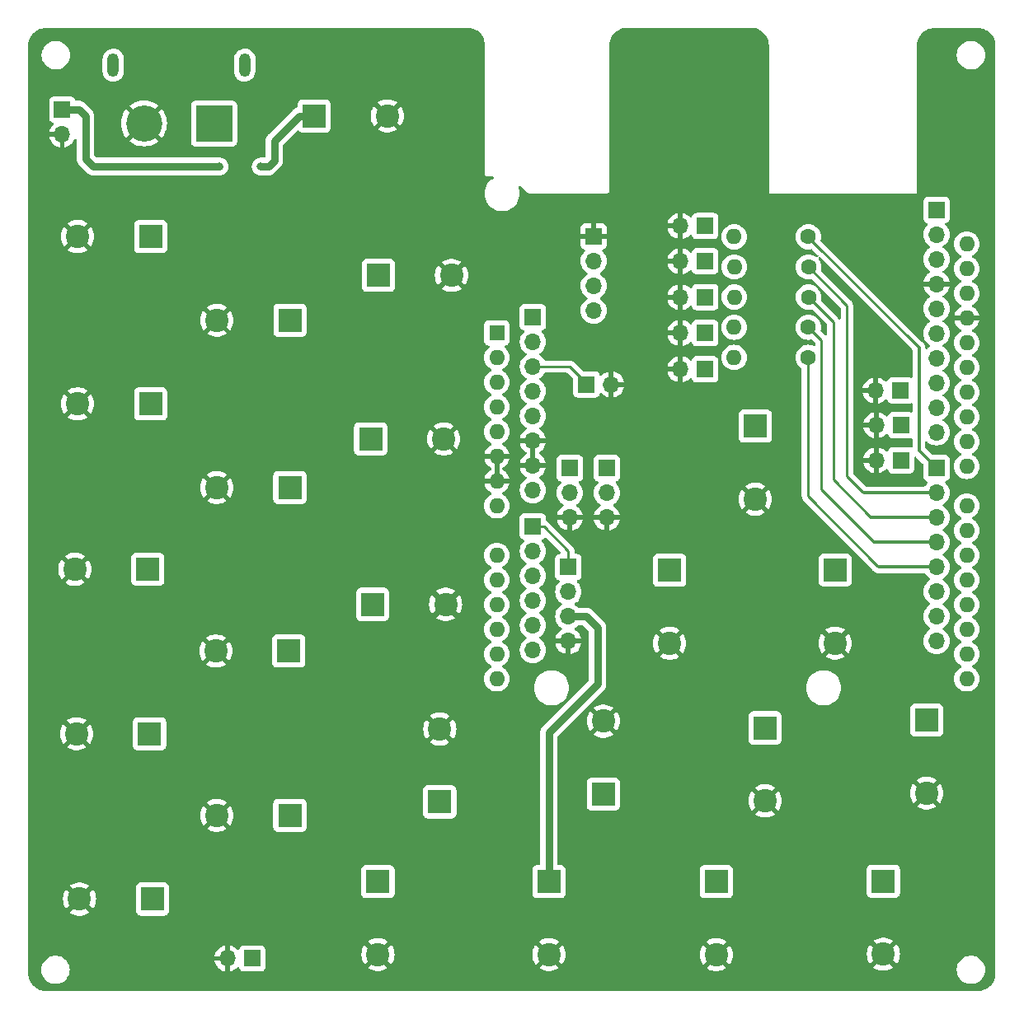
<source format=gbr>
%TF.GenerationSoftware,KiCad,Pcbnew,7.0.7*%
%TF.CreationDate,2023-09-20T14:32:49+02:00*%
%TF.ProjectId,Actuator,41637475-6174-46f7-922e-6b696361645f,v0.0*%
%TF.SameCoordinates,Original*%
%TF.FileFunction,Copper,L2,Bot*%
%TF.FilePolarity,Positive*%
%FSLAX46Y46*%
G04 Gerber Fmt 4.6, Leading zero omitted, Abs format (unit mm)*
G04 Created by KiCad (PCBNEW 7.0.7) date 2023-09-20 14:32:49*
%MOMM*%
%LPD*%
G01*
G04 APERTURE LIST*
%TA.AperFunction,ComponentPad*%
%ADD10R,3.716000X3.716000*%
%TD*%
%TA.AperFunction,ComponentPad*%
%ADD11C,3.716000*%
%TD*%
%TA.AperFunction,ComponentPad*%
%ADD12O,1.200000X2.400000*%
%TD*%
%TA.AperFunction,ComponentPad*%
%ADD13R,1.700000X1.700000*%
%TD*%
%TA.AperFunction,ComponentPad*%
%ADD14O,1.700000X1.700000*%
%TD*%
%TA.AperFunction,ComponentPad*%
%ADD15C,1.600000*%
%TD*%
%TA.AperFunction,ComponentPad*%
%ADD16O,1.600000X1.600000*%
%TD*%
%TA.AperFunction,ComponentPad*%
%ADD17R,2.400000X2.400000*%
%TD*%
%TA.AperFunction,ComponentPad*%
%ADD18C,2.400000*%
%TD*%
%TA.AperFunction,ComponentPad*%
%ADD19R,1.600000X1.600000*%
%TD*%
%TA.AperFunction,ViaPad*%
%ADD20C,0.800000*%
%TD*%
%TA.AperFunction,Conductor*%
%ADD21C,0.800000*%
%TD*%
%TA.AperFunction,Conductor*%
%ADD22C,0.250000*%
%TD*%
%TA.AperFunction,Conductor*%
%ADD23C,0.300000*%
%TD*%
G04 APERTURE END LIST*
D10*
%TO.P,J21,1,1*%
%TO.N,/VCC*%
X109150000Y-70345000D03*
D11*
%TO.P,J21,2,2*%
%TO.N,GND*%
X101950000Y-70345000D03*
D12*
%TO.P,J21,S1*%
%TO.N,N/C*%
X112300000Y-64345000D03*
%TO.P,J21,S2*%
X98800000Y-64345000D03*
%TD*%
D13*
%TO.P,J17,1,Pin_1*%
%TO.N,Net-(J17-Pin_1)*%
X159579000Y-95619000D03*
D14*
%TO.P,J17,2,Pin_2*%
%TO.N,GND*%
X157039000Y-95619000D03*
%TD*%
D13*
%TO.P,J14,1,Pin_1*%
%TO.N,/D9*%
X179689000Y-101359000D03*
D14*
%TO.P,J14,2,Pin_2*%
%TO.N,GND*%
X177149000Y-101359000D03*
%TD*%
D15*
%TO.P,R1,1*%
%TO.N,/D3*%
X170179000Y-94394000D03*
D16*
%TO.P,R1,2*%
%TO.N,Net-(J17-Pin_1)*%
X162559000Y-94394000D03*
%TD*%
D13*
%TO.P,J13,1,Pin_1*%
%TO.N,/D8*%
X179689000Y-104959000D03*
D14*
%TO.P,J13,2,Pin_2*%
%TO.N,GND*%
X177149000Y-104959000D03*
%TD*%
D13*
%TO.P,J23,1,Pin_1*%
%TO.N,/5V*%
X93554000Y-68919000D03*
D14*
%TO.P,J23,2,Pin_2*%
%TO.N,GND*%
X93554000Y-71459000D03*
%TD*%
D17*
%TO.P,C18,1*%
%TO.N,/5V*%
X132329000Y-140081755D03*
D18*
%TO.P,C18,2*%
%TO.N,GND*%
X132329000Y-132581755D03*
%TD*%
D13*
%TO.P,J11,1,Pin_1*%
%TO.N,/3V3*%
X145689000Y-105779000D03*
D14*
%TO.P,J11,2,Pin_2*%
%TO.N,/A1*%
X145689000Y-108319000D03*
%TO.P,J11,3,Pin_3*%
%TO.N,GND*%
X145689000Y-110859000D03*
%TD*%
D17*
%TO.P,C24,1*%
%TO.N,/5V*%
X164729000Y-101469000D03*
D18*
%TO.P,C24,2*%
%TO.N,GND*%
X164729000Y-108969000D03*
%TD*%
D13*
%TO.P,J8,1,Pin_1*%
%TO.N,/D7*%
X183329000Y-105769000D03*
D14*
%TO.P,J8,2,Pin_2*%
%TO.N,/D6*%
X183329000Y-108309000D03*
%TO.P,J8,3,Pin_3*%
%TO.N,/D5*%
X183329000Y-110849000D03*
%TO.P,J8,4,Pin_4*%
%TO.N,/D4*%
X183329000Y-113389000D03*
%TO.P,J8,5,Pin_5*%
%TO.N,/D3*%
X183329000Y-115929000D03*
%TO.P,J8,6,Pin_6*%
%TO.N,/D2*%
X183329000Y-118469000D03*
%TO.P,J8,7,Pin_7*%
%TO.N,/D1*%
X183329000Y-121009000D03*
%TO.P,J8,8,Pin_8*%
%TO.N,/D0*%
X183329000Y-123549000D03*
%TD*%
D17*
%TO.P,C8,1*%
%TO.N,/SVCB*%
X143529000Y-148269000D03*
D18*
%TO.P,C8,2*%
%TO.N,GND*%
X143529000Y-155769000D03*
%TD*%
D13*
%TO.P,J20,1,Pin_1*%
%TO.N,Net-(J20-Pin_1)*%
X159579000Y-91894000D03*
D14*
%TO.P,J20,2,Pin_2*%
%TO.N,GND*%
X157039000Y-91894000D03*
%TD*%
D15*
%TO.P,R7,1*%
%TO.N,/D4*%
X170179000Y-91294000D03*
D16*
%TO.P,R7,2*%
%TO.N,Net-(J20-Pin_1)*%
X162559000Y-91294000D03*
%TD*%
D15*
%TO.P,R4,1*%
%TO.N,/D7*%
X170179000Y-81994000D03*
D16*
%TO.P,R4,2*%
%TO.N,Net-(J22-Pin_1)*%
X162559000Y-81994000D03*
%TD*%
D17*
%TO.P,C2,1*%
%TO.N,/SVCB*%
X102529000Y-133069000D03*
D18*
%TO.P,C2,2*%
%TO.N,GND*%
X95029000Y-133069000D03*
%TD*%
D17*
%TO.P,C23,1*%
%TO.N,/5V*%
X182329000Y-131669000D03*
D18*
%TO.P,C23,2*%
%TO.N,GND*%
X182329000Y-139169000D03*
%TD*%
D13*
%TO.P,J19,1,Pin_1*%
%TO.N,Net-(J19-Pin_1)*%
X159579000Y-84519000D03*
D14*
%TO.P,J19,2,Pin_2*%
%TO.N,GND*%
X157039000Y-84519000D03*
%TD*%
D13*
%TO.P,J5,1,Pin_1*%
%TO.N,unconnected-(J5-Pin_1-Pad1)*%
X141889000Y-90259000D03*
D14*
%TO.P,J5,2,Pin_2*%
%TO.N,/IOREF*%
X141889000Y-92799000D03*
%TO.P,J5,3,Pin_3*%
%TO.N,/RST*%
X141889000Y-95339000D03*
%TO.P,J5,4,Pin_4*%
%TO.N,/3V3*%
X141889000Y-97879000D03*
%TO.P,J5,5,Pin_5*%
%TO.N,/5V*%
X141889000Y-100419000D03*
%TO.P,J5,6,Pin_6*%
%TO.N,GND*%
X141889000Y-102959000D03*
%TO.P,J5,7,Pin_7*%
X141889000Y-105499000D03*
%TO.P,J5,8,Pin_8*%
%TO.N,/Vin*%
X141889000Y-108039000D03*
%TD*%
D17*
%TO.P,C22,1*%
%TO.N,/5V*%
X165729000Y-132469000D03*
D18*
%TO.P,C22,2*%
%TO.N,GND*%
X165729000Y-139969000D03*
%TD*%
D17*
%TO.P,C7,1*%
%TO.N,/SVCB*%
X160719000Y-148279000D03*
D18*
%TO.P,C7,2*%
%TO.N,GND*%
X160719000Y-155779000D03*
%TD*%
D13*
%TO.P,J10,1,Pin_1*%
%TO.N,/A0*%
X145529000Y-115949000D03*
D14*
%TO.P,J10,2,Pin_2*%
%TO.N,/D11*%
X145529000Y-118489000D03*
%TO.P,J10,3,Pin_3*%
%TO.N,/SVCB*%
X145529000Y-121029000D03*
%TO.P,J10,4,Pin_4*%
%TO.N,GND*%
X145529000Y-123569000D03*
%TD*%
D17*
%TO.P,C13,1*%
%TO.N,/SVCB*%
X177879000Y-148229000D03*
D18*
%TO.P,C13,2*%
%TO.N,GND*%
X177879000Y-155729000D03*
%TD*%
D17*
%TO.P,C15,1*%
%TO.N,/5V*%
X119429000Y-69569000D03*
D18*
%TO.P,C15,2*%
%TO.N,GND*%
X126929000Y-69569000D03*
%TD*%
D17*
%TO.P,C9,1*%
%TO.N,/SVCB*%
X125979000Y-148269000D03*
D18*
%TO.P,C9,2*%
%TO.N,GND*%
X125979000Y-155769000D03*
%TD*%
D13*
%TO.P,J12,1,Pin_1*%
%TO.N,/3V3*%
X149489000Y-105779000D03*
D14*
%TO.P,J12,2,Pin_2*%
%TO.N,/A2*%
X149489000Y-108319000D03*
%TO.P,J12,3,Pin_3*%
%TO.N,GND*%
X149489000Y-110859000D03*
%TD*%
D13*
%TO.P,J22,1,Pin_1*%
%TO.N,Net-(J22-Pin_1)*%
X159579000Y-80894000D03*
D14*
%TO.P,J22,2,Pin_2*%
%TO.N,GND*%
X157039000Y-80894000D03*
%TD*%
D13*
%TO.P,J16,1,Pin_1*%
%TO.N,/RST*%
X147389000Y-97169000D03*
D14*
%TO.P,J16,2,Pin_2*%
%TO.N,GND*%
X149929000Y-97169000D03*
%TD*%
D17*
%TO.P,C3,1*%
%TO.N,/SVCB*%
X102341754Y-116169000D03*
D18*
%TO.P,C3,2*%
%TO.N,GND*%
X94841754Y-116169000D03*
%TD*%
D15*
%TO.P,R3,1*%
%TO.N,/D6*%
X170189000Y-85094000D03*
D16*
%TO.P,R3,2*%
%TO.N,Net-(J19-Pin_1)*%
X162569000Y-85094000D03*
%TD*%
D13*
%TO.P,J7,1,Pin_1*%
%TO.N,/SCL*%
X183329000Y-79229000D03*
D14*
%TO.P,J7,2,Pin_2*%
%TO.N,/SDA*%
X183329000Y-81769000D03*
%TO.P,J7,3,Pin_3*%
%TO.N,/AREF*%
X183329000Y-84309000D03*
%TO.P,J7,4,Pin_4*%
%TO.N,GND*%
X183329000Y-86849000D03*
%TO.P,J7,5,Pin_5*%
%TO.N,/D13*%
X183329000Y-89389000D03*
%TO.P,J7,6,Pin_6*%
%TO.N,/D12*%
X183329000Y-91929000D03*
%TO.P,J7,7,Pin_7*%
%TO.N,/D11*%
X183329000Y-94469000D03*
%TO.P,J7,8,Pin_8*%
%TO.N,/D10*%
X183329000Y-97009000D03*
%TO.P,J7,9,Pin_9*%
%TO.N,/D9*%
X183329000Y-99549000D03*
%TO.P,J7,10,Pin_10*%
%TO.N,/D8*%
X183329000Y-102089000D03*
%TD*%
D17*
%TO.P,C1,1*%
%TO.N,/SVCB*%
X102829000Y-150069000D03*
D18*
%TO.P,C1,2*%
%TO.N,GND*%
X95329000Y-150069000D03*
%TD*%
D17*
%TO.P,C16,1*%
%TO.N,/5V*%
X126029000Y-85969000D03*
D18*
%TO.P,C16,2*%
%TO.N,GND*%
X133529000Y-85969000D03*
%TD*%
D15*
%TO.P,R2,1*%
%TO.N,/D5*%
X170189000Y-88194000D03*
D16*
%TO.P,R2,2*%
%TO.N,Net-(J18-Pin_1)*%
X162569000Y-88194000D03*
%TD*%
D17*
%TO.P,C10,1*%
%TO.N,/SVCB*%
X116929000Y-141469000D03*
D18*
%TO.P,C10,2*%
%TO.N,GND*%
X109429000Y-141469000D03*
%TD*%
D17*
%TO.P,C11,1*%
%TO.N,/SVCB*%
X116829000Y-124569000D03*
D18*
%TO.P,C11,2*%
%TO.N,GND*%
X109329000Y-124569000D03*
%TD*%
D17*
%TO.P,C12,1*%
%TO.N,/SVCB*%
X116929000Y-107769000D03*
D18*
%TO.P,C12,2*%
%TO.N,GND*%
X109429000Y-107769000D03*
%TD*%
D17*
%TO.P,C6,1*%
%TO.N,/SVCB*%
X116941754Y-90569000D03*
D18*
%TO.P,C6,2*%
%TO.N,GND*%
X109441754Y-90569000D03*
%TD*%
D17*
%TO.P,C4,1*%
%TO.N,/SVCB*%
X102629000Y-99169000D03*
D18*
%TO.P,C4,2*%
%TO.N,GND*%
X95129000Y-99169000D03*
%TD*%
D17*
%TO.P,C21,1*%
%TO.N,/5V*%
X155929000Y-116269000D03*
D18*
%TO.P,C21,2*%
%TO.N,GND*%
X155929000Y-123769000D03*
%TD*%
D17*
%TO.P,C17,1*%
%TO.N,/5V*%
X125429000Y-119769000D03*
D18*
%TO.P,C17,2*%
%TO.N,GND*%
X132929000Y-119769000D03*
%TD*%
D13*
%TO.P,J15,1,Pin_1*%
%TO.N,/D10*%
X179639000Y-97784000D03*
D14*
%TO.P,J15,2,Pin_2*%
%TO.N,GND*%
X177099000Y-97784000D03*
%TD*%
D17*
%TO.P,C19,1*%
%TO.N,/5V*%
X149129000Y-139281755D03*
D18*
%TO.P,C19,2*%
%TO.N,GND*%
X149129000Y-131781755D03*
%TD*%
D13*
%TO.P,J6,1,Pin_1*%
%TO.N,/A0*%
X141889000Y-111779000D03*
D14*
%TO.P,J6,2,Pin_2*%
%TO.N,/A1*%
X141889000Y-114319000D03*
%TO.P,J6,3,Pin_3*%
%TO.N,/A2*%
X141889000Y-116859000D03*
%TO.P,J6,4,Pin_4*%
%TO.N,/A3*%
X141889000Y-119399000D03*
%TO.P,J6,5,Pin_5*%
%TO.N,/A4*%
X141889000Y-121939000D03*
%TO.P,J6,6,Pin_6*%
%TO.N,/A5*%
X141889000Y-124479000D03*
%TD*%
D13*
%TO.P,J24,1,Pin_1*%
%TO.N,/SVCB*%
X113069000Y-156169000D03*
D14*
%TO.P,J24,2,Pin_2*%
%TO.N,GND*%
X110529000Y-156169000D03*
%TD*%
D17*
%TO.P,C20,1*%
%TO.N,/5V*%
X172929000Y-116256246D03*
D18*
%TO.P,C20,2*%
%TO.N,GND*%
X172929000Y-123756246D03*
%TD*%
D13*
%TO.P,J18,1,Pin_1*%
%TO.N,Net-(J18-Pin_1)*%
X159579000Y-88194000D03*
D14*
%TO.P,J18,2,Pin_2*%
%TO.N,GND*%
X157039000Y-88194000D03*
%TD*%
D13*
%TO.P,J9,1,Pin_1*%
%TO.N,GND*%
X148129000Y-81949000D03*
D14*
%TO.P,J9,2,Pin_2*%
%TO.N,/3V3*%
X148129000Y-84489000D03*
%TO.P,J9,3,Pin_3*%
%TO.N,/SCL*%
X148129000Y-87029000D03*
%TO.P,J9,4,Pin_4*%
%TO.N,/SDA*%
X148129000Y-89569000D03*
%TD*%
D17*
%TO.P,C14,1*%
%TO.N,/5V*%
X125229000Y-102769000D03*
D18*
%TO.P,C14,2*%
%TO.N,GND*%
X132729000Y-102769000D03*
%TD*%
D17*
%TO.P,C5,1*%
%TO.N,/SVCB*%
X102629000Y-81969000D03*
D18*
%TO.P,C5,2*%
%TO.N,GND*%
X95129000Y-81969000D03*
%TD*%
D19*
%TO.P,A1,1,NC*%
%TO.N,unconnected-(A1-NC-Pad1)*%
X138189000Y-91879000D03*
D16*
%TO.P,A1,2,IOREF*%
%TO.N,/IOREF*%
X138189000Y-94419000D03*
%TO.P,A1,3,~{RESET}*%
%TO.N,/RST*%
X138189000Y-96959000D03*
%TO.P,A1,4,3V3*%
%TO.N,/3V3*%
X138189000Y-99499000D03*
%TO.P,A1,5,+5V*%
%TO.N,/5V*%
X138189000Y-102039000D03*
%TO.P,A1,6,GND*%
%TO.N,GND*%
X138189000Y-104579000D03*
%TO.P,A1,7,GND*%
X138189000Y-107119000D03*
%TO.P,A1,8,VIN*%
%TO.N,/Vin*%
X138189000Y-109659000D03*
%TO.P,A1,9,A0*%
%TO.N,/A0*%
X138189000Y-114739000D03*
%TO.P,A1,10,A1*%
%TO.N,/A1*%
X138189000Y-117279000D03*
%TO.P,A1,11,A2*%
%TO.N,/A2*%
X138189000Y-119819000D03*
%TO.P,A1,12,A3*%
%TO.N,/A3*%
X138189000Y-122359000D03*
%TO.P,A1,13,SDA/A4*%
%TO.N,/A4*%
X138189000Y-124899000D03*
%TO.P,A1,14,SCL/A5*%
%TO.N,/A5*%
X138189000Y-127439000D03*
%TO.P,A1,15,D0/RX*%
%TO.N,/D0*%
X186449000Y-127439000D03*
%TO.P,A1,16,D1/TX*%
%TO.N,/D1*%
X186449000Y-124899000D03*
%TO.P,A1,17,D2*%
%TO.N,/D2*%
X186449000Y-122359000D03*
%TO.P,A1,18,D3*%
%TO.N,/D3*%
X186449000Y-119819000D03*
%TO.P,A1,19,D4*%
%TO.N,/D4*%
X186449000Y-117279000D03*
%TO.P,A1,20,D5*%
%TO.N,/D5*%
X186449000Y-114739000D03*
%TO.P,A1,21,D6*%
%TO.N,/D6*%
X186449000Y-112199000D03*
%TO.P,A1,22,D7*%
%TO.N,/D7*%
X186449000Y-109659000D03*
%TO.P,A1,23,D8*%
%TO.N,/D8*%
X186449000Y-105599000D03*
%TO.P,A1,24,D9*%
%TO.N,/D9*%
X186449000Y-103059000D03*
%TO.P,A1,25,D10*%
%TO.N,/D10*%
X186449000Y-100519000D03*
%TO.P,A1,26,D11*%
%TO.N,/D11*%
X186449000Y-97979000D03*
%TO.P,A1,27,D12*%
%TO.N,/D12*%
X186449000Y-95439000D03*
%TO.P,A1,28,D13*%
%TO.N,/D13*%
X186449000Y-92899000D03*
%TO.P,A1,29,GND*%
%TO.N,GND*%
X186449000Y-90359000D03*
%TO.P,A1,30,AREF*%
%TO.N,/AREF*%
X186449000Y-87819000D03*
%TO.P,A1,31,SDA/A4*%
%TO.N,/SDA*%
X186449000Y-85279000D03*
%TO.P,A1,32,SCL/A5*%
%TO.N,/SCL*%
X186449000Y-82739000D03*
%TD*%
D20*
%TO.N,/5V*%
X109729000Y-74769000D03*
X113929000Y-74769000D03*
%TO.N,GND*%
X152129000Y-157569000D03*
X177289000Y-92309000D03*
X179129000Y-117969000D03*
X161329000Y-127769000D03*
X133529000Y-69769000D03*
X164729000Y-105569000D03*
X115529000Y-78369000D03*
X103929000Y-141569000D03*
X167749000Y-101929000D03*
X103529000Y-90369000D03*
X169329000Y-157769000D03*
X153329000Y-100769000D03*
X186709000Y-78209000D03*
X121529000Y-132969000D03*
X171329000Y-144569000D03*
X154129000Y-144169000D03*
X103729000Y-107769000D03*
X134929000Y-110169000D03*
X122729000Y-94169000D03*
X157729000Y-73969000D03*
X140329000Y-129169000D03*
X134729000Y-157369000D03*
X177929000Y-87369000D03*
X137529000Y-144369000D03*
X122529000Y-111369000D03*
X142129000Y-83169000D03*
X103929000Y-124569000D03*
X171929000Y-79169000D03*
X187529000Y-107569000D03*
%TD*%
D21*
%TO.N,/5V*%
X109729000Y-74769000D02*
X96729000Y-74769000D01*
D22*
%TO.N,/RST*%
X145669000Y-95339000D02*
X147389000Y-97059000D01*
X147389000Y-97059000D02*
X147389000Y-97169000D01*
X141889000Y-95339000D02*
X145669000Y-95339000D01*
D21*
%TO.N,/5V*%
X115329000Y-72169000D02*
X115329000Y-74169000D01*
X95279000Y-68919000D02*
X93554000Y-68919000D01*
X115329000Y-74169000D02*
X114729000Y-74769000D01*
X117929000Y-69569000D02*
X115329000Y-72169000D01*
X119429000Y-69569000D02*
X117929000Y-69569000D01*
X114729000Y-74769000D02*
X113929000Y-74769000D01*
X95929000Y-73969000D02*
X95929000Y-69569000D01*
X95929000Y-69569000D02*
X95279000Y-68919000D01*
X96729000Y-74769000D02*
X95929000Y-73969000D01*
D22*
%TO.N,/A0*%
X141889000Y-111779000D02*
X143019000Y-111779000D01*
X143019000Y-111779000D02*
X145529000Y-114289000D01*
X145529000Y-114289000D02*
X145529000Y-115949000D01*
D23*
%TO.N,/D7*%
X181529000Y-103969000D02*
X181529000Y-93369000D01*
X183329000Y-105769000D02*
X181529000Y-103969000D01*
D22*
X181529000Y-93369000D02*
X170179000Y-82019000D01*
X170179000Y-82019000D02*
X170179000Y-81994000D01*
%TO.N,/D6*%
X174129000Y-106569000D02*
X174129000Y-89034000D01*
X175729000Y-108169000D02*
X174129000Y-106569000D01*
D23*
X175869000Y-108309000D02*
X175729000Y-108169000D01*
X183329000Y-108309000D02*
X175869000Y-108309000D01*
D22*
X174129000Y-89034000D02*
X170189000Y-85094000D01*
%TO.N,/D5*%
X176509000Y-110749000D02*
X172729000Y-106969000D01*
D23*
X176609000Y-110849000D02*
X176509000Y-110749000D01*
D22*
X172729000Y-106969000D02*
X172729000Y-90734000D01*
X172729000Y-90734000D02*
X170189000Y-88194000D01*
D23*
X183329000Y-110849000D02*
X176609000Y-110849000D01*
D22*
%TO.N,/D4*%
X171529000Y-92644000D02*
X171529000Y-107969000D01*
X170179000Y-91294000D02*
X171529000Y-92644000D01*
X171529000Y-107969000D02*
X176829000Y-113269000D01*
X176829000Y-113269000D02*
X176849000Y-113289000D01*
D23*
X176949000Y-113389000D02*
X176829000Y-113269000D01*
X183329000Y-113389000D02*
X176949000Y-113389000D01*
%TO.N,/D3*%
X183329000Y-115929000D02*
X177389000Y-115929000D01*
D22*
X170129000Y-94444000D02*
X170179000Y-94394000D01*
D23*
X177389000Y-115929000D02*
X177289000Y-115829000D01*
D22*
X177289000Y-115829000D02*
X170129000Y-108669000D01*
X170129000Y-108669000D02*
X170129000Y-94444000D01*
D21*
%TO.N,/SVCB*%
X147389000Y-121029000D02*
X145529000Y-121029000D01*
X143529000Y-148269000D02*
X143529000Y-132969000D01*
X143529000Y-132969000D02*
X148529000Y-127969000D01*
X148529000Y-122169000D02*
X147389000Y-121029000D01*
X148529000Y-127969000D02*
X148529000Y-122169000D01*
%TD*%
%TA.AperFunction,Conductor*%
%TO.N,GND*%
G36*
X171384012Y-84109682D02*
G01*
X171394269Y-84118859D01*
X176122141Y-88846732D01*
X180842180Y-93566771D01*
X180875665Y-93628094D01*
X180878499Y-93654452D01*
X180878499Y-96366500D01*
X180858814Y-96433539D01*
X180806010Y-96479294D01*
X180736852Y-96489238D01*
X180711167Y-96482682D01*
X180596485Y-96439909D01*
X180596483Y-96439908D01*
X180536883Y-96433501D01*
X180536881Y-96433500D01*
X180536873Y-96433500D01*
X180536864Y-96433500D01*
X178741129Y-96433500D01*
X178741123Y-96433501D01*
X178681516Y-96439908D01*
X178546671Y-96490202D01*
X178546664Y-96490206D01*
X178431455Y-96576452D01*
X178431452Y-96576455D01*
X178345206Y-96691664D01*
X178345202Y-96691671D01*
X178295997Y-96823598D01*
X178254126Y-96879532D01*
X178188661Y-96903949D01*
X178120388Y-96889097D01*
X178092134Y-96867946D01*
X177970082Y-96745894D01*
X177776578Y-96610399D01*
X177562492Y-96510570D01*
X177562486Y-96510567D01*
X177349000Y-96453364D01*
X177349000Y-97171698D01*
X177329315Y-97238737D01*
X177276511Y-97284492D01*
X177207355Y-97294436D01*
X177134766Y-97284000D01*
X177134763Y-97284000D01*
X177063237Y-97284000D01*
X177063233Y-97284000D01*
X176990645Y-97294436D01*
X176921487Y-97284492D01*
X176868684Y-97238736D01*
X176849000Y-97171698D01*
X176849000Y-96453364D01*
X176848999Y-96453364D01*
X176635513Y-96510567D01*
X176635507Y-96510570D01*
X176421422Y-96610399D01*
X176421420Y-96610400D01*
X176227926Y-96745886D01*
X176227920Y-96745891D01*
X176060891Y-96912920D01*
X176060886Y-96912926D01*
X175925400Y-97106420D01*
X175925399Y-97106422D01*
X175825570Y-97320507D01*
X175825567Y-97320513D01*
X175768364Y-97533999D01*
X175768364Y-97534000D01*
X176485653Y-97534000D01*
X176552692Y-97553685D01*
X176598447Y-97606489D01*
X176608391Y-97675647D01*
X176604631Y-97692933D01*
X176599000Y-97712111D01*
X176599000Y-97855888D01*
X176604631Y-97875067D01*
X176604630Y-97944936D01*
X176566855Y-98003714D01*
X176503299Y-98032738D01*
X176485653Y-98034000D01*
X175768364Y-98034000D01*
X175825567Y-98247486D01*
X175825570Y-98247492D01*
X175925399Y-98461578D01*
X176060894Y-98655082D01*
X176227917Y-98822105D01*
X176421421Y-98957600D01*
X176635507Y-99057429D01*
X176635516Y-99057433D01*
X176849000Y-99114634D01*
X176849000Y-98396301D01*
X176868685Y-98329262D01*
X176921489Y-98283507D01*
X176990647Y-98273563D01*
X177063237Y-98284000D01*
X177063238Y-98284000D01*
X177134762Y-98284000D01*
X177134763Y-98284000D01*
X177207353Y-98273563D01*
X177276512Y-98283507D01*
X177329315Y-98329262D01*
X177349000Y-98396301D01*
X177349000Y-99114633D01*
X177562483Y-99057433D01*
X177562492Y-99057429D01*
X177776578Y-98957600D01*
X177970078Y-98822108D01*
X178092133Y-98700053D01*
X178153456Y-98666568D01*
X178223148Y-98671552D01*
X178279082Y-98713423D01*
X178295997Y-98744401D01*
X178345202Y-98876328D01*
X178345206Y-98876335D01*
X178431452Y-98991544D01*
X178431455Y-98991547D01*
X178546664Y-99077793D01*
X178546671Y-99077797D01*
X178681517Y-99128091D01*
X178681516Y-99128091D01*
X178688444Y-99128835D01*
X178741127Y-99134500D01*
X180536872Y-99134499D01*
X180596483Y-99128091D01*
X180634751Y-99113818D01*
X180711167Y-99085317D01*
X180780859Y-99080333D01*
X180842182Y-99113818D01*
X180875666Y-99175142D01*
X180878500Y-99201499D01*
X180878500Y-99922852D01*
X180858815Y-99989891D01*
X180806011Y-100035646D01*
X180736853Y-100045590D01*
X180711167Y-100039034D01*
X180646482Y-100014908D01*
X180646483Y-100014908D01*
X180586883Y-100008501D01*
X180586881Y-100008500D01*
X180586873Y-100008500D01*
X180586864Y-100008500D01*
X178791129Y-100008500D01*
X178791123Y-100008501D01*
X178731516Y-100014908D01*
X178596671Y-100065202D01*
X178596664Y-100065206D01*
X178481455Y-100151452D01*
X178481452Y-100151455D01*
X178395206Y-100266664D01*
X178395202Y-100266671D01*
X178345997Y-100398598D01*
X178304126Y-100454532D01*
X178238661Y-100478949D01*
X178170388Y-100464097D01*
X178142134Y-100442946D01*
X178020082Y-100320894D01*
X177826578Y-100185399D01*
X177612492Y-100085570D01*
X177612486Y-100085567D01*
X177399000Y-100028364D01*
X177399000Y-100746698D01*
X177379315Y-100813737D01*
X177326511Y-100859492D01*
X177257355Y-100869436D01*
X177184766Y-100859000D01*
X177184763Y-100859000D01*
X177113237Y-100859000D01*
X177113233Y-100859000D01*
X177040645Y-100869436D01*
X176971487Y-100859492D01*
X176918684Y-100813736D01*
X176899000Y-100746698D01*
X176899000Y-100028364D01*
X176898999Y-100028364D01*
X176685513Y-100085567D01*
X176685507Y-100085570D01*
X176471422Y-100185399D01*
X176471420Y-100185400D01*
X176277926Y-100320886D01*
X176277920Y-100320891D01*
X176110891Y-100487920D01*
X176110886Y-100487926D01*
X175975400Y-100681420D01*
X175975399Y-100681422D01*
X175875570Y-100895507D01*
X175875567Y-100895513D01*
X175818364Y-101108999D01*
X175818364Y-101109000D01*
X176535653Y-101109000D01*
X176602692Y-101128685D01*
X176648447Y-101181489D01*
X176658391Y-101250647D01*
X176654631Y-101267933D01*
X176649000Y-101287111D01*
X176649000Y-101430888D01*
X176654631Y-101450067D01*
X176654630Y-101519936D01*
X176616855Y-101578714D01*
X176553299Y-101607738D01*
X176535653Y-101609000D01*
X175818364Y-101609000D01*
X175875567Y-101822486D01*
X175875570Y-101822492D01*
X175975399Y-102036578D01*
X176110894Y-102230082D01*
X176277917Y-102397105D01*
X176471421Y-102532600D01*
X176685507Y-102632429D01*
X176685516Y-102632433D01*
X176899000Y-102689634D01*
X176899000Y-101971301D01*
X176918685Y-101904262D01*
X176971489Y-101858507D01*
X177040647Y-101848563D01*
X177113237Y-101859000D01*
X177113238Y-101859000D01*
X177184762Y-101859000D01*
X177184763Y-101859000D01*
X177257353Y-101848563D01*
X177326512Y-101858507D01*
X177379315Y-101904262D01*
X177399000Y-101971301D01*
X177399000Y-102689633D01*
X177612483Y-102632433D01*
X177612492Y-102632429D01*
X177826578Y-102532600D01*
X178020078Y-102397108D01*
X178142133Y-102275053D01*
X178203456Y-102241568D01*
X178273148Y-102246552D01*
X178329082Y-102288423D01*
X178345997Y-102319401D01*
X178395202Y-102451328D01*
X178395206Y-102451335D01*
X178481452Y-102566544D01*
X178481455Y-102566547D01*
X178596664Y-102652793D01*
X178596671Y-102652797D01*
X178731517Y-102703091D01*
X178731516Y-102703091D01*
X178738444Y-102703835D01*
X178791127Y-102709500D01*
X180586872Y-102709499D01*
X180646483Y-102703091D01*
X180711168Y-102678964D01*
X180780858Y-102673981D01*
X180842181Y-102707465D01*
X180875666Y-102768788D01*
X180878500Y-102795147D01*
X180878500Y-103522852D01*
X180858815Y-103589891D01*
X180806011Y-103635646D01*
X180736853Y-103645590D01*
X180711167Y-103639034D01*
X180646482Y-103614908D01*
X180646483Y-103614908D01*
X180586883Y-103608501D01*
X180586881Y-103608500D01*
X180586873Y-103608500D01*
X180586864Y-103608500D01*
X178791129Y-103608500D01*
X178791123Y-103608501D01*
X178731516Y-103614908D01*
X178596671Y-103665202D01*
X178596664Y-103665206D01*
X178481455Y-103751452D01*
X178481452Y-103751455D01*
X178395206Y-103866664D01*
X178395202Y-103866671D01*
X178345997Y-103998598D01*
X178304126Y-104054532D01*
X178238661Y-104078949D01*
X178170388Y-104064097D01*
X178142134Y-104042946D01*
X178020082Y-103920894D01*
X177826578Y-103785399D01*
X177612492Y-103685570D01*
X177612486Y-103685567D01*
X177399000Y-103628364D01*
X177399000Y-104346698D01*
X177379315Y-104413737D01*
X177326511Y-104459492D01*
X177257355Y-104469436D01*
X177184766Y-104459000D01*
X177184763Y-104459000D01*
X177113237Y-104459000D01*
X177113233Y-104459000D01*
X177040645Y-104469436D01*
X176971487Y-104459492D01*
X176918684Y-104413736D01*
X176899000Y-104346698D01*
X176899000Y-103628364D01*
X176898999Y-103628364D01*
X176685513Y-103685567D01*
X176685507Y-103685570D01*
X176471422Y-103785399D01*
X176471420Y-103785400D01*
X176277926Y-103920886D01*
X176277920Y-103920891D01*
X176110891Y-104087920D01*
X176110886Y-104087926D01*
X175975400Y-104281420D01*
X175975399Y-104281422D01*
X175875570Y-104495507D01*
X175875567Y-104495513D01*
X175818364Y-104708999D01*
X175818364Y-104709000D01*
X176535653Y-104709000D01*
X176602692Y-104728685D01*
X176648447Y-104781489D01*
X176658391Y-104850647D01*
X176654631Y-104867933D01*
X176649000Y-104887111D01*
X176649000Y-105030888D01*
X176654631Y-105050067D01*
X176654630Y-105119936D01*
X176616855Y-105178714D01*
X176553299Y-105207738D01*
X176535653Y-105209000D01*
X175818364Y-105209000D01*
X175875567Y-105422486D01*
X175875570Y-105422492D01*
X175975399Y-105636578D01*
X176110894Y-105830082D01*
X176277917Y-105997105D01*
X176471421Y-106132600D01*
X176685507Y-106232429D01*
X176685516Y-106232433D01*
X176899000Y-106289634D01*
X176899000Y-105571301D01*
X176918685Y-105504262D01*
X176971489Y-105458507D01*
X177040647Y-105448563D01*
X177113237Y-105459000D01*
X177113238Y-105459000D01*
X177184762Y-105459000D01*
X177184763Y-105459000D01*
X177257353Y-105448563D01*
X177326512Y-105458507D01*
X177379315Y-105504262D01*
X177399000Y-105571301D01*
X177399000Y-106289633D01*
X177612483Y-106232433D01*
X177612492Y-106232429D01*
X177826578Y-106132600D01*
X178020078Y-105997108D01*
X178142133Y-105875053D01*
X178203456Y-105841568D01*
X178273148Y-105846552D01*
X178329082Y-105888423D01*
X178345997Y-105919401D01*
X178395202Y-106051328D01*
X178395206Y-106051335D01*
X178481452Y-106166544D01*
X178481455Y-106166547D01*
X178596664Y-106252793D01*
X178596671Y-106252797D01*
X178731517Y-106303091D01*
X178731516Y-106303091D01*
X178738444Y-106303835D01*
X178791127Y-106309500D01*
X180586872Y-106309499D01*
X180646483Y-106303091D01*
X180781331Y-106252796D01*
X180896546Y-106166546D01*
X180982796Y-106051331D01*
X181033091Y-105916483D01*
X181039500Y-105856873D01*
X181039499Y-104698806D01*
X181059184Y-104631768D01*
X181111987Y-104586013D01*
X181181146Y-104576069D01*
X181244702Y-104605094D01*
X181251180Y-104611126D01*
X181942181Y-105302127D01*
X181975666Y-105363450D01*
X181978500Y-105389808D01*
X181978500Y-106666870D01*
X181978501Y-106666876D01*
X181984908Y-106726483D01*
X182035202Y-106861328D01*
X182035206Y-106861335D01*
X182121452Y-106976544D01*
X182121455Y-106976547D01*
X182236664Y-107062793D01*
X182236671Y-107062797D01*
X182368081Y-107111810D01*
X182424015Y-107153681D01*
X182448432Y-107219145D01*
X182433580Y-107287418D01*
X182412430Y-107315673D01*
X182290503Y-107437600D01*
X182236364Y-107514920D01*
X182176354Y-107600625D01*
X182172854Y-107605623D01*
X182118277Y-107649248D01*
X182071279Y-107658500D01*
X176174658Y-107658500D01*
X176107619Y-107638815D01*
X176098658Y-107632480D01*
X176062764Y-107604638D01*
X176062758Y-107604635D01*
X176060605Y-107603703D01*
X176056735Y-107601073D01*
X176056052Y-107600669D01*
X176056077Y-107600625D01*
X176022175Y-107577585D01*
X174790819Y-106346228D01*
X174757334Y-106284905D01*
X174754500Y-106258547D01*
X174754500Y-89116737D01*
X174756224Y-89101123D01*
X174755938Y-89101096D01*
X174756672Y-89093333D01*
X174754500Y-89024202D01*
X174754500Y-88994651D01*
X174754500Y-88994650D01*
X174753629Y-88987759D01*
X174753172Y-88981945D01*
X174753013Y-88976893D01*
X174751709Y-88935372D01*
X174746120Y-88916137D01*
X174742174Y-88897084D01*
X174739664Y-88877208D01*
X174722501Y-88833859D01*
X174720614Y-88828346D01*
X174717912Y-88819047D01*
X174707617Y-88783610D01*
X174697421Y-88766369D01*
X174688860Y-88748893D01*
X174681486Y-88730269D01*
X174681486Y-88730267D01*
X174667610Y-88711169D01*
X174654083Y-88692550D01*
X174650900Y-88687705D01*
X174627170Y-88647579D01*
X174627165Y-88647573D01*
X174613005Y-88633413D01*
X174600370Y-88618620D01*
X174588593Y-88602412D01*
X174552693Y-88572713D01*
X174548381Y-88568790D01*
X171488413Y-85508822D01*
X171454928Y-85447499D01*
X171456319Y-85389048D01*
X171461691Y-85369000D01*
X171474635Y-85320692D01*
X171494468Y-85094000D01*
X171474635Y-84867308D01*
X171419494Y-84661517D01*
X171415741Y-84647511D01*
X171415738Y-84647502D01*
X171389338Y-84590888D01*
X171319568Y-84441266D01*
X171238300Y-84325202D01*
X171205014Y-84277664D01*
X171182687Y-84211457D01*
X171199698Y-84143690D01*
X171250646Y-84095878D01*
X171319356Y-84083200D01*
X171384012Y-84109682D01*
G37*
%TD.AperFunction*%
%TA.AperFunction,Conductor*%
G36*
X138366512Y-105078507D02*
G01*
X138419315Y-105124262D01*
X138439000Y-105191301D01*
X138439000Y-106506698D01*
X138419315Y-106573737D01*
X138366511Y-106619492D01*
X138297355Y-106629436D01*
X138224766Y-106619000D01*
X138224763Y-106619000D01*
X138153237Y-106619000D01*
X138153233Y-106619000D01*
X138080645Y-106629436D01*
X138011487Y-106619492D01*
X137958684Y-106573736D01*
X137939000Y-106506698D01*
X137939000Y-105191301D01*
X137958685Y-105124262D01*
X138011489Y-105078507D01*
X138080647Y-105068563D01*
X138153237Y-105079000D01*
X138153238Y-105079000D01*
X138224762Y-105079000D01*
X138224763Y-105079000D01*
X138297353Y-105068563D01*
X138366512Y-105078507D01*
G37*
%TD.AperFunction*%
%TA.AperFunction,Conductor*%
G36*
X142066512Y-103458507D02*
G01*
X142119315Y-103504262D01*
X142139000Y-103571301D01*
X142139000Y-104886698D01*
X142119315Y-104953737D01*
X142066511Y-104999492D01*
X141997355Y-105009436D01*
X141924766Y-104999000D01*
X141924763Y-104999000D01*
X141853237Y-104999000D01*
X141853233Y-104999000D01*
X141780645Y-105009436D01*
X141711487Y-104999492D01*
X141658684Y-104953736D01*
X141639000Y-104886698D01*
X141639000Y-103571301D01*
X141658685Y-103504262D01*
X141711489Y-103458507D01*
X141780647Y-103448563D01*
X141853237Y-103459000D01*
X141853238Y-103459000D01*
X141924762Y-103459000D01*
X141924763Y-103459000D01*
X141997353Y-103448563D01*
X142066512Y-103458507D01*
G37*
%TD.AperFunction*%
%TA.AperFunction,Conductor*%
G36*
X164331018Y-60519633D02*
G01*
X164495543Y-60530415D01*
X164559832Y-60534629D01*
X164567865Y-60535687D01*
X164778438Y-60577572D01*
X164790753Y-60580022D01*
X164798596Y-60582123D01*
X165013800Y-60655175D01*
X165021274Y-60658271D01*
X165225107Y-60758790D01*
X165232132Y-60762847D01*
X165246558Y-60772486D01*
X165421088Y-60889104D01*
X165427516Y-60894036D01*
X165598380Y-61043878D01*
X165604119Y-61049617D01*
X165753961Y-61220480D01*
X165758899Y-61226916D01*
X165885152Y-61415867D01*
X165889211Y-61422897D01*
X165894175Y-61432963D01*
X165989722Y-61626712D01*
X165992826Y-61634207D01*
X166009428Y-61683113D01*
X166065876Y-61849404D01*
X166067977Y-61857246D01*
X166112310Y-62080121D01*
X166113370Y-62088170D01*
X166128367Y-62316980D01*
X166128500Y-62321036D01*
X166128500Y-72296409D01*
X166128500Y-72296410D01*
X166128500Y-76746409D01*
X166128500Y-76746410D01*
X166128500Y-77146410D01*
X166128500Y-77323237D01*
X166128500Y-77414763D01*
X166132493Y-77423054D01*
X166141660Y-77449253D01*
X166143710Y-77458231D01*
X166143711Y-77458233D01*
X166143712Y-77458234D01*
X166149449Y-77465428D01*
X166164218Y-77488931D01*
X166168211Y-77497223D01*
X166168212Y-77497224D01*
X166175406Y-77502961D01*
X166195038Y-77522593D01*
X166200776Y-77529788D01*
X166209065Y-77533779D01*
X166232570Y-77548549D01*
X166239769Y-77554290D01*
X166248743Y-77556338D01*
X166274944Y-77565506D01*
X166283237Y-77569500D01*
X181174762Y-77569500D01*
X181174763Y-77569500D01*
X181183049Y-77565508D01*
X181209262Y-77556337D01*
X181211446Y-77555838D01*
X181218231Y-77554290D01*
X181225422Y-77548554D01*
X181248933Y-77533780D01*
X181257224Y-77529788D01*
X181262955Y-77522600D01*
X181282601Y-77502955D01*
X181289788Y-77497224D01*
X181293782Y-77488931D01*
X181308556Y-77465420D01*
X181311546Y-77461671D01*
X181314290Y-77458231D01*
X181316336Y-77449262D01*
X181325510Y-77423047D01*
X181329500Y-77414763D01*
X181329500Y-77323237D01*
X181329499Y-63329005D01*
X185413528Y-63329005D01*
X185433379Y-63568559D01*
X185492389Y-63801589D01*
X185588951Y-64021729D01*
X185720427Y-64222966D01*
X185720429Y-64222969D01*
X185883236Y-64399825D01*
X185883239Y-64399827D01*
X185883242Y-64399830D01*
X186072924Y-64547466D01*
X186072930Y-64547470D01*
X186072933Y-64547472D01*
X186284344Y-64661882D01*
X186284347Y-64661883D01*
X186511699Y-64739933D01*
X186511701Y-64739933D01*
X186511703Y-64739934D01*
X186748808Y-64779500D01*
X186748809Y-64779500D01*
X186989191Y-64779500D01*
X186989192Y-64779500D01*
X187226297Y-64739934D01*
X187453656Y-64661882D01*
X187665067Y-64547472D01*
X187854764Y-64399825D01*
X188017571Y-64222969D01*
X188149049Y-64021728D01*
X188245610Y-63801591D01*
X188304620Y-63568563D01*
X188315808Y-63433543D01*
X188324471Y-63329005D01*
X188324471Y-63328994D01*
X188304620Y-63089440D01*
X188304620Y-63089437D01*
X188245610Y-62856409D01*
X188149049Y-62636272D01*
X188017571Y-62435031D01*
X187854764Y-62258175D01*
X187854759Y-62258171D01*
X187854757Y-62258169D01*
X187665075Y-62110533D01*
X187665069Y-62110529D01*
X187453657Y-61996118D01*
X187453652Y-61996116D01*
X187226300Y-61918066D01*
X187048468Y-61888391D01*
X186989192Y-61878500D01*
X186748808Y-61878500D01*
X186701387Y-61886413D01*
X186511699Y-61918066D01*
X186284347Y-61996116D01*
X186284342Y-61996118D01*
X186072930Y-62110529D01*
X186072924Y-62110533D01*
X185883242Y-62258169D01*
X185883239Y-62258172D01*
X185720430Y-62435029D01*
X185720427Y-62435033D01*
X185588951Y-62636270D01*
X185492389Y-62856410D01*
X185433379Y-63089440D01*
X185413528Y-63328994D01*
X185413528Y-63329005D01*
X181329499Y-63329005D01*
X181329499Y-62345222D01*
X181329632Y-62341166D01*
X181344751Y-62110508D01*
X181345808Y-62102483D01*
X181390507Y-61877766D01*
X181392608Y-61869927D01*
X181396913Y-61857246D01*
X181466257Y-61652962D01*
X181469353Y-61645488D01*
X181570698Y-61439982D01*
X181574752Y-61432963D01*
X181702046Y-61242454D01*
X181706975Y-61236032D01*
X181858051Y-61063764D01*
X181863773Y-61058042D01*
X182036040Y-60906969D01*
X182042471Y-60902035D01*
X182046864Y-60899100D01*
X182232990Y-60774735D01*
X182239991Y-60770693D01*
X182445491Y-60669353D01*
X182452980Y-60666251D01*
X182476472Y-60658277D01*
X182573480Y-60625348D01*
X182669944Y-60592604D01*
X182677769Y-60590506D01*
X182902494Y-60545806D01*
X182910521Y-60544749D01*
X183001636Y-60538778D01*
X183141194Y-60529633D01*
X183145249Y-60529500D01*
X183183095Y-60529500D01*
X187560118Y-60529500D01*
X187597962Y-60529500D01*
X187602018Y-60529633D01*
X187766543Y-60540415D01*
X187830832Y-60544629D01*
X187838865Y-60545687D01*
X188049438Y-60587572D01*
X188061753Y-60590022D01*
X188069596Y-60592123D01*
X188284800Y-60665175D01*
X188292274Y-60668271D01*
X188496107Y-60768790D01*
X188503132Y-60772847D01*
X188692088Y-60899104D01*
X188698516Y-60904036D01*
X188869380Y-61053878D01*
X188875119Y-61059617D01*
X189024961Y-61230480D01*
X189029899Y-61236916D01*
X189156152Y-61425867D01*
X189160211Y-61432897D01*
X189259489Y-61634213D01*
X189260722Y-61636712D01*
X189263826Y-61644207D01*
X189287700Y-61714534D01*
X189336876Y-61859404D01*
X189338977Y-61867246D01*
X189383310Y-62090121D01*
X189384370Y-62098170D01*
X189399367Y-62326980D01*
X189399500Y-62331036D01*
X189399500Y-157697962D01*
X189399367Y-157702018D01*
X189384370Y-157930829D01*
X189383310Y-157938878D01*
X189338977Y-158161753D01*
X189336876Y-158169595D01*
X189263829Y-158384786D01*
X189260722Y-158392287D01*
X189160212Y-158596101D01*
X189156152Y-158603132D01*
X189029899Y-158792083D01*
X189024957Y-158798524D01*
X188875121Y-158969380D01*
X188869380Y-158975121D01*
X188698524Y-159124957D01*
X188692083Y-159129899D01*
X188503132Y-159256152D01*
X188496101Y-159260212D01*
X188292287Y-159360722D01*
X188284786Y-159363829D01*
X188069595Y-159436876D01*
X188061753Y-159438977D01*
X187838878Y-159483310D01*
X187830829Y-159484370D01*
X187602018Y-159499367D01*
X187597962Y-159499500D01*
X91871038Y-159499500D01*
X91866982Y-159499367D01*
X91638170Y-159484370D01*
X91630121Y-159483310D01*
X91407246Y-159438977D01*
X91399404Y-159436876D01*
X91260329Y-159389666D01*
X91184207Y-159363826D01*
X91176718Y-159360724D01*
X90972897Y-159260211D01*
X90965867Y-159256152D01*
X90776916Y-159129899D01*
X90770480Y-159124961D01*
X90599617Y-158975119D01*
X90593878Y-158969380D01*
X90444036Y-158798516D01*
X90439104Y-158792088D01*
X90312847Y-158603132D01*
X90308790Y-158596107D01*
X90208271Y-158392274D01*
X90205175Y-158384800D01*
X90132123Y-158169595D01*
X90130022Y-158161753D01*
X90111992Y-158071109D01*
X90085687Y-157938865D01*
X90084629Y-157930828D01*
X90069633Y-157702018D01*
X90069500Y-157697962D01*
X90069500Y-157329005D01*
X91413529Y-157329005D01*
X91433379Y-157568559D01*
X91492389Y-157801589D01*
X91588951Y-158021729D01*
X91720427Y-158222966D01*
X91720429Y-158222969D01*
X91883236Y-158399825D01*
X91883239Y-158399827D01*
X91883242Y-158399830D01*
X92072924Y-158547466D01*
X92072930Y-158547470D01*
X92072933Y-158547472D01*
X92284344Y-158661882D01*
X92284347Y-158661883D01*
X92511699Y-158739933D01*
X92511701Y-158739933D01*
X92511703Y-158739934D01*
X92748808Y-158779500D01*
X92748809Y-158779500D01*
X92989191Y-158779500D01*
X92989192Y-158779500D01*
X93226297Y-158739934D01*
X93453656Y-158661882D01*
X93665067Y-158547472D01*
X93854764Y-158399825D01*
X94017571Y-158222969D01*
X94149049Y-158021728D01*
X94245610Y-157801591D01*
X94304620Y-157568563D01*
X94316185Y-157428999D01*
X94324471Y-157329005D01*
X94324471Y-157328994D01*
X94309285Y-157145737D01*
X94304620Y-157089437D01*
X94245610Y-156856409D01*
X94149049Y-156636272D01*
X94146579Y-156632492D01*
X94017572Y-156435033D01*
X94017571Y-156435031D01*
X94002813Y-156419000D01*
X109198364Y-156419000D01*
X109255567Y-156632486D01*
X109255570Y-156632492D01*
X109355399Y-156846578D01*
X109490894Y-157040082D01*
X109657917Y-157207105D01*
X109851421Y-157342600D01*
X110065507Y-157442429D01*
X110065516Y-157442433D01*
X110279000Y-157499634D01*
X110279000Y-156781301D01*
X110298685Y-156714262D01*
X110351489Y-156668507D01*
X110420647Y-156658563D01*
X110493237Y-156669000D01*
X110493238Y-156669000D01*
X110564762Y-156669000D01*
X110564763Y-156669000D01*
X110637352Y-156658563D01*
X110706510Y-156668507D01*
X110759314Y-156714261D01*
X110778999Y-156781301D01*
X110778999Y-157499633D01*
X110992483Y-157442433D01*
X110992492Y-157442429D01*
X111206578Y-157342600D01*
X111400078Y-157207108D01*
X111522133Y-157085053D01*
X111583456Y-157051568D01*
X111653148Y-157056552D01*
X111709082Y-157098423D01*
X111725997Y-157129401D01*
X111775202Y-157261328D01*
X111775206Y-157261335D01*
X111861452Y-157376544D01*
X111861455Y-157376547D01*
X111976664Y-157462793D01*
X111976671Y-157462797D01*
X112111517Y-157513091D01*
X112111516Y-157513091D01*
X112118444Y-157513835D01*
X112171127Y-157519500D01*
X113966872Y-157519499D01*
X114026483Y-157513091D01*
X114161331Y-157462796D01*
X114276546Y-157376546D01*
X114362796Y-157261331D01*
X114413091Y-157126483D01*
X114419500Y-157066873D01*
X114419499Y-155769004D01*
X124274233Y-155769004D01*
X124293273Y-156023079D01*
X124349968Y-156271477D01*
X124349973Y-156271494D01*
X124443058Y-156508671D01*
X124443057Y-156508671D01*
X124570457Y-156729332D01*
X124612452Y-156781993D01*
X125297590Y-156096855D01*
X125358913Y-156063370D01*
X125428604Y-156068354D01*
X125483645Y-156109049D01*
X125520382Y-156156925D01*
X125551075Y-156196925D01*
X125638948Y-156264353D01*
X125680150Y-156320781D01*
X125684305Y-156390527D01*
X125651142Y-156450409D01*
X124965813Y-157135737D01*
X125126623Y-157245375D01*
X125126624Y-157245376D01*
X125356176Y-157355921D01*
X125356174Y-157355921D01*
X125599652Y-157431024D01*
X125599658Y-157431026D01*
X125851595Y-157468999D01*
X125851604Y-157469000D01*
X126106396Y-157469000D01*
X126106404Y-157468999D01*
X126358341Y-157431026D01*
X126358347Y-157431024D01*
X126601824Y-157355921D01*
X126831381Y-157245373D01*
X126992185Y-157135737D01*
X126306856Y-156450409D01*
X126273371Y-156389086D01*
X126278355Y-156319395D01*
X126319049Y-156264353D01*
X126406925Y-156196925D01*
X126474354Y-156109048D01*
X126530779Y-156067848D01*
X126600525Y-156063693D01*
X126660409Y-156096856D01*
X127345545Y-156781993D01*
X127387545Y-156729327D01*
X127514941Y-156508671D01*
X127608026Y-156271494D01*
X127608031Y-156271477D01*
X127664726Y-156023079D01*
X127683767Y-155769004D01*
X141824233Y-155769004D01*
X141843273Y-156023079D01*
X141899968Y-156271477D01*
X141899973Y-156271494D01*
X141993058Y-156508671D01*
X141993057Y-156508671D01*
X142120457Y-156729332D01*
X142162452Y-156781993D01*
X142847590Y-156096855D01*
X142908913Y-156063370D01*
X142978604Y-156068354D01*
X143033645Y-156109049D01*
X143070382Y-156156925D01*
X143101075Y-156196925D01*
X143188948Y-156264353D01*
X143230150Y-156320781D01*
X143234305Y-156390527D01*
X143201142Y-156450409D01*
X142515813Y-157135737D01*
X142676623Y-157245375D01*
X142676624Y-157245376D01*
X142906176Y-157355921D01*
X142906174Y-157355921D01*
X143149652Y-157431024D01*
X143149658Y-157431026D01*
X143401595Y-157468999D01*
X143401604Y-157469000D01*
X143656396Y-157469000D01*
X143656404Y-157468999D01*
X143908341Y-157431026D01*
X143908347Y-157431024D01*
X144151824Y-157355921D01*
X144381381Y-157245373D01*
X144542185Y-157135737D01*
X143856856Y-156450409D01*
X143823371Y-156389086D01*
X143828355Y-156319395D01*
X143869049Y-156264353D01*
X143956925Y-156196925D01*
X144024354Y-156109048D01*
X144080779Y-156067848D01*
X144150525Y-156063693D01*
X144210409Y-156096856D01*
X144895545Y-156781993D01*
X144937545Y-156729327D01*
X145064941Y-156508671D01*
X145158026Y-156271494D01*
X145158031Y-156271477D01*
X145214726Y-156023079D01*
X145233018Y-155779004D01*
X159014233Y-155779004D01*
X159033273Y-156033079D01*
X159089968Y-156281477D01*
X159089973Y-156281494D01*
X159183058Y-156518671D01*
X159183057Y-156518671D01*
X159310457Y-156739332D01*
X159352452Y-156791993D01*
X160037590Y-156106855D01*
X160098913Y-156073370D01*
X160168604Y-156078354D01*
X160223645Y-156119049D01*
X160252708Y-156156924D01*
X160291075Y-156206925D01*
X160378948Y-156274353D01*
X160420150Y-156330781D01*
X160424305Y-156400527D01*
X160391142Y-156460409D01*
X159705813Y-157145737D01*
X159866623Y-157255375D01*
X159866624Y-157255376D01*
X160096176Y-157365921D01*
X160096174Y-157365921D01*
X160339652Y-157441024D01*
X160339658Y-157441026D01*
X160591595Y-157478999D01*
X160591604Y-157479000D01*
X160846396Y-157479000D01*
X160846404Y-157478999D01*
X161098341Y-157441026D01*
X161098347Y-157441024D01*
X161341824Y-157365921D01*
X161571381Y-157255373D01*
X161732185Y-157145737D01*
X161046856Y-156460409D01*
X161013371Y-156399086D01*
X161018355Y-156329395D01*
X161059049Y-156274353D01*
X161146925Y-156206925D01*
X161214354Y-156119048D01*
X161270779Y-156077848D01*
X161340525Y-156073693D01*
X161400409Y-156106856D01*
X162085545Y-156791993D01*
X162127545Y-156739327D01*
X162254941Y-156518671D01*
X162348026Y-156281494D01*
X162348031Y-156281477D01*
X162404726Y-156033079D01*
X162423767Y-155779004D01*
X162423767Y-155778995D01*
X162420021Y-155729004D01*
X176174233Y-155729004D01*
X176193273Y-155983079D01*
X176249968Y-156231477D01*
X176249973Y-156231494D01*
X176343058Y-156468671D01*
X176343057Y-156468671D01*
X176470457Y-156689332D01*
X176512452Y-156741993D01*
X177197590Y-156056855D01*
X177258913Y-156023370D01*
X177328604Y-156028354D01*
X177383645Y-156069049D01*
X177451074Y-156156924D01*
X177451075Y-156156925D01*
X177538948Y-156224353D01*
X177580150Y-156280781D01*
X177584305Y-156350527D01*
X177551142Y-156410409D01*
X176865813Y-157095737D01*
X177026623Y-157205375D01*
X177026624Y-157205376D01*
X177256176Y-157315921D01*
X177256174Y-157315921D01*
X177499652Y-157391024D01*
X177499658Y-157391026D01*
X177751595Y-157428999D01*
X177751604Y-157429000D01*
X178006396Y-157429000D01*
X178006404Y-157428999D01*
X178258341Y-157391026D01*
X178258347Y-157391024D01*
X178459407Y-157329005D01*
X185413528Y-157329005D01*
X185433379Y-157568559D01*
X185492389Y-157801589D01*
X185588951Y-158021729D01*
X185720427Y-158222966D01*
X185720429Y-158222969D01*
X185883236Y-158399825D01*
X185883239Y-158399827D01*
X185883242Y-158399830D01*
X186072924Y-158547466D01*
X186072930Y-158547470D01*
X186072933Y-158547472D01*
X186284344Y-158661882D01*
X186284347Y-158661883D01*
X186511699Y-158739933D01*
X186511701Y-158739933D01*
X186511703Y-158739934D01*
X186748808Y-158779500D01*
X186748809Y-158779500D01*
X186989191Y-158779500D01*
X186989192Y-158779500D01*
X187226297Y-158739934D01*
X187453656Y-158661882D01*
X187665067Y-158547472D01*
X187854764Y-158399825D01*
X188017571Y-158222969D01*
X188149049Y-158021728D01*
X188245610Y-157801591D01*
X188304620Y-157568563D01*
X188316185Y-157428999D01*
X188324471Y-157329005D01*
X188324471Y-157328994D01*
X188309285Y-157145737D01*
X188304620Y-157089437D01*
X188245610Y-156856409D01*
X188149049Y-156636272D01*
X188146579Y-156632492D01*
X188017572Y-156435033D01*
X188017571Y-156435031D01*
X187854764Y-156258175D01*
X187854759Y-156258171D01*
X187854757Y-156258169D01*
X187665075Y-156110533D01*
X187665069Y-156110529D01*
X187453657Y-155996118D01*
X187453652Y-155996116D01*
X187226300Y-155918066D01*
X187048468Y-155888391D01*
X186989192Y-155878500D01*
X186748808Y-155878500D01*
X186701386Y-155886413D01*
X186511699Y-155918066D01*
X186284347Y-155996116D01*
X186284342Y-155996118D01*
X186072930Y-156110529D01*
X186072924Y-156110533D01*
X185883242Y-156258169D01*
X185883239Y-156258172D01*
X185883236Y-156258174D01*
X185883236Y-156258175D01*
X185877550Y-156264352D01*
X185720430Y-156435029D01*
X185720427Y-156435033D01*
X185588951Y-156636270D01*
X185492389Y-156856410D01*
X185433379Y-157089440D01*
X185413528Y-157328994D01*
X185413528Y-157329005D01*
X178459407Y-157329005D01*
X178501824Y-157315921D01*
X178731381Y-157205373D01*
X178892185Y-157095737D01*
X178206856Y-156410409D01*
X178173371Y-156349086D01*
X178178355Y-156279395D01*
X178219049Y-156224353D01*
X178306925Y-156156925D01*
X178374354Y-156069048D01*
X178430779Y-156027848D01*
X178500525Y-156023693D01*
X178560409Y-156056856D01*
X179245545Y-156741993D01*
X179287545Y-156689327D01*
X179414941Y-156468671D01*
X179508026Y-156231494D01*
X179508031Y-156231477D01*
X179564726Y-155983079D01*
X179583767Y-155729004D01*
X179583767Y-155728995D01*
X179564726Y-155474920D01*
X179508031Y-155226522D01*
X179508026Y-155226505D01*
X179414941Y-154989328D01*
X179414942Y-154989328D01*
X179287544Y-154768671D01*
X179245545Y-154716005D01*
X178560409Y-155401142D01*
X178499086Y-155434627D01*
X178429394Y-155429643D01*
X178374353Y-155388948D01*
X178306925Y-155301075D01*
X178284211Y-155283646D01*
X178219049Y-155233645D01*
X178177847Y-155177219D01*
X178173692Y-155107473D01*
X178206855Y-155047590D01*
X178892185Y-154362261D01*
X178731377Y-154252624D01*
X178731376Y-154252623D01*
X178501823Y-154142078D01*
X178501825Y-154142078D01*
X178258347Y-154066975D01*
X178258341Y-154066973D01*
X178006404Y-154029000D01*
X177751595Y-154029000D01*
X177499658Y-154066973D01*
X177499652Y-154066975D01*
X177256175Y-154142078D01*
X177026624Y-154252623D01*
X177026616Y-154252628D01*
X176865813Y-154362261D01*
X177551143Y-155047590D01*
X177584628Y-155108913D01*
X177579644Y-155178604D01*
X177538949Y-155233646D01*
X177451075Y-155301074D01*
X177451074Y-155301075D01*
X177383646Y-155388949D01*
X177327218Y-155430151D01*
X177257472Y-155434306D01*
X177197590Y-155401143D01*
X176512453Y-154716006D01*
X176470455Y-154768670D01*
X176343058Y-154989328D01*
X176249973Y-155226505D01*
X176249968Y-155226522D01*
X176193273Y-155474920D01*
X176174233Y-155728995D01*
X176174233Y-155729004D01*
X162420021Y-155729004D01*
X162404726Y-155524920D01*
X162348031Y-155276522D01*
X162348026Y-155276505D01*
X162254941Y-155039328D01*
X162254942Y-155039328D01*
X162127544Y-154818671D01*
X162085545Y-154766005D01*
X161400409Y-155451142D01*
X161339086Y-155484627D01*
X161269394Y-155479643D01*
X161214353Y-155438948D01*
X161146925Y-155351075D01*
X161081762Y-155301074D01*
X161059049Y-155283645D01*
X161017847Y-155227219D01*
X161013692Y-155157473D01*
X161046855Y-155097590D01*
X161732185Y-154412261D01*
X161571377Y-154302624D01*
X161571376Y-154302623D01*
X161341823Y-154192078D01*
X161341825Y-154192078D01*
X161098347Y-154116975D01*
X161098341Y-154116973D01*
X160846404Y-154079000D01*
X160591595Y-154079000D01*
X160339658Y-154116973D01*
X160339652Y-154116975D01*
X160096175Y-154192078D01*
X159866624Y-154302623D01*
X159866616Y-154302628D01*
X159705813Y-154412261D01*
X160391143Y-155097590D01*
X160424628Y-155158913D01*
X160419644Y-155228604D01*
X160378949Y-155283646D01*
X160291075Y-155351074D01*
X160291074Y-155351075D01*
X160223646Y-155438949D01*
X160167218Y-155480151D01*
X160097472Y-155484306D01*
X160037590Y-155451143D01*
X159352453Y-154766006D01*
X159310455Y-154818670D01*
X159183058Y-155039328D01*
X159089973Y-155276505D01*
X159089968Y-155276522D01*
X159033273Y-155524920D01*
X159014233Y-155778995D01*
X159014233Y-155779004D01*
X145233018Y-155779004D01*
X145233767Y-155769004D01*
X145233767Y-155768995D01*
X145214726Y-155514920D01*
X145158031Y-155266522D01*
X145158026Y-155266505D01*
X145064941Y-155029328D01*
X145064942Y-155029328D01*
X144937544Y-154808671D01*
X144895545Y-154756005D01*
X144210409Y-155441142D01*
X144149086Y-155474627D01*
X144079394Y-155469643D01*
X144024353Y-155428948D01*
X143956925Y-155341075D01*
X143956924Y-155341074D01*
X143869049Y-155273645D01*
X143827847Y-155217219D01*
X143823692Y-155147473D01*
X143856855Y-155087590D01*
X144542185Y-154402261D01*
X144381377Y-154292624D01*
X144381376Y-154292623D01*
X144151823Y-154182078D01*
X144151825Y-154182078D01*
X143908347Y-154106975D01*
X143908341Y-154106973D01*
X143656404Y-154069000D01*
X143401595Y-154069000D01*
X143149658Y-154106973D01*
X143149652Y-154106975D01*
X142906175Y-154182078D01*
X142676624Y-154292623D01*
X142676616Y-154292628D01*
X142515813Y-154402261D01*
X143201143Y-155087590D01*
X143234628Y-155148913D01*
X143229644Y-155218604D01*
X143188949Y-155273646D01*
X143101075Y-155341074D01*
X143101074Y-155341075D01*
X143033646Y-155428949D01*
X142977218Y-155470151D01*
X142907472Y-155474306D01*
X142847590Y-155441143D01*
X142162453Y-154756006D01*
X142120455Y-154808670D01*
X141993058Y-155029328D01*
X141899973Y-155266505D01*
X141899968Y-155266522D01*
X141843273Y-155514920D01*
X141824233Y-155768995D01*
X141824233Y-155769004D01*
X127683767Y-155769004D01*
X127683767Y-155768995D01*
X127664726Y-155514920D01*
X127608031Y-155266522D01*
X127608026Y-155266505D01*
X127514941Y-155029328D01*
X127514942Y-155029328D01*
X127387544Y-154808671D01*
X127345545Y-154756005D01*
X126660409Y-155441142D01*
X126599086Y-155474627D01*
X126529394Y-155469643D01*
X126474353Y-155428948D01*
X126406925Y-155341075D01*
X126406924Y-155341074D01*
X126319049Y-155273645D01*
X126277847Y-155217219D01*
X126273692Y-155147473D01*
X126306855Y-155087590D01*
X126992185Y-154402261D01*
X126831377Y-154292624D01*
X126831376Y-154292623D01*
X126601823Y-154182078D01*
X126601825Y-154182078D01*
X126358347Y-154106975D01*
X126358341Y-154106973D01*
X126106404Y-154069000D01*
X125851595Y-154069000D01*
X125599658Y-154106973D01*
X125599652Y-154106975D01*
X125356175Y-154182078D01*
X125126624Y-154292623D01*
X125126616Y-154292628D01*
X124965813Y-154402261D01*
X125651143Y-155087590D01*
X125684628Y-155148913D01*
X125679644Y-155218604D01*
X125638949Y-155273646D01*
X125551075Y-155341074D01*
X125551074Y-155341075D01*
X125483646Y-155428949D01*
X125427218Y-155470151D01*
X125357472Y-155474306D01*
X125297590Y-155441143D01*
X124612453Y-154756006D01*
X124570455Y-154808670D01*
X124443058Y-155029328D01*
X124349973Y-155266505D01*
X124349968Y-155266522D01*
X124293273Y-155514920D01*
X124274233Y-155768995D01*
X124274233Y-155769004D01*
X114419499Y-155769004D01*
X114419499Y-155271128D01*
X114413091Y-155211517D01*
X114412002Y-155208598D01*
X114362797Y-155076671D01*
X114362793Y-155076664D01*
X114276547Y-154961455D01*
X114276544Y-154961452D01*
X114161335Y-154875206D01*
X114161328Y-154875202D01*
X114026482Y-154824908D01*
X114026483Y-154824908D01*
X113966883Y-154818501D01*
X113966881Y-154818500D01*
X113966873Y-154818500D01*
X113966864Y-154818500D01*
X112171129Y-154818500D01*
X112171123Y-154818501D01*
X112111516Y-154824908D01*
X111976671Y-154875202D01*
X111976664Y-154875206D01*
X111861455Y-154961452D01*
X111861452Y-154961455D01*
X111775206Y-155076664D01*
X111775202Y-155076671D01*
X111725997Y-155208598D01*
X111684126Y-155264532D01*
X111618661Y-155288949D01*
X111550388Y-155274097D01*
X111522134Y-155252946D01*
X111400082Y-155130894D01*
X111206578Y-154995399D01*
X110992492Y-154895570D01*
X110992486Y-154895567D01*
X110778999Y-154838364D01*
X110778999Y-155556698D01*
X110759314Y-155623737D01*
X110706510Y-155669492D01*
X110637353Y-155679436D01*
X110564764Y-155669000D01*
X110564763Y-155669000D01*
X110493237Y-155669000D01*
X110493233Y-155669000D01*
X110420645Y-155679436D01*
X110351487Y-155669492D01*
X110298684Y-155623736D01*
X110279000Y-155556698D01*
X110279000Y-154838364D01*
X110278999Y-154838364D01*
X110065513Y-154895567D01*
X110065507Y-154895570D01*
X109851422Y-154995399D01*
X109851420Y-154995400D01*
X109657926Y-155130886D01*
X109657920Y-155130891D01*
X109490891Y-155297920D01*
X109490886Y-155297926D01*
X109355400Y-155491420D01*
X109355399Y-155491422D01*
X109255570Y-155705507D01*
X109255567Y-155705513D01*
X109198364Y-155918999D01*
X109198364Y-155919000D01*
X109915653Y-155919000D01*
X109982692Y-155938685D01*
X110028447Y-155991489D01*
X110038391Y-156060647D01*
X110034631Y-156077933D01*
X110029000Y-156097111D01*
X110029000Y-156240888D01*
X110034631Y-156260067D01*
X110034630Y-156329936D01*
X109996855Y-156388714D01*
X109933299Y-156417738D01*
X109915653Y-156419000D01*
X109198364Y-156419000D01*
X94002813Y-156419000D01*
X93854764Y-156258175D01*
X93854759Y-156258171D01*
X93854757Y-156258169D01*
X93665075Y-156110533D01*
X93665069Y-156110529D01*
X93453657Y-155996118D01*
X93453652Y-155996116D01*
X93226300Y-155918066D01*
X93048468Y-155888391D01*
X92989192Y-155878500D01*
X92748808Y-155878500D01*
X92701386Y-155886413D01*
X92511699Y-155918066D01*
X92284347Y-155996116D01*
X92284342Y-155996118D01*
X92072930Y-156110529D01*
X92072924Y-156110533D01*
X91883242Y-156258169D01*
X91883239Y-156258172D01*
X91883236Y-156258174D01*
X91883236Y-156258175D01*
X91877550Y-156264352D01*
X91720430Y-156435029D01*
X91720427Y-156435033D01*
X91588951Y-156636270D01*
X91492389Y-156856410D01*
X91433379Y-157089440D01*
X91413529Y-157328994D01*
X91413529Y-157329005D01*
X90069500Y-157329005D01*
X90069500Y-150069004D01*
X93624233Y-150069004D01*
X93643273Y-150323079D01*
X93699968Y-150571477D01*
X93699973Y-150571494D01*
X93793058Y-150808671D01*
X93793057Y-150808671D01*
X93920457Y-151029332D01*
X93962452Y-151081993D01*
X94647590Y-150396855D01*
X94708913Y-150363370D01*
X94778604Y-150368354D01*
X94833645Y-150409049D01*
X94901074Y-150496924D01*
X94901075Y-150496925D01*
X94988948Y-150564353D01*
X95030150Y-150620781D01*
X95034305Y-150690527D01*
X95001142Y-150750409D01*
X94315813Y-151435737D01*
X94476623Y-151545375D01*
X94476624Y-151545376D01*
X94706176Y-151655921D01*
X94706174Y-151655921D01*
X94949652Y-151731024D01*
X94949658Y-151731026D01*
X95201595Y-151768999D01*
X95201604Y-151769000D01*
X95456396Y-151769000D01*
X95456404Y-151768999D01*
X95708341Y-151731026D01*
X95708347Y-151731024D01*
X95951824Y-151655921D01*
X96181381Y-151545373D01*
X96342185Y-151435737D01*
X96223318Y-151316870D01*
X101128500Y-151316870D01*
X101128501Y-151316876D01*
X101134908Y-151376483D01*
X101185202Y-151511328D01*
X101185206Y-151511335D01*
X101271452Y-151626544D01*
X101271455Y-151626547D01*
X101386664Y-151712793D01*
X101386671Y-151712797D01*
X101521517Y-151763091D01*
X101521516Y-151763091D01*
X101528444Y-151763835D01*
X101581127Y-151769500D01*
X104076872Y-151769499D01*
X104136483Y-151763091D01*
X104271331Y-151712796D01*
X104386546Y-151626546D01*
X104472796Y-151511331D01*
X104523091Y-151376483D01*
X104529500Y-151316873D01*
X104529499Y-149516870D01*
X124278500Y-149516870D01*
X124278501Y-149516876D01*
X124284908Y-149576483D01*
X124335202Y-149711328D01*
X124335206Y-149711335D01*
X124421452Y-149826544D01*
X124421455Y-149826547D01*
X124536664Y-149912793D01*
X124536671Y-149912797D01*
X124671517Y-149963091D01*
X124671516Y-149963091D01*
X124678444Y-149963835D01*
X124731127Y-149969500D01*
X127226872Y-149969499D01*
X127286483Y-149963091D01*
X127421331Y-149912796D01*
X127536546Y-149826546D01*
X127622796Y-149711331D01*
X127673091Y-149576483D01*
X127679500Y-149516873D01*
X127679499Y-147021128D01*
X127673091Y-146961517D01*
X127622796Y-146826669D01*
X127622795Y-146826668D01*
X127622793Y-146826664D01*
X127536547Y-146711455D01*
X127536544Y-146711452D01*
X127421335Y-146625206D01*
X127421328Y-146625202D01*
X127286482Y-146574908D01*
X127286483Y-146574908D01*
X127226883Y-146568501D01*
X127226881Y-146568500D01*
X127226873Y-146568500D01*
X127226864Y-146568500D01*
X124731129Y-146568500D01*
X124731123Y-146568501D01*
X124671516Y-146574908D01*
X124536671Y-146625202D01*
X124536664Y-146625206D01*
X124421455Y-146711452D01*
X124421452Y-146711455D01*
X124335206Y-146826664D01*
X124335202Y-146826671D01*
X124284908Y-146961517D01*
X124278501Y-147021116D01*
X124278501Y-147021123D01*
X124278500Y-147021135D01*
X124278500Y-149516870D01*
X104529499Y-149516870D01*
X104529499Y-148821128D01*
X104523091Y-148761517D01*
X104472796Y-148626669D01*
X104472795Y-148626668D01*
X104472793Y-148626664D01*
X104386547Y-148511455D01*
X104386544Y-148511452D01*
X104271335Y-148425206D01*
X104271328Y-148425202D01*
X104136482Y-148374908D01*
X104136483Y-148374908D01*
X104076883Y-148368501D01*
X104076881Y-148368500D01*
X104076873Y-148368500D01*
X104076864Y-148368500D01*
X101581129Y-148368500D01*
X101581123Y-148368501D01*
X101521516Y-148374908D01*
X101386671Y-148425202D01*
X101386664Y-148425206D01*
X101271455Y-148511452D01*
X101271452Y-148511455D01*
X101185206Y-148626664D01*
X101185202Y-148626671D01*
X101134908Y-148761517D01*
X101128501Y-148821116D01*
X101128501Y-148821123D01*
X101128500Y-148821135D01*
X101128500Y-151316870D01*
X96223318Y-151316870D01*
X95656856Y-150750409D01*
X95623371Y-150689086D01*
X95628355Y-150619395D01*
X95669049Y-150564353D01*
X95756925Y-150496925D01*
X95824354Y-150409048D01*
X95880779Y-150367848D01*
X95950525Y-150363693D01*
X96010409Y-150396856D01*
X96695545Y-151081993D01*
X96737545Y-151029327D01*
X96864941Y-150808671D01*
X96958026Y-150571494D01*
X96958031Y-150571477D01*
X97014726Y-150323079D01*
X97033767Y-150069004D01*
X97033767Y-150068995D01*
X97014726Y-149814920D01*
X96958031Y-149566522D01*
X96958026Y-149566505D01*
X96864941Y-149329328D01*
X96864942Y-149329328D01*
X96737544Y-149108671D01*
X96695545Y-149056005D01*
X96010409Y-149741142D01*
X95949086Y-149774627D01*
X95879394Y-149769643D01*
X95824353Y-149728948D01*
X95756925Y-149641075D01*
X95756924Y-149641074D01*
X95669049Y-149573645D01*
X95627847Y-149517219D01*
X95623692Y-149447473D01*
X95656855Y-149387590D01*
X96342185Y-148702261D01*
X96181377Y-148592624D01*
X96181376Y-148592623D01*
X95951823Y-148482078D01*
X95951825Y-148482078D01*
X95708347Y-148406975D01*
X95708341Y-148406973D01*
X95456404Y-148369000D01*
X95201595Y-148369000D01*
X94949658Y-148406973D01*
X94949652Y-148406975D01*
X94706175Y-148482078D01*
X94476624Y-148592623D01*
X94476616Y-148592628D01*
X94315813Y-148702261D01*
X95001143Y-149387590D01*
X95034628Y-149448913D01*
X95029644Y-149518604D01*
X94988949Y-149573646D01*
X94901075Y-149641074D01*
X94901074Y-149641075D01*
X94833646Y-149728949D01*
X94777218Y-149770151D01*
X94707472Y-149774306D01*
X94647590Y-149741143D01*
X93962453Y-149056006D01*
X93920455Y-149108670D01*
X93793058Y-149329328D01*
X93699973Y-149566505D01*
X93699968Y-149566522D01*
X93643273Y-149814920D01*
X93624233Y-150068995D01*
X93624233Y-150069004D01*
X90069500Y-150069004D01*
X90069500Y-141469004D01*
X107724233Y-141469004D01*
X107743273Y-141723079D01*
X107799968Y-141971477D01*
X107799973Y-141971494D01*
X107893058Y-142208671D01*
X107893057Y-142208671D01*
X108020457Y-142429332D01*
X108062452Y-142481993D01*
X108747590Y-141796855D01*
X108808913Y-141763370D01*
X108878604Y-141768354D01*
X108933645Y-141809049D01*
X109001074Y-141896924D01*
X109001075Y-141896925D01*
X109088948Y-141964353D01*
X109130150Y-142020781D01*
X109134305Y-142090527D01*
X109101142Y-142150409D01*
X108415813Y-142835737D01*
X108576623Y-142945375D01*
X108576624Y-142945376D01*
X108806176Y-143055921D01*
X108806174Y-143055921D01*
X109049652Y-143131024D01*
X109049658Y-143131026D01*
X109301595Y-143168999D01*
X109301604Y-143169000D01*
X109556396Y-143169000D01*
X109556404Y-143168999D01*
X109808341Y-143131026D01*
X109808347Y-143131024D01*
X110051824Y-143055921D01*
X110281381Y-142945373D01*
X110442185Y-142835737D01*
X110323318Y-142716870D01*
X115228500Y-142716870D01*
X115228501Y-142716876D01*
X115234908Y-142776483D01*
X115285202Y-142911328D01*
X115285206Y-142911335D01*
X115371452Y-143026544D01*
X115371455Y-143026547D01*
X115486664Y-143112793D01*
X115486671Y-143112797D01*
X115621517Y-143163091D01*
X115621516Y-143163091D01*
X115628444Y-143163835D01*
X115681127Y-143169500D01*
X118176872Y-143169499D01*
X118236483Y-143163091D01*
X118371331Y-143112796D01*
X118486546Y-143026546D01*
X118572796Y-142911331D01*
X118623091Y-142776483D01*
X118629500Y-142716873D01*
X118629499Y-141329625D01*
X130628500Y-141329625D01*
X130628501Y-141329631D01*
X130634908Y-141389238D01*
X130685202Y-141524083D01*
X130685206Y-141524090D01*
X130771452Y-141639299D01*
X130771455Y-141639302D01*
X130886664Y-141725548D01*
X130886671Y-141725552D01*
X131021517Y-141775846D01*
X131021516Y-141775846D01*
X131028444Y-141776590D01*
X131081127Y-141782255D01*
X133576872Y-141782254D01*
X133636483Y-141775846D01*
X133771331Y-141725551D01*
X133886546Y-141639301D01*
X133972796Y-141524086D01*
X134023091Y-141389238D01*
X134029500Y-141329628D01*
X134029499Y-138833883D01*
X134023091Y-138774272D01*
X134010709Y-138741075D01*
X133972797Y-138639426D01*
X133972793Y-138639419D01*
X133886547Y-138524210D01*
X133886544Y-138524207D01*
X133771335Y-138437961D01*
X133771328Y-138437957D01*
X133636482Y-138387663D01*
X133636483Y-138387663D01*
X133576883Y-138381256D01*
X133576881Y-138381255D01*
X133576873Y-138381255D01*
X133576864Y-138381255D01*
X131081129Y-138381255D01*
X131081123Y-138381256D01*
X131021516Y-138387663D01*
X130886671Y-138437957D01*
X130886664Y-138437961D01*
X130771455Y-138524207D01*
X130771452Y-138524210D01*
X130685206Y-138639419D01*
X130685202Y-138639426D01*
X130634908Y-138774272D01*
X130629030Y-138828948D01*
X130628501Y-138833878D01*
X130628500Y-138833890D01*
X130628500Y-141329625D01*
X118629499Y-141329625D01*
X118629499Y-140221128D01*
X118623091Y-140161517D01*
X118609706Y-140125631D01*
X118572797Y-140026671D01*
X118572793Y-140026664D01*
X118486547Y-139911455D01*
X118486544Y-139911452D01*
X118371335Y-139825206D01*
X118371328Y-139825202D01*
X118236482Y-139774908D01*
X118236483Y-139774908D01*
X118176883Y-139768501D01*
X118176881Y-139768500D01*
X118176873Y-139768500D01*
X118176864Y-139768500D01*
X115681129Y-139768500D01*
X115681123Y-139768501D01*
X115621516Y-139774908D01*
X115486671Y-139825202D01*
X115486664Y-139825206D01*
X115371455Y-139911452D01*
X115371452Y-139911455D01*
X115285206Y-140026664D01*
X115285202Y-140026671D01*
X115234908Y-140161517D01*
X115228501Y-140221116D01*
X115228501Y-140221123D01*
X115228500Y-140221135D01*
X115228500Y-142716870D01*
X110323318Y-142716870D01*
X109756856Y-142150409D01*
X109723371Y-142089086D01*
X109728355Y-142019395D01*
X109769049Y-141964353D01*
X109856925Y-141896925D01*
X109924354Y-141809048D01*
X109980779Y-141767848D01*
X110050525Y-141763693D01*
X110110409Y-141796856D01*
X110795545Y-142481993D01*
X110837545Y-142429327D01*
X110964941Y-142208671D01*
X111058026Y-141971494D01*
X111058031Y-141971477D01*
X111114726Y-141723079D01*
X111133767Y-141469004D01*
X111133767Y-141468995D01*
X111114726Y-141214920D01*
X111058031Y-140966522D01*
X111058026Y-140966505D01*
X110964941Y-140729328D01*
X110964942Y-140729328D01*
X110837544Y-140508671D01*
X110795545Y-140456005D01*
X110110409Y-141141142D01*
X110049086Y-141174627D01*
X109979394Y-141169643D01*
X109924353Y-141128948D01*
X109856925Y-141041075D01*
X109856924Y-141041074D01*
X109769049Y-140973645D01*
X109727847Y-140917219D01*
X109723692Y-140847473D01*
X109756855Y-140787590D01*
X110442185Y-140102261D01*
X110281377Y-139992624D01*
X110281376Y-139992623D01*
X110051823Y-139882078D01*
X110051825Y-139882078D01*
X109808347Y-139806975D01*
X109808341Y-139806973D01*
X109556404Y-139769000D01*
X109301595Y-139769000D01*
X109049658Y-139806973D01*
X109049652Y-139806975D01*
X108806175Y-139882078D01*
X108576624Y-139992623D01*
X108576616Y-139992628D01*
X108415813Y-140102261D01*
X109101143Y-140787590D01*
X109134628Y-140848913D01*
X109129644Y-140918604D01*
X109088949Y-140973646D01*
X109001075Y-141041074D01*
X109001074Y-141041075D01*
X108933646Y-141128949D01*
X108877218Y-141170151D01*
X108807472Y-141174306D01*
X108747590Y-141141143D01*
X108062453Y-140456006D01*
X108020455Y-140508670D01*
X107893058Y-140729328D01*
X107799973Y-140966505D01*
X107799968Y-140966522D01*
X107743273Y-141214920D01*
X107724233Y-141468995D01*
X107724233Y-141469004D01*
X90069500Y-141469004D01*
X90069500Y-133069004D01*
X93324233Y-133069004D01*
X93343273Y-133323079D01*
X93399968Y-133571477D01*
X93399973Y-133571494D01*
X93493058Y-133808671D01*
X93493057Y-133808671D01*
X93620457Y-134029332D01*
X93662452Y-134081993D01*
X94347590Y-133396855D01*
X94408913Y-133363370D01*
X94478604Y-133368354D01*
X94533645Y-133409049D01*
X94589434Y-133481754D01*
X94601075Y-133496925D01*
X94688948Y-133564353D01*
X94730150Y-133620781D01*
X94734305Y-133690527D01*
X94701142Y-133750409D01*
X94015813Y-134435737D01*
X94176623Y-134545375D01*
X94176624Y-134545376D01*
X94406176Y-134655921D01*
X94406174Y-134655921D01*
X94649652Y-134731024D01*
X94649658Y-134731026D01*
X94901595Y-134768999D01*
X94901604Y-134769000D01*
X95156396Y-134769000D01*
X95156404Y-134768999D01*
X95408341Y-134731026D01*
X95408347Y-134731024D01*
X95651824Y-134655921D01*
X95881381Y-134545373D01*
X96042185Y-134435737D01*
X95923318Y-134316870D01*
X100828500Y-134316870D01*
X100828501Y-134316876D01*
X100834908Y-134376483D01*
X100885202Y-134511328D01*
X100885206Y-134511335D01*
X100971452Y-134626544D01*
X100971455Y-134626547D01*
X101086664Y-134712793D01*
X101086671Y-134712797D01*
X101221517Y-134763091D01*
X101221516Y-134763091D01*
X101228444Y-134763835D01*
X101281127Y-134769500D01*
X103776872Y-134769499D01*
X103836483Y-134763091D01*
X103971331Y-134712796D01*
X104086546Y-134626546D01*
X104172796Y-134511331D01*
X104223091Y-134376483D01*
X104229500Y-134316873D01*
X104229499Y-132581759D01*
X130624233Y-132581759D01*
X130643273Y-132835834D01*
X130699968Y-133084232D01*
X130699973Y-133084249D01*
X130793058Y-133321426D01*
X130793057Y-133321426D01*
X130920457Y-133542087D01*
X130962452Y-133594748D01*
X131647590Y-132909610D01*
X131708913Y-132876125D01*
X131778604Y-132881109D01*
X131833645Y-132921804D01*
X131875602Y-132976483D01*
X131901075Y-133009680D01*
X131988948Y-133077108D01*
X132030150Y-133133536D01*
X132034305Y-133203282D01*
X132001142Y-133263164D01*
X131315813Y-133948492D01*
X131476623Y-134058130D01*
X131476624Y-134058131D01*
X131706176Y-134168676D01*
X131706174Y-134168676D01*
X131949652Y-134243779D01*
X131949658Y-134243781D01*
X132201595Y-134281754D01*
X132201604Y-134281755D01*
X132456396Y-134281755D01*
X132456404Y-134281754D01*
X132708341Y-134243781D01*
X132708347Y-134243779D01*
X132951824Y-134168676D01*
X133181381Y-134058128D01*
X133342185Y-133948492D01*
X132656856Y-133263164D01*
X132623371Y-133201841D01*
X132628355Y-133132150D01*
X132669049Y-133077108D01*
X132756925Y-133009680D01*
X132824354Y-132921803D01*
X132880779Y-132880603D01*
X132950525Y-132876448D01*
X133010409Y-132909611D01*
X133695545Y-133594748D01*
X133737545Y-133542082D01*
X133864941Y-133321426D01*
X133958026Y-133084249D01*
X133958031Y-133084232D01*
X134014726Y-132835834D01*
X134033767Y-132581759D01*
X134033767Y-132581750D01*
X134014726Y-132327675D01*
X133958031Y-132079277D01*
X133958026Y-132079260D01*
X133864941Y-131842083D01*
X133864942Y-131842083D01*
X133737544Y-131621426D01*
X133695545Y-131568760D01*
X133010409Y-132253897D01*
X132949086Y-132287382D01*
X132879394Y-132282398D01*
X132824353Y-132241703D01*
X132756925Y-132153830D01*
X132698071Y-132108670D01*
X132669049Y-132086400D01*
X132627847Y-132029974D01*
X132623692Y-131960228D01*
X132656855Y-131900345D01*
X133342185Y-131215016D01*
X133181377Y-131105379D01*
X133181376Y-131105378D01*
X132951823Y-130994833D01*
X132951825Y-130994833D01*
X132708347Y-130919730D01*
X132708341Y-130919728D01*
X132456404Y-130881755D01*
X132201595Y-130881755D01*
X131949658Y-130919728D01*
X131949652Y-130919730D01*
X131706175Y-130994833D01*
X131476624Y-131105378D01*
X131476616Y-131105383D01*
X131315813Y-131215016D01*
X132001143Y-131900345D01*
X132034628Y-131961668D01*
X132029644Y-132031359D01*
X131988949Y-132086401D01*
X131901075Y-132153829D01*
X131901074Y-132153830D01*
X131833646Y-132241704D01*
X131777218Y-132282906D01*
X131707472Y-132287061D01*
X131647590Y-132253898D01*
X130962453Y-131568761D01*
X130920455Y-131621425D01*
X130793058Y-131842083D01*
X130699973Y-132079260D01*
X130699968Y-132079277D01*
X130643273Y-132327675D01*
X130624233Y-132581750D01*
X130624233Y-132581759D01*
X104229499Y-132581759D01*
X104229499Y-131821128D01*
X104223091Y-131761517D01*
X104172796Y-131626669D01*
X104172795Y-131626668D01*
X104172793Y-131626664D01*
X104086547Y-131511455D01*
X104086544Y-131511452D01*
X103971335Y-131425206D01*
X103971328Y-131425202D01*
X103836482Y-131374908D01*
X103836483Y-131374908D01*
X103776883Y-131368501D01*
X103776881Y-131368500D01*
X103776873Y-131368500D01*
X103776864Y-131368500D01*
X101281129Y-131368500D01*
X101281123Y-131368501D01*
X101221516Y-131374908D01*
X101086671Y-131425202D01*
X101086664Y-131425206D01*
X100971455Y-131511452D01*
X100971452Y-131511455D01*
X100885206Y-131626664D01*
X100885202Y-131626671D01*
X100834908Y-131761517D01*
X100828501Y-131821116D01*
X100828501Y-131821123D01*
X100828500Y-131821135D01*
X100828500Y-134316870D01*
X95923318Y-134316870D01*
X95356856Y-133750409D01*
X95323371Y-133689086D01*
X95328355Y-133619395D01*
X95369049Y-133564353D01*
X95456925Y-133496925D01*
X95524354Y-133409048D01*
X95580779Y-133367848D01*
X95650525Y-133363693D01*
X95710409Y-133396856D01*
X96395545Y-134081993D01*
X96437545Y-134029327D01*
X96564941Y-133808671D01*
X96658026Y-133571494D01*
X96658031Y-133571477D01*
X96714726Y-133323079D01*
X96733767Y-133069004D01*
X96733767Y-133068995D01*
X96714726Y-132814920D01*
X96658031Y-132566522D01*
X96658026Y-132566505D01*
X96564941Y-132329328D01*
X96564942Y-132329328D01*
X96437544Y-132108671D01*
X96395545Y-132056005D01*
X95710409Y-132741142D01*
X95649086Y-132774627D01*
X95579394Y-132769643D01*
X95524353Y-132728948D01*
X95456925Y-132641075D01*
X95421709Y-132614053D01*
X95369049Y-132573645D01*
X95327847Y-132517219D01*
X95323692Y-132447473D01*
X95356855Y-132387590D01*
X96042185Y-131702261D01*
X95881377Y-131592624D01*
X95881376Y-131592623D01*
X95651823Y-131482078D01*
X95651825Y-131482078D01*
X95408347Y-131406975D01*
X95408341Y-131406973D01*
X95156404Y-131369000D01*
X94901595Y-131369000D01*
X94649658Y-131406973D01*
X94649652Y-131406975D01*
X94406175Y-131482078D01*
X94176624Y-131592623D01*
X94176616Y-131592628D01*
X94015813Y-131702261D01*
X94701143Y-132387590D01*
X94734628Y-132448913D01*
X94729644Y-132518604D01*
X94688949Y-132573646D01*
X94601075Y-132641074D01*
X94601074Y-132641075D01*
X94533646Y-132728949D01*
X94477218Y-132770151D01*
X94407472Y-132774306D01*
X94347590Y-132741143D01*
X93662453Y-132056006D01*
X93620455Y-132108670D01*
X93493058Y-132329328D01*
X93399973Y-132566505D01*
X93399968Y-132566522D01*
X93343273Y-132814920D01*
X93324233Y-133068995D01*
X93324233Y-133069004D01*
X90069500Y-133069004D01*
X90069500Y-127439001D01*
X136883532Y-127439001D01*
X136903364Y-127665686D01*
X136903366Y-127665697D01*
X136962258Y-127885488D01*
X136962261Y-127885497D01*
X137058431Y-128091732D01*
X137058432Y-128091734D01*
X137188954Y-128278141D01*
X137349858Y-128439045D01*
X137349861Y-128439047D01*
X137536266Y-128569568D01*
X137742504Y-128665739D01*
X137962308Y-128724635D01*
X138124230Y-128738801D01*
X138188998Y-128744468D01*
X138189000Y-128744468D01*
X138189002Y-128744468D01*
X138245673Y-128739509D01*
X138415692Y-128724635D01*
X138635496Y-128665739D01*
X138841734Y-128569568D01*
X139028139Y-128439047D01*
X139108182Y-128359004D01*
X142003451Y-128359004D01*
X142023616Y-128628101D01*
X142083664Y-128891188D01*
X142083666Y-128891195D01*
X142182257Y-129142398D01*
X142317185Y-129376102D01*
X142327189Y-129388646D01*
X142485442Y-129587089D01*
X142543141Y-129640625D01*
X142683259Y-129770635D01*
X142906226Y-129922651D01*
X143149359Y-130039738D01*
X143407228Y-130119280D01*
X143407229Y-130119280D01*
X143407232Y-130119281D01*
X143674063Y-130159499D01*
X143674068Y-130159499D01*
X143674071Y-130159500D01*
X143674072Y-130159500D01*
X143943928Y-130159500D01*
X143943929Y-130159500D01*
X143943936Y-130159499D01*
X144210767Y-130119281D01*
X144210768Y-130119280D01*
X144210772Y-130119280D01*
X144468641Y-130039738D01*
X144711775Y-129922651D01*
X144934741Y-129770635D01*
X145132561Y-129587085D01*
X145300815Y-129376102D01*
X145435743Y-129142398D01*
X145534334Y-128891195D01*
X145594383Y-128628103D01*
X145606819Y-128462149D01*
X145614549Y-128359004D01*
X145614549Y-128358995D01*
X145594521Y-128091734D01*
X145594383Y-128089897D01*
X145534334Y-127826805D01*
X145435743Y-127575602D01*
X145300815Y-127341898D01*
X145132561Y-127130915D01*
X145132560Y-127130914D01*
X145132557Y-127130910D01*
X144934741Y-126947365D01*
X144934740Y-126947364D01*
X144711775Y-126795349D01*
X144711769Y-126795346D01*
X144711768Y-126795345D01*
X144711767Y-126795344D01*
X144468643Y-126678263D01*
X144468645Y-126678263D01*
X144210773Y-126598720D01*
X144210767Y-126598718D01*
X143943936Y-126558500D01*
X143943929Y-126558500D01*
X143674071Y-126558500D01*
X143674063Y-126558500D01*
X143407232Y-126598718D01*
X143407226Y-126598720D01*
X143149358Y-126678262D01*
X142906230Y-126795346D01*
X142683258Y-126947365D01*
X142485442Y-127130910D01*
X142317185Y-127341898D01*
X142182258Y-127575599D01*
X142182256Y-127575603D01*
X142083666Y-127826804D01*
X142083664Y-127826811D01*
X142023616Y-128089898D01*
X142003451Y-128358995D01*
X142003451Y-128359004D01*
X139108182Y-128359004D01*
X139189047Y-128278139D01*
X139319568Y-128091734D01*
X139415739Y-127885496D01*
X139474635Y-127665692D01*
X139494468Y-127439000D01*
X139474635Y-127212308D01*
X139415739Y-126992504D01*
X139319568Y-126786266D01*
X139189047Y-126599861D01*
X139189045Y-126599858D01*
X139028141Y-126438954D01*
X138841735Y-126308433D01*
X138841736Y-126308433D01*
X138841734Y-126308432D01*
X138783722Y-126281380D01*
X138731284Y-126235208D01*
X138712133Y-126168014D01*
X138732349Y-126101133D01*
X138783721Y-126056619D01*
X138841734Y-126029568D01*
X139028139Y-125899047D01*
X139189047Y-125738139D01*
X139319568Y-125551734D01*
X139415739Y-125345496D01*
X139474635Y-125125692D01*
X139494468Y-124899000D01*
X139494280Y-124896856D01*
X139479624Y-124729332D01*
X139474635Y-124672308D01*
X139422839Y-124479000D01*
X140533341Y-124479000D01*
X140553936Y-124714403D01*
X140553938Y-124714413D01*
X140615094Y-124942655D01*
X140615096Y-124942659D01*
X140615097Y-124942663D01*
X140640400Y-124996925D01*
X140714965Y-125156830D01*
X140714967Y-125156834D01*
X140821285Y-125308671D01*
X140850505Y-125350401D01*
X141017599Y-125517495D01*
X141109712Y-125581993D01*
X141211165Y-125653032D01*
X141211167Y-125653033D01*
X141211170Y-125653035D01*
X141425337Y-125752903D01*
X141653592Y-125814063D01*
X141841918Y-125830539D01*
X141888999Y-125834659D01*
X141889000Y-125834659D01*
X141889001Y-125834659D01*
X141928234Y-125831226D01*
X142124408Y-125814063D01*
X142352663Y-125752903D01*
X142566830Y-125653035D01*
X142760401Y-125517495D01*
X142927495Y-125350401D01*
X143063035Y-125156830D01*
X143162903Y-124942663D01*
X143224063Y-124714408D01*
X143244659Y-124479000D01*
X143224063Y-124243592D01*
X143167498Y-124032486D01*
X143162905Y-124015344D01*
X143162904Y-124015343D01*
X143162903Y-124015337D01*
X143063035Y-123801171D01*
X143061736Y-123799315D01*
X142927494Y-123607597D01*
X142760402Y-123440506D01*
X142760396Y-123440501D01*
X142574842Y-123310575D01*
X142531217Y-123255998D01*
X142524023Y-123186500D01*
X142555546Y-123124145D01*
X142574842Y-123107425D01*
X142629718Y-123069000D01*
X142760401Y-122977495D01*
X142927495Y-122810401D01*
X143063035Y-122616830D01*
X143162903Y-122402663D01*
X143224063Y-122174408D01*
X143244659Y-121939000D01*
X143224063Y-121703592D01*
X143167546Y-121492664D01*
X143162905Y-121475344D01*
X143162904Y-121475343D01*
X143162903Y-121475337D01*
X143063035Y-121261171D01*
X143051976Y-121245376D01*
X142927494Y-121067597D01*
X142760402Y-120900506D01*
X142760396Y-120900501D01*
X142574842Y-120770575D01*
X142531217Y-120715998D01*
X142524023Y-120646500D01*
X142555546Y-120584145D01*
X142574842Y-120567425D01*
X142658751Y-120508671D01*
X142760401Y-120437495D01*
X142927495Y-120270401D01*
X143063035Y-120076830D01*
X143162903Y-119862663D01*
X143224063Y-119634408D01*
X143244659Y-119399000D01*
X143224063Y-119163592D01*
X143167546Y-118952664D01*
X143162905Y-118935344D01*
X143162904Y-118935343D01*
X143162903Y-118935337D01*
X143063035Y-118721171D01*
X143051298Y-118704408D01*
X142927494Y-118527597D01*
X142760402Y-118360506D01*
X142760396Y-118360501D01*
X142574842Y-118230575D01*
X142531217Y-118175998D01*
X142524023Y-118106500D01*
X142555546Y-118044145D01*
X142574842Y-118027425D01*
X142657567Y-117969500D01*
X142760401Y-117897495D01*
X142927495Y-117730401D01*
X143063035Y-117536830D01*
X143162903Y-117322663D01*
X143224063Y-117094408D01*
X143244659Y-116859000D01*
X143224063Y-116623592D01*
X143162903Y-116395337D01*
X143063035Y-116181171D01*
X143054510Y-116168995D01*
X142927494Y-115987597D01*
X142760402Y-115820506D01*
X142760396Y-115820501D01*
X142574842Y-115690575D01*
X142531217Y-115635998D01*
X142524023Y-115566500D01*
X142555546Y-115504145D01*
X142574842Y-115487425D01*
X142657813Y-115429328D01*
X142760401Y-115357495D01*
X142927495Y-115190401D01*
X143063035Y-114996830D01*
X143162903Y-114782663D01*
X143224063Y-114554408D01*
X143244659Y-114319000D01*
X143224063Y-114083592D01*
X143162903Y-113855337D01*
X143063035Y-113641171D01*
X143051297Y-113624408D01*
X142927496Y-113447600D01*
X142868895Y-113388999D01*
X142805567Y-113325671D01*
X142772084Y-113264351D01*
X142777068Y-113194659D01*
X142818939Y-113138725D01*
X142849915Y-113121810D01*
X142981331Y-113072796D01*
X143096546Y-112986546D01*
X143115851Y-112960757D01*
X143171780Y-112918888D01*
X143241472Y-112913902D01*
X143302793Y-112947384D01*
X144026274Y-113670865D01*
X144742229Y-114386819D01*
X144775714Y-114448142D01*
X144770730Y-114517834D01*
X144728858Y-114573767D01*
X144663394Y-114598184D01*
X144654553Y-114598500D01*
X144631132Y-114598500D01*
X144631123Y-114598501D01*
X144571516Y-114604908D01*
X144436671Y-114655202D01*
X144436664Y-114655206D01*
X144321455Y-114741452D01*
X144321452Y-114741455D01*
X144235206Y-114856664D01*
X144235202Y-114856671D01*
X144184908Y-114991517D01*
X144178501Y-115051116D01*
X144178501Y-115051123D01*
X144178500Y-115051135D01*
X144178500Y-116846870D01*
X144178501Y-116846876D01*
X144184908Y-116906483D01*
X144235202Y-117041328D01*
X144235206Y-117041335D01*
X144321452Y-117156544D01*
X144321455Y-117156547D01*
X144436664Y-117242793D01*
X144436671Y-117242797D01*
X144568081Y-117291810D01*
X144624015Y-117333681D01*
X144648432Y-117399145D01*
X144633580Y-117467418D01*
X144612430Y-117495673D01*
X144490503Y-117617600D01*
X144354965Y-117811169D01*
X144354964Y-117811171D01*
X144255098Y-118025335D01*
X144255094Y-118025344D01*
X144193938Y-118253586D01*
X144193936Y-118253596D01*
X144173341Y-118488999D01*
X144173341Y-118489000D01*
X144193936Y-118724403D01*
X144193938Y-118724413D01*
X144255094Y-118952655D01*
X144255096Y-118952659D01*
X144255097Y-118952663D01*
X144267780Y-118979861D01*
X144354965Y-119166830D01*
X144354967Y-119166834D01*
X144490501Y-119360395D01*
X144490506Y-119360402D01*
X144657597Y-119527493D01*
X144657603Y-119527498D01*
X144843158Y-119657425D01*
X144886783Y-119712002D01*
X144893977Y-119781500D01*
X144862454Y-119843855D01*
X144843158Y-119860575D01*
X144657597Y-119990505D01*
X144490505Y-120157597D01*
X144354965Y-120351169D01*
X144354964Y-120351171D01*
X144255098Y-120565335D01*
X144255094Y-120565344D01*
X144193938Y-120793586D01*
X144193936Y-120793596D01*
X144173341Y-121028999D01*
X144173341Y-121029000D01*
X144193936Y-121264403D01*
X144193938Y-121264413D01*
X144255094Y-121492655D01*
X144255096Y-121492659D01*
X144255097Y-121492663D01*
X144322302Y-121636784D01*
X144354965Y-121706830D01*
X144354967Y-121706834D01*
X144490501Y-121900395D01*
X144490506Y-121900402D01*
X144657597Y-122067493D01*
X144657603Y-122067498D01*
X144699291Y-122096688D01*
X144821240Y-122182078D01*
X144843594Y-122197730D01*
X144887219Y-122252307D01*
X144894413Y-122321805D01*
X144862890Y-122384160D01*
X144843595Y-122400880D01*
X144657922Y-122530890D01*
X144657920Y-122530891D01*
X144490891Y-122697920D01*
X144490886Y-122697926D01*
X144355400Y-122891420D01*
X144355399Y-122891422D01*
X144255570Y-123105507D01*
X144255567Y-123105513D01*
X144198364Y-123318999D01*
X144198364Y-123319000D01*
X144915653Y-123319000D01*
X144982692Y-123338685D01*
X145028447Y-123391489D01*
X145038391Y-123460647D01*
X145034631Y-123477933D01*
X145029000Y-123497111D01*
X145029000Y-123640888D01*
X145034631Y-123660067D01*
X145034630Y-123729936D01*
X144996855Y-123788714D01*
X144933299Y-123817738D01*
X144915653Y-123819000D01*
X144198364Y-123819000D01*
X144255567Y-124032486D01*
X144255570Y-124032492D01*
X144355399Y-124246578D01*
X144490894Y-124440082D01*
X144657917Y-124607105D01*
X144851421Y-124742600D01*
X145065507Y-124842429D01*
X145065516Y-124842433D01*
X145279000Y-124899634D01*
X145279000Y-124181301D01*
X145298685Y-124114262D01*
X145351489Y-124068507D01*
X145420647Y-124058563D01*
X145493237Y-124069000D01*
X145493238Y-124069000D01*
X145564762Y-124069000D01*
X145564763Y-124069000D01*
X145637353Y-124058563D01*
X145706512Y-124068507D01*
X145759315Y-124114262D01*
X145779000Y-124181301D01*
X145779000Y-124899633D01*
X145992483Y-124842433D01*
X145992492Y-124842429D01*
X146206578Y-124742600D01*
X146400082Y-124607105D01*
X146567105Y-124440082D01*
X146702600Y-124246578D01*
X146802429Y-124032492D01*
X146802432Y-124032486D01*
X146859636Y-123819000D01*
X146142347Y-123819000D01*
X146075308Y-123799315D01*
X146029553Y-123746511D01*
X146019609Y-123677353D01*
X146023369Y-123660067D01*
X146029000Y-123640888D01*
X146029000Y-123497111D01*
X146023369Y-123477933D01*
X146023370Y-123408064D01*
X146061145Y-123349286D01*
X146124701Y-123320262D01*
X146142347Y-123319000D01*
X146859636Y-123319000D01*
X146859635Y-123318999D01*
X146802432Y-123105513D01*
X146802429Y-123105507D01*
X146702600Y-122891422D01*
X146702599Y-122891420D01*
X146567113Y-122697926D01*
X146567108Y-122697920D01*
X146400078Y-122530890D01*
X146214405Y-122400879D01*
X146170780Y-122346302D01*
X146163588Y-122276804D01*
X146195110Y-122214449D01*
X146214406Y-122197730D01*
X146235393Y-122183035D01*
X146400401Y-122067495D01*
X146502077Y-121965818D01*
X146563400Y-121932334D01*
X146589758Y-121929500D01*
X146964639Y-121929500D01*
X147031678Y-121949185D01*
X147052320Y-121965819D01*
X147592181Y-122505679D01*
X147625666Y-122567002D01*
X147628500Y-122593360D01*
X147628500Y-127544638D01*
X147608815Y-127611677D01*
X147592181Y-127632319D01*
X142949263Y-132275236D01*
X142934474Y-132287869D01*
X142923126Y-132296114D01*
X142876666Y-132347713D01*
X142874435Y-132350065D01*
X142858890Y-132365610D01*
X142858875Y-132365627D01*
X142845039Y-132382710D01*
X142842936Y-132385172D01*
X142796469Y-132436781D01*
X142796466Y-132436785D01*
X142789458Y-132448923D01*
X142778444Y-132464948D01*
X142769626Y-132475837D01*
X142769616Y-132475853D01*
X142738082Y-132537740D01*
X142736533Y-132540592D01*
X142701821Y-132600713D01*
X142697487Y-132614053D01*
X142690045Y-132632020D01*
X142683680Y-132644512D01*
X142665706Y-132711584D01*
X142664785Y-132714692D01*
X142643326Y-132780742D01*
X142643325Y-132780745D01*
X142641860Y-132794686D01*
X142638315Y-132813812D01*
X142634686Y-132827352D01*
X142631051Y-132896710D01*
X142630797Y-132899941D01*
X142629521Y-132912088D01*
X142628501Y-132921806D01*
X142628500Y-132921812D01*
X142628500Y-132943797D01*
X142628415Y-132947042D01*
X142624781Y-133016387D01*
X142626973Y-133030225D01*
X142628500Y-133049626D01*
X142628500Y-146444500D01*
X142608815Y-146511539D01*
X142556011Y-146557294D01*
X142504501Y-146568500D01*
X142281130Y-146568500D01*
X142281123Y-146568501D01*
X142221516Y-146574908D01*
X142086671Y-146625202D01*
X142086664Y-146625206D01*
X141971455Y-146711452D01*
X141971452Y-146711455D01*
X141885206Y-146826664D01*
X141885202Y-146826671D01*
X141834908Y-146961517D01*
X141828501Y-147021116D01*
X141828501Y-147021123D01*
X141828500Y-147021135D01*
X141828500Y-149516870D01*
X141828501Y-149516876D01*
X141834908Y-149576483D01*
X141885202Y-149711328D01*
X141885206Y-149711335D01*
X141971452Y-149826544D01*
X141971455Y-149826547D01*
X142086664Y-149912793D01*
X142086671Y-149912797D01*
X142221517Y-149963091D01*
X142221516Y-149963091D01*
X142228444Y-149963835D01*
X142281127Y-149969500D01*
X144776872Y-149969499D01*
X144836483Y-149963091D01*
X144971331Y-149912796D01*
X145086546Y-149826546D01*
X145172796Y-149711331D01*
X145223091Y-149576483D01*
X145228425Y-149526870D01*
X159018500Y-149526870D01*
X159018501Y-149526876D01*
X159024908Y-149586483D01*
X159075202Y-149721328D01*
X159075206Y-149721335D01*
X159161452Y-149836544D01*
X159161455Y-149836547D01*
X159276664Y-149922793D01*
X159276671Y-149922797D01*
X159411517Y-149973091D01*
X159411516Y-149973091D01*
X159418444Y-149973835D01*
X159471127Y-149979500D01*
X161966872Y-149979499D01*
X162026483Y-149973091D01*
X162161331Y-149922796D01*
X162276546Y-149836546D01*
X162362796Y-149721331D01*
X162413091Y-149586483D01*
X162419500Y-149526873D01*
X162419500Y-149476870D01*
X176178500Y-149476870D01*
X176178501Y-149476876D01*
X176184908Y-149536483D01*
X176235202Y-149671328D01*
X176235206Y-149671335D01*
X176321452Y-149786544D01*
X176321455Y-149786547D01*
X176436664Y-149872793D01*
X176436671Y-149872797D01*
X176571517Y-149923091D01*
X176571516Y-149923091D01*
X176578444Y-149923835D01*
X176631127Y-149929500D01*
X179126872Y-149929499D01*
X179186483Y-149923091D01*
X179321331Y-149872796D01*
X179436546Y-149786546D01*
X179522796Y-149671331D01*
X179573091Y-149536483D01*
X179579500Y-149476873D01*
X179579499Y-146981128D01*
X179573091Y-146921517D01*
X179522796Y-146786669D01*
X179522795Y-146786668D01*
X179522793Y-146786664D01*
X179436547Y-146671455D01*
X179436544Y-146671452D01*
X179321335Y-146585206D01*
X179321328Y-146585202D01*
X179186482Y-146534908D01*
X179186483Y-146534908D01*
X179126883Y-146528501D01*
X179126881Y-146528500D01*
X179126873Y-146528500D01*
X179126864Y-146528500D01*
X176631129Y-146528500D01*
X176631123Y-146528501D01*
X176571516Y-146534908D01*
X176436671Y-146585202D01*
X176436664Y-146585206D01*
X176321455Y-146671452D01*
X176321452Y-146671455D01*
X176235206Y-146786664D01*
X176235202Y-146786671D01*
X176184908Y-146921517D01*
X176180608Y-146961516D01*
X176178501Y-146981123D01*
X176178500Y-146981135D01*
X176178500Y-149476870D01*
X162419500Y-149476870D01*
X162419499Y-147031128D01*
X162413091Y-146971517D01*
X162409361Y-146961517D01*
X162362797Y-146836671D01*
X162362793Y-146836664D01*
X162276547Y-146721455D01*
X162276544Y-146721452D01*
X162161335Y-146635206D01*
X162161328Y-146635202D01*
X162026482Y-146584908D01*
X162026483Y-146584908D01*
X161966883Y-146578501D01*
X161966881Y-146578500D01*
X161966873Y-146578500D01*
X161966864Y-146578500D01*
X159471129Y-146578500D01*
X159471123Y-146578501D01*
X159411516Y-146584908D01*
X159276671Y-146635202D01*
X159276664Y-146635206D01*
X159161455Y-146721452D01*
X159161452Y-146721455D01*
X159075206Y-146836664D01*
X159075202Y-146836671D01*
X159024908Y-146971517D01*
X159019575Y-147021127D01*
X159018501Y-147031123D01*
X159018500Y-147031135D01*
X159018500Y-149526870D01*
X145228425Y-149526870D01*
X145229500Y-149516873D01*
X145229499Y-147021128D01*
X145223091Y-146961517D01*
X145172796Y-146826669D01*
X145172795Y-146826668D01*
X145172793Y-146826664D01*
X145086547Y-146711455D01*
X145086544Y-146711452D01*
X144971335Y-146625206D01*
X144971328Y-146625202D01*
X144836482Y-146574908D01*
X144836483Y-146574908D01*
X144776883Y-146568501D01*
X144776881Y-146568500D01*
X144776873Y-146568500D01*
X144776865Y-146568500D01*
X144553500Y-146568500D01*
X144486461Y-146548815D01*
X144440706Y-146496011D01*
X144429500Y-146444500D01*
X144429500Y-140529625D01*
X147428500Y-140529625D01*
X147428501Y-140529631D01*
X147434908Y-140589238D01*
X147485202Y-140724083D01*
X147485206Y-140724090D01*
X147571452Y-140839299D01*
X147571455Y-140839302D01*
X147686664Y-140925548D01*
X147686671Y-140925552D01*
X147821517Y-140975846D01*
X147821516Y-140975846D01*
X147828444Y-140976590D01*
X147881127Y-140982255D01*
X150376872Y-140982254D01*
X150436483Y-140975846D01*
X150571331Y-140925551D01*
X150686546Y-140839301D01*
X150772796Y-140724086D01*
X150823091Y-140589238D01*
X150829500Y-140529628D01*
X150829500Y-139969004D01*
X164024233Y-139969004D01*
X164043273Y-140223079D01*
X164099968Y-140471477D01*
X164099973Y-140471494D01*
X164193058Y-140708671D01*
X164193057Y-140708671D01*
X164320457Y-140929332D01*
X164362452Y-140981993D01*
X165047590Y-140296855D01*
X165108913Y-140263370D01*
X165178604Y-140268354D01*
X165233645Y-140309049D01*
X165301074Y-140396924D01*
X165301075Y-140396925D01*
X165388948Y-140464353D01*
X165430150Y-140520781D01*
X165434305Y-140590527D01*
X165401142Y-140650409D01*
X164715813Y-141335737D01*
X164876623Y-141445375D01*
X164876624Y-141445376D01*
X165106176Y-141555921D01*
X165106174Y-141555921D01*
X165349652Y-141631024D01*
X165349658Y-141631026D01*
X165601595Y-141668999D01*
X165601604Y-141669000D01*
X165856396Y-141669000D01*
X165856404Y-141668999D01*
X166108341Y-141631026D01*
X166108347Y-141631024D01*
X166351824Y-141555921D01*
X166581381Y-141445373D01*
X166742185Y-141335737D01*
X166056856Y-140650409D01*
X166023371Y-140589086D01*
X166028355Y-140519395D01*
X166069049Y-140464353D01*
X166156925Y-140396925D01*
X166224354Y-140309048D01*
X166280779Y-140267848D01*
X166350525Y-140263693D01*
X166410409Y-140296856D01*
X167095545Y-140981993D01*
X167137545Y-140929327D01*
X167264941Y-140708671D01*
X167358026Y-140471494D01*
X167358031Y-140471477D01*
X167414726Y-140223079D01*
X167433767Y-139969004D01*
X167433767Y-139968995D01*
X167414726Y-139714920D01*
X167358031Y-139466522D01*
X167358026Y-139466505D01*
X167264941Y-139229328D01*
X167264942Y-139229328D01*
X167230113Y-139169004D01*
X180624233Y-139169004D01*
X180643273Y-139423079D01*
X180699968Y-139671477D01*
X180699973Y-139671494D01*
X180793058Y-139908671D01*
X180793057Y-139908671D01*
X180920457Y-140129332D01*
X180962452Y-140181993D01*
X181647590Y-139496855D01*
X181708913Y-139463370D01*
X181778604Y-139468354D01*
X181833645Y-139509049D01*
X181858220Y-139541075D01*
X181901075Y-139596925D01*
X181988948Y-139664353D01*
X182030150Y-139720781D01*
X182034305Y-139790527D01*
X182001142Y-139850409D01*
X181315813Y-140535737D01*
X181476623Y-140645375D01*
X181476624Y-140645376D01*
X181706176Y-140755921D01*
X181706174Y-140755921D01*
X181949652Y-140831024D01*
X181949658Y-140831026D01*
X182201595Y-140868999D01*
X182201604Y-140869000D01*
X182456396Y-140869000D01*
X182456404Y-140868999D01*
X182708341Y-140831026D01*
X182708347Y-140831024D01*
X182951824Y-140755921D01*
X183181381Y-140645373D01*
X183342185Y-140535737D01*
X182656856Y-139850409D01*
X182623371Y-139789086D01*
X182628355Y-139719395D01*
X182669049Y-139664353D01*
X182756925Y-139596925D01*
X182824354Y-139509048D01*
X182880779Y-139467848D01*
X182950525Y-139463693D01*
X183010409Y-139496856D01*
X183695545Y-140181993D01*
X183737545Y-140129327D01*
X183864941Y-139908671D01*
X183958026Y-139671494D01*
X183958031Y-139671477D01*
X184014726Y-139423079D01*
X184033767Y-139169004D01*
X184033767Y-139168995D01*
X184014726Y-138914920D01*
X183958031Y-138666522D01*
X183958026Y-138666505D01*
X183864941Y-138429328D01*
X183864942Y-138429328D01*
X183737544Y-138208671D01*
X183695545Y-138156005D01*
X183010409Y-138841142D01*
X182949086Y-138874627D01*
X182879394Y-138869643D01*
X182824353Y-138828948D01*
X182756925Y-138741075D01*
X182756924Y-138741074D01*
X182669049Y-138673645D01*
X182627847Y-138617219D01*
X182623692Y-138547473D01*
X182656855Y-138487590D01*
X183342185Y-137802261D01*
X183181377Y-137692624D01*
X183181376Y-137692623D01*
X182951823Y-137582078D01*
X182951825Y-137582078D01*
X182708347Y-137506975D01*
X182708341Y-137506973D01*
X182456404Y-137469000D01*
X182201595Y-137469000D01*
X181949658Y-137506973D01*
X181949652Y-137506975D01*
X181706175Y-137582078D01*
X181476624Y-137692623D01*
X181476616Y-137692628D01*
X181315813Y-137802261D01*
X182001143Y-138487590D01*
X182034628Y-138548913D01*
X182029644Y-138618604D01*
X181988949Y-138673646D01*
X181901075Y-138741074D01*
X181901074Y-138741075D01*
X181833646Y-138828949D01*
X181777218Y-138870151D01*
X181707472Y-138874306D01*
X181647590Y-138841143D01*
X180962453Y-138156006D01*
X180920455Y-138208670D01*
X180793058Y-138429328D01*
X180699973Y-138666505D01*
X180699968Y-138666522D01*
X180643273Y-138914920D01*
X180624233Y-139168995D01*
X180624233Y-139169004D01*
X167230113Y-139169004D01*
X167137544Y-139008671D01*
X167095545Y-138956005D01*
X166410409Y-139641142D01*
X166349086Y-139674627D01*
X166279394Y-139669643D01*
X166224353Y-139628948D01*
X166156925Y-139541075D01*
X166099296Y-139496855D01*
X166069049Y-139473645D01*
X166027847Y-139417219D01*
X166023692Y-139347473D01*
X166056855Y-139287590D01*
X166742185Y-138602261D01*
X166581377Y-138492624D01*
X166581376Y-138492623D01*
X166351823Y-138382078D01*
X166351825Y-138382078D01*
X166108347Y-138306975D01*
X166108341Y-138306973D01*
X165856404Y-138269000D01*
X165601595Y-138269000D01*
X165349658Y-138306973D01*
X165349652Y-138306975D01*
X165106175Y-138382078D01*
X164876624Y-138492623D01*
X164876616Y-138492628D01*
X164715813Y-138602261D01*
X165401143Y-139287590D01*
X165434628Y-139348913D01*
X165429644Y-139418604D01*
X165388949Y-139473646D01*
X165301075Y-139541074D01*
X165301074Y-139541075D01*
X165233646Y-139628949D01*
X165177218Y-139670151D01*
X165107472Y-139674306D01*
X165047590Y-139641143D01*
X164362453Y-138956006D01*
X164320455Y-139008670D01*
X164193058Y-139229328D01*
X164099973Y-139466505D01*
X164099968Y-139466522D01*
X164043273Y-139714920D01*
X164024233Y-139968995D01*
X164024233Y-139969004D01*
X150829500Y-139969004D01*
X150829499Y-138033883D01*
X150823091Y-137974272D01*
X150772796Y-137839424D01*
X150772795Y-137839423D01*
X150772793Y-137839419D01*
X150686547Y-137724210D01*
X150686544Y-137724207D01*
X150571335Y-137637961D01*
X150571328Y-137637957D01*
X150436482Y-137587663D01*
X150436483Y-137587663D01*
X150376883Y-137581256D01*
X150376881Y-137581255D01*
X150376873Y-137581255D01*
X150376864Y-137581255D01*
X147881129Y-137581255D01*
X147881123Y-137581256D01*
X147821516Y-137587663D01*
X147686671Y-137637957D01*
X147686664Y-137637961D01*
X147571455Y-137724207D01*
X147571452Y-137724210D01*
X147485206Y-137839419D01*
X147485202Y-137839426D01*
X147434908Y-137974272D01*
X147428501Y-138033871D01*
X147428501Y-138033878D01*
X147428500Y-138033890D01*
X147428500Y-140529625D01*
X144429500Y-140529625D01*
X144429500Y-133716870D01*
X164028500Y-133716870D01*
X164028501Y-133716876D01*
X164034908Y-133776483D01*
X164085202Y-133911328D01*
X164085206Y-133911335D01*
X164171452Y-134026544D01*
X164171455Y-134026547D01*
X164286664Y-134112793D01*
X164286671Y-134112797D01*
X164421517Y-134163091D01*
X164421516Y-134163091D01*
X164428444Y-134163835D01*
X164481127Y-134169500D01*
X166976872Y-134169499D01*
X167036483Y-134163091D01*
X167171331Y-134112796D01*
X167286546Y-134026546D01*
X167372796Y-133911331D01*
X167423091Y-133776483D01*
X167429500Y-133716873D01*
X167429500Y-132916870D01*
X180628500Y-132916870D01*
X180628501Y-132916876D01*
X180634908Y-132976483D01*
X180685202Y-133111328D01*
X180685206Y-133111335D01*
X180771452Y-133226544D01*
X180771455Y-133226547D01*
X180886664Y-133312793D01*
X180886671Y-133312797D01*
X181021517Y-133363091D01*
X181021516Y-133363091D01*
X181027116Y-133363693D01*
X181081127Y-133369500D01*
X183576872Y-133369499D01*
X183636483Y-133363091D01*
X183771331Y-133312796D01*
X183886546Y-133226546D01*
X183972796Y-133111331D01*
X184023091Y-132976483D01*
X184029500Y-132916873D01*
X184029499Y-130421128D01*
X184023091Y-130361517D01*
X184002154Y-130305383D01*
X183972797Y-130226671D01*
X183972793Y-130226664D01*
X183886547Y-130111455D01*
X183886544Y-130111452D01*
X183771335Y-130025206D01*
X183771328Y-130025202D01*
X183636482Y-129974908D01*
X183636483Y-129974908D01*
X183576883Y-129968501D01*
X183576881Y-129968500D01*
X183576873Y-129968500D01*
X183576864Y-129968500D01*
X181081129Y-129968500D01*
X181081123Y-129968501D01*
X181021516Y-129974908D01*
X180886671Y-130025202D01*
X180886664Y-130025206D01*
X180771455Y-130111452D01*
X180771452Y-130111455D01*
X180685206Y-130226664D01*
X180685202Y-130226671D01*
X180634908Y-130361517D01*
X180629157Y-130415016D01*
X180628501Y-130421123D01*
X180628500Y-130421135D01*
X180628500Y-132916870D01*
X167429500Y-132916870D01*
X167429499Y-131221128D01*
X167423091Y-131161517D01*
X167422610Y-131160228D01*
X167372797Y-131026671D01*
X167372793Y-131026664D01*
X167286547Y-130911455D01*
X167286544Y-130911452D01*
X167171335Y-130825206D01*
X167171328Y-130825202D01*
X167036482Y-130774908D01*
X167036483Y-130774908D01*
X166976883Y-130768501D01*
X166976881Y-130768500D01*
X166976873Y-130768500D01*
X166976864Y-130768500D01*
X164481129Y-130768500D01*
X164481123Y-130768501D01*
X164421516Y-130774908D01*
X164286671Y-130825202D01*
X164286664Y-130825206D01*
X164171455Y-130911452D01*
X164171452Y-130911455D01*
X164085206Y-131026664D01*
X164085202Y-131026671D01*
X164034908Y-131161517D01*
X164029157Y-131215016D01*
X164028501Y-131221123D01*
X164028500Y-131221135D01*
X164028500Y-133716870D01*
X144429500Y-133716870D01*
X144429500Y-133393361D01*
X144449185Y-133326322D01*
X144465819Y-133305680D01*
X145989740Y-131781759D01*
X147424233Y-131781759D01*
X147443273Y-132035834D01*
X147499968Y-132284232D01*
X147499973Y-132284249D01*
X147593058Y-132521426D01*
X147593057Y-132521426D01*
X147720457Y-132742087D01*
X147762452Y-132794748D01*
X148447590Y-132109610D01*
X148508913Y-132076125D01*
X148578604Y-132081109D01*
X148633645Y-132121804D01*
X148658220Y-132153830D01*
X148701075Y-132209680D01*
X148788948Y-132277108D01*
X148830150Y-132333536D01*
X148834305Y-132403282D01*
X148801142Y-132463164D01*
X148115813Y-133148492D01*
X148276623Y-133258130D01*
X148276624Y-133258131D01*
X148506176Y-133368676D01*
X148506174Y-133368676D01*
X148749652Y-133443779D01*
X148749658Y-133443781D01*
X149001595Y-133481754D01*
X149001604Y-133481755D01*
X149256396Y-133481755D01*
X149256404Y-133481754D01*
X149508341Y-133443781D01*
X149508347Y-133443779D01*
X149751824Y-133368676D01*
X149981381Y-133258128D01*
X150142185Y-133148492D01*
X149456856Y-132463164D01*
X149423371Y-132401841D01*
X149428355Y-132332150D01*
X149469049Y-132277108D01*
X149556925Y-132209680D01*
X149624354Y-132121803D01*
X149680779Y-132080603D01*
X149750525Y-132076448D01*
X149810409Y-132109611D01*
X150495545Y-132794748D01*
X150537545Y-132742082D01*
X150664941Y-132521426D01*
X150758026Y-132284249D01*
X150758031Y-132284232D01*
X150814726Y-132035834D01*
X150833767Y-131781759D01*
X150833767Y-131781750D01*
X150814726Y-131527675D01*
X150758031Y-131279277D01*
X150758026Y-131279260D01*
X150664941Y-131042083D01*
X150664942Y-131042083D01*
X150537544Y-130821426D01*
X150495545Y-130768760D01*
X149810409Y-131453897D01*
X149749086Y-131487382D01*
X149679394Y-131482398D01*
X149624353Y-131441703D01*
X149556925Y-131353830D01*
X149556924Y-131353829D01*
X149469049Y-131286400D01*
X149427847Y-131229974D01*
X149423692Y-131160228D01*
X149456855Y-131100345D01*
X150142185Y-130415016D01*
X149981377Y-130305379D01*
X149981376Y-130305378D01*
X149751823Y-130194833D01*
X149751825Y-130194833D01*
X149508347Y-130119730D01*
X149508341Y-130119728D01*
X149256404Y-130081755D01*
X149001595Y-130081755D01*
X148749658Y-130119728D01*
X148749652Y-130119730D01*
X148506175Y-130194833D01*
X148276624Y-130305378D01*
X148276616Y-130305383D01*
X148115813Y-130415016D01*
X148801143Y-131100345D01*
X148834628Y-131161668D01*
X148829644Y-131231359D01*
X148788949Y-131286401D01*
X148701075Y-131353829D01*
X148701074Y-131353830D01*
X148633646Y-131441704D01*
X148577218Y-131482906D01*
X148507472Y-131487061D01*
X148447590Y-131453898D01*
X147762453Y-130768761D01*
X147720455Y-130821425D01*
X147593058Y-131042083D01*
X147499973Y-131279260D01*
X147499968Y-131279277D01*
X147443273Y-131527675D01*
X147424233Y-131781750D01*
X147424233Y-131781759D01*
X145989740Y-131781759D01*
X146776666Y-130994833D01*
X149108742Y-128662756D01*
X149123525Y-128650130D01*
X149134871Y-128641888D01*
X149181339Y-128590278D01*
X149183540Y-128587958D01*
X149199120Y-128572380D01*
X149212975Y-128555268D01*
X149215054Y-128552834D01*
X149261533Y-128501216D01*
X149268537Y-128489083D01*
X149279563Y-128473041D01*
X149288382Y-128462150D01*
X149300154Y-128439047D01*
X149319919Y-128400252D01*
X149321442Y-128397447D01*
X149343638Y-128359004D01*
X169943451Y-128359004D01*
X169963616Y-128628101D01*
X170023664Y-128891188D01*
X170023666Y-128891195D01*
X170122257Y-129142398D01*
X170257185Y-129376102D01*
X170267189Y-129388646D01*
X170425442Y-129587089D01*
X170483141Y-129640625D01*
X170623259Y-129770635D01*
X170846226Y-129922651D01*
X171089359Y-130039738D01*
X171347228Y-130119280D01*
X171347229Y-130119280D01*
X171347232Y-130119281D01*
X171614063Y-130159499D01*
X171614068Y-130159499D01*
X171614071Y-130159500D01*
X171614072Y-130159500D01*
X171883928Y-130159500D01*
X171883929Y-130159500D01*
X171883936Y-130159499D01*
X172150767Y-130119281D01*
X172150768Y-130119280D01*
X172150772Y-130119280D01*
X172408641Y-130039738D01*
X172651775Y-129922651D01*
X172874741Y-129770635D01*
X173072561Y-129587085D01*
X173240815Y-129376102D01*
X173375743Y-129142398D01*
X173474334Y-128891195D01*
X173534383Y-128628103D01*
X173546819Y-128462149D01*
X173554549Y-128359004D01*
X173554549Y-128358995D01*
X173534521Y-128091734D01*
X173534383Y-128089897D01*
X173474334Y-127826805D01*
X173375743Y-127575602D01*
X173296877Y-127439001D01*
X185143532Y-127439001D01*
X185163364Y-127665686D01*
X185163366Y-127665697D01*
X185222258Y-127885488D01*
X185222261Y-127885497D01*
X185318431Y-128091732D01*
X185318432Y-128091734D01*
X185448954Y-128278141D01*
X185609858Y-128439045D01*
X185609861Y-128439047D01*
X185796266Y-128569568D01*
X186002504Y-128665739D01*
X186222308Y-128724635D01*
X186384230Y-128738801D01*
X186448998Y-128744468D01*
X186449000Y-128744468D01*
X186449002Y-128744468D01*
X186505672Y-128739509D01*
X186675692Y-128724635D01*
X186895496Y-128665739D01*
X187101734Y-128569568D01*
X187288139Y-128439047D01*
X187449047Y-128278139D01*
X187579568Y-128091734D01*
X187675739Y-127885496D01*
X187734635Y-127665692D01*
X187754468Y-127439000D01*
X187734635Y-127212308D01*
X187675739Y-126992504D01*
X187579568Y-126786266D01*
X187449047Y-126599861D01*
X187449045Y-126599858D01*
X187288141Y-126438954D01*
X187101735Y-126308433D01*
X187101736Y-126308433D01*
X187101734Y-126308432D01*
X187043722Y-126281380D01*
X186991284Y-126235208D01*
X186972133Y-126168014D01*
X186992349Y-126101133D01*
X187043721Y-126056619D01*
X187101734Y-126029568D01*
X187288139Y-125899047D01*
X187449047Y-125738139D01*
X187579568Y-125551734D01*
X187675739Y-125345496D01*
X187734635Y-125125692D01*
X187754468Y-124899000D01*
X187754280Y-124896856D01*
X187739624Y-124729332D01*
X187734635Y-124672308D01*
X187675739Y-124452504D01*
X187579568Y-124246266D01*
X187455446Y-124069000D01*
X187449045Y-124059858D01*
X187288141Y-123898954D01*
X187101734Y-123768432D01*
X187101728Y-123768429D01*
X187074038Y-123755517D01*
X187043724Y-123741381D01*
X186991285Y-123695210D01*
X186972133Y-123628017D01*
X186992348Y-123561135D01*
X187043725Y-123516618D01*
X187101734Y-123489568D01*
X187288139Y-123359047D01*
X187449047Y-123198139D01*
X187579568Y-123011734D01*
X187675739Y-122805496D01*
X187734635Y-122585692D01*
X187754468Y-122359000D01*
X187734635Y-122132308D01*
X187675739Y-121912504D01*
X187579568Y-121706266D01*
X187449047Y-121519861D01*
X187449045Y-121519858D01*
X187288141Y-121358954D01*
X187101734Y-121228432D01*
X187101728Y-121228429D01*
X187074038Y-121215517D01*
X187043724Y-121201381D01*
X186991285Y-121155210D01*
X186972133Y-121088017D01*
X186992348Y-121021135D01*
X187043725Y-120976618D01*
X187101734Y-120949568D01*
X187288139Y-120819047D01*
X187449047Y-120658139D01*
X187579568Y-120471734D01*
X187675739Y-120265496D01*
X187734635Y-120045692D01*
X187754468Y-119819000D01*
X187753330Y-119805998D01*
X187738582Y-119637425D01*
X187734635Y-119592308D01*
X187675739Y-119372504D01*
X187579568Y-119166266D01*
X187449047Y-118979861D01*
X187449045Y-118979858D01*
X187288141Y-118818954D01*
X187101734Y-118688432D01*
X187101728Y-118688429D01*
X187043725Y-118661382D01*
X186991285Y-118615210D01*
X186972133Y-118548017D01*
X186992348Y-118481135D01*
X187043725Y-118436618D01*
X187101734Y-118409568D01*
X187288139Y-118279047D01*
X187449047Y-118118139D01*
X187579568Y-117931734D01*
X187675739Y-117725496D01*
X187734635Y-117505692D01*
X187752580Y-117300575D01*
X187754468Y-117279001D01*
X187754468Y-117278998D01*
X187743755Y-117156547D01*
X187734635Y-117052308D01*
X187675739Y-116832504D01*
X187579568Y-116626266D01*
X187449047Y-116439861D01*
X187449045Y-116439858D01*
X187288141Y-116278954D01*
X187101734Y-116148432D01*
X187101728Y-116148429D01*
X187043725Y-116121382D01*
X186991285Y-116075210D01*
X186972133Y-116008017D01*
X186992348Y-115941135D01*
X187043725Y-115896618D01*
X187101734Y-115869568D01*
X187288139Y-115739047D01*
X187449047Y-115578139D01*
X187579568Y-115391734D01*
X187675739Y-115185496D01*
X187734635Y-114965692D01*
X187754253Y-114741454D01*
X187754468Y-114739001D01*
X187754468Y-114738998D01*
X187743309Y-114611452D01*
X187734635Y-114512308D01*
X187675739Y-114292504D01*
X187579568Y-114086266D01*
X187449047Y-113899861D01*
X187449045Y-113899858D01*
X187288141Y-113738954D01*
X187101734Y-113608432D01*
X187101728Y-113608429D01*
X187074038Y-113595517D01*
X187043724Y-113581381D01*
X186991285Y-113535210D01*
X186972133Y-113468017D01*
X186992348Y-113401135D01*
X187043725Y-113356618D01*
X187101734Y-113329568D01*
X187288139Y-113199047D01*
X187449047Y-113038139D01*
X187579568Y-112851734D01*
X187675739Y-112645496D01*
X187734635Y-112425692D01*
X187754468Y-112199000D01*
X187753648Y-112189633D01*
X187734635Y-111972313D01*
X187734635Y-111972308D01*
X187675739Y-111752504D01*
X187579568Y-111546266D01*
X187469921Y-111389672D01*
X187449045Y-111359858D01*
X187288141Y-111198954D01*
X187101734Y-111068432D01*
X187101728Y-111068429D01*
X187043725Y-111041382D01*
X186991285Y-110995210D01*
X186972133Y-110928017D01*
X186992348Y-110861135D01*
X187043725Y-110816618D01*
X187101734Y-110789568D01*
X187288139Y-110659047D01*
X187449047Y-110498139D01*
X187579568Y-110311734D01*
X187675739Y-110105496D01*
X187734635Y-109885692D01*
X187754468Y-109659000D01*
X187753716Y-109650409D01*
X187742254Y-109519395D01*
X187734635Y-109432308D01*
X187675881Y-109213034D01*
X187675741Y-109212511D01*
X187675738Y-109212502D01*
X187675191Y-109211328D01*
X187579568Y-109006266D01*
X187449047Y-108819861D01*
X187449045Y-108819858D01*
X187288141Y-108658954D01*
X187101734Y-108528432D01*
X187101732Y-108528431D01*
X186895497Y-108432261D01*
X186895488Y-108432258D01*
X186675697Y-108373366D01*
X186675693Y-108373365D01*
X186675692Y-108373365D01*
X186675691Y-108373364D01*
X186675686Y-108373364D01*
X186449002Y-108353532D01*
X186448998Y-108353532D01*
X186222313Y-108373364D01*
X186222302Y-108373366D01*
X186002511Y-108432258D01*
X186002502Y-108432261D01*
X185796267Y-108528431D01*
X185796265Y-108528432D01*
X185609858Y-108658954D01*
X185448954Y-108819858D01*
X185318432Y-109006265D01*
X185318431Y-109006267D01*
X185222261Y-109212502D01*
X185222258Y-109212511D01*
X185163366Y-109432302D01*
X185163364Y-109432313D01*
X185143532Y-109658998D01*
X185143532Y-109659001D01*
X185163364Y-109885686D01*
X185163366Y-109885697D01*
X185222258Y-110105488D01*
X185222261Y-110105497D01*
X185318431Y-110311732D01*
X185318432Y-110311734D01*
X185448954Y-110498141D01*
X185609858Y-110659045D01*
X185656693Y-110691839D01*
X185796266Y-110789568D01*
X185854275Y-110816618D01*
X185906714Y-110862791D01*
X185925866Y-110929984D01*
X185905650Y-110996865D01*
X185854275Y-111041382D01*
X185796267Y-111068431D01*
X185796265Y-111068432D01*
X185609858Y-111198954D01*
X185448954Y-111359858D01*
X185318432Y-111546265D01*
X185318431Y-111546267D01*
X185222261Y-111752502D01*
X185222258Y-111752511D01*
X185163366Y-111972302D01*
X185163364Y-111972313D01*
X185143532Y-112198998D01*
X185143532Y-112199001D01*
X185163364Y-112425686D01*
X185163366Y-112425697D01*
X185222258Y-112645488D01*
X185222261Y-112645497D01*
X185318431Y-112851732D01*
X185318432Y-112851734D01*
X185448954Y-113038141D01*
X185609858Y-113199045D01*
X185609861Y-113199047D01*
X185796266Y-113329568D01*
X185854275Y-113356618D01*
X185906714Y-113402791D01*
X185925866Y-113469984D01*
X185905650Y-113536865D01*
X185854275Y-113581381D01*
X185837272Y-113589310D01*
X185796267Y-113608431D01*
X185796265Y-113608432D01*
X185609858Y-113738954D01*
X185448954Y-113899858D01*
X185318432Y-114086265D01*
X185318431Y-114086267D01*
X185222261Y-114292502D01*
X185222258Y-114292511D01*
X185163366Y-114512302D01*
X185163364Y-114512313D01*
X185143532Y-114738998D01*
X185143532Y-114739001D01*
X185163364Y-114965686D01*
X185163366Y-114965697D01*
X185222258Y-115185488D01*
X185222261Y-115185497D01*
X185318431Y-115391732D01*
X185318432Y-115391734D01*
X185448954Y-115578141D01*
X185609858Y-115739045D01*
X185609861Y-115739047D01*
X185796266Y-115869568D01*
X185854275Y-115896618D01*
X185906714Y-115942791D01*
X185925866Y-116009984D01*
X185905650Y-116076865D01*
X185854275Y-116121382D01*
X185796267Y-116148431D01*
X185796265Y-116148432D01*
X185609858Y-116278954D01*
X185448954Y-116439858D01*
X185318432Y-116626265D01*
X185318431Y-116626267D01*
X185222261Y-116832502D01*
X185222258Y-116832511D01*
X185163366Y-117052302D01*
X185163364Y-117052313D01*
X185143532Y-117278998D01*
X185143532Y-117279001D01*
X185163364Y-117505686D01*
X185163366Y-117505697D01*
X185222258Y-117725488D01*
X185222261Y-117725497D01*
X185318431Y-117931732D01*
X185318432Y-117931734D01*
X185448954Y-118118141D01*
X185609858Y-118279045D01*
X185609861Y-118279047D01*
X185796266Y-118409568D01*
X185854275Y-118436618D01*
X185906714Y-118482791D01*
X185925866Y-118549984D01*
X185905650Y-118616865D01*
X185854275Y-118661382D01*
X185796267Y-118688431D01*
X185796265Y-118688432D01*
X185609858Y-118818954D01*
X185448954Y-118979858D01*
X185318432Y-119166265D01*
X185318431Y-119166267D01*
X185222261Y-119372502D01*
X185222258Y-119372511D01*
X185163366Y-119592302D01*
X185163364Y-119592313D01*
X185143532Y-119818998D01*
X185143532Y-119819001D01*
X185163364Y-120045686D01*
X185163366Y-120045697D01*
X185222258Y-120265488D01*
X185222261Y-120265497D01*
X185318431Y-120471732D01*
X185318432Y-120471734D01*
X185448954Y-120658141D01*
X185609858Y-120819045D01*
X185609861Y-120819047D01*
X185796266Y-120949568D01*
X185854275Y-120976618D01*
X185906714Y-121022791D01*
X185925866Y-121089984D01*
X185905650Y-121156865D01*
X185854275Y-121201382D01*
X185796267Y-121228431D01*
X185796265Y-121228432D01*
X185609858Y-121358954D01*
X185448954Y-121519858D01*
X185318432Y-121706265D01*
X185318431Y-121706267D01*
X185222261Y-121912502D01*
X185222258Y-121912511D01*
X185163366Y-122132302D01*
X185163364Y-122132313D01*
X185143532Y-122358998D01*
X185143532Y-122359001D01*
X185163364Y-122585686D01*
X185163366Y-122585697D01*
X185222258Y-122805488D01*
X185222261Y-122805497D01*
X185318431Y-123011732D01*
X185318432Y-123011734D01*
X185448954Y-123198141D01*
X185609858Y-123359045D01*
X185609861Y-123359047D01*
X185796266Y-123489568D01*
X185854275Y-123516618D01*
X185906714Y-123562791D01*
X185925866Y-123629984D01*
X185905650Y-123696865D01*
X185854275Y-123741381D01*
X185837272Y-123749310D01*
X185796267Y-123768431D01*
X185796265Y-123768432D01*
X185609858Y-123898954D01*
X185448954Y-124059858D01*
X185318432Y-124246265D01*
X185318431Y-124246267D01*
X185222261Y-124452502D01*
X185222258Y-124452511D01*
X185163366Y-124672302D01*
X185163364Y-124672313D01*
X185143532Y-124898998D01*
X185143532Y-124899001D01*
X185163364Y-125125686D01*
X185163366Y-125125697D01*
X185222258Y-125345488D01*
X185222261Y-125345497D01*
X185318431Y-125551732D01*
X185318432Y-125551734D01*
X185448954Y-125738141D01*
X185609858Y-125899045D01*
X185609861Y-125899047D01*
X185796266Y-126029568D01*
X185854275Y-126056618D01*
X185906714Y-126102791D01*
X185925866Y-126169984D01*
X185905650Y-126236865D01*
X185854275Y-126281382D01*
X185796267Y-126308431D01*
X185796265Y-126308432D01*
X185609858Y-126438954D01*
X185448954Y-126599858D01*
X185318432Y-126786265D01*
X185318431Y-126786267D01*
X185222261Y-126992502D01*
X185222258Y-126992511D01*
X185163366Y-127212302D01*
X185163364Y-127212313D01*
X185143532Y-127438998D01*
X185143532Y-127439001D01*
X173296877Y-127439001D01*
X173240815Y-127341898D01*
X173072561Y-127130915D01*
X173072560Y-127130914D01*
X173072557Y-127130910D01*
X172874741Y-126947365D01*
X172651775Y-126795349D01*
X172651769Y-126795346D01*
X172651768Y-126795345D01*
X172651767Y-126795344D01*
X172408643Y-126678263D01*
X172408645Y-126678263D01*
X172150773Y-126598720D01*
X172150767Y-126598718D01*
X171883936Y-126558500D01*
X171883929Y-126558500D01*
X171614071Y-126558500D01*
X171614063Y-126558500D01*
X171347232Y-126598718D01*
X171347226Y-126598720D01*
X171089358Y-126678262D01*
X170846230Y-126795346D01*
X170623258Y-126947365D01*
X170425442Y-127130910D01*
X170257185Y-127341898D01*
X170122258Y-127575599D01*
X170122256Y-127575603D01*
X170023666Y-127826804D01*
X170023664Y-127826811D01*
X169963616Y-128089898D01*
X169943451Y-128358995D01*
X169943451Y-128359004D01*
X149343638Y-128359004D01*
X149356179Y-128337284D01*
X149360509Y-128323956D01*
X149367960Y-128305969D01*
X149374319Y-128293489D01*
X149374320Y-128293488D01*
X149392296Y-128226397D01*
X149393214Y-128223301D01*
X149414674Y-128157256D01*
X149416138Y-128143317D01*
X149419687Y-128124175D01*
X149423313Y-128110645D01*
X149426947Y-128041281D01*
X149427201Y-128038064D01*
X149429499Y-128016199D01*
X149429500Y-128016191D01*
X149429500Y-127994201D01*
X149429585Y-127990956D01*
X149433219Y-127921612D01*
X149431027Y-127907772D01*
X149429500Y-127888373D01*
X149429500Y-123769004D01*
X154224233Y-123769004D01*
X154243273Y-124023079D01*
X154299968Y-124271477D01*
X154299973Y-124271494D01*
X154393058Y-124508671D01*
X154393057Y-124508671D01*
X154520457Y-124729332D01*
X154562452Y-124781993D01*
X155247590Y-124096855D01*
X155308913Y-124063370D01*
X155378604Y-124068354D01*
X155433645Y-124109049D01*
X155458220Y-124141075D01*
X155501075Y-124196925D01*
X155588948Y-124264353D01*
X155630150Y-124320781D01*
X155634305Y-124390527D01*
X155601142Y-124450409D01*
X154915813Y-125135737D01*
X155076623Y-125245375D01*
X155076624Y-125245376D01*
X155306176Y-125355921D01*
X155306174Y-125355921D01*
X155549652Y-125431024D01*
X155549658Y-125431026D01*
X155801595Y-125468999D01*
X155801604Y-125469000D01*
X156056396Y-125469000D01*
X156056404Y-125468999D01*
X156308341Y-125431026D01*
X156308347Y-125431024D01*
X156551824Y-125355921D01*
X156781381Y-125245373D01*
X156942185Y-125135737D01*
X156256856Y-124450409D01*
X156223371Y-124389086D01*
X156228355Y-124319395D01*
X156269049Y-124264353D01*
X156356925Y-124196925D01*
X156424354Y-124109048D01*
X156480779Y-124067848D01*
X156550525Y-124063693D01*
X156610409Y-124096856D01*
X157295545Y-124781993D01*
X157337545Y-124729327D01*
X157464941Y-124508671D01*
X157558026Y-124271494D01*
X157558031Y-124271477D01*
X157614726Y-124023079D01*
X157633767Y-123769004D01*
X157633767Y-123768995D01*
X157632812Y-123756250D01*
X171224233Y-123756250D01*
X171243273Y-124010325D01*
X171299968Y-124258723D01*
X171299973Y-124258740D01*
X171393058Y-124495917D01*
X171393057Y-124495917D01*
X171520457Y-124716578D01*
X171562452Y-124769239D01*
X172247590Y-124084101D01*
X172308913Y-124050616D01*
X172378604Y-124055600D01*
X172433645Y-124096295D01*
X172498873Y-124181301D01*
X172501075Y-124184171D01*
X172588948Y-124251599D01*
X172630150Y-124308027D01*
X172634305Y-124377773D01*
X172601142Y-124437655D01*
X171915813Y-125122983D01*
X172076623Y-125232621D01*
X172076624Y-125232622D01*
X172306176Y-125343167D01*
X172306174Y-125343167D01*
X172549652Y-125418270D01*
X172549658Y-125418272D01*
X172801595Y-125456245D01*
X172801604Y-125456246D01*
X173056396Y-125456246D01*
X173056404Y-125456245D01*
X173308341Y-125418272D01*
X173308347Y-125418270D01*
X173551824Y-125343167D01*
X173781381Y-125232619D01*
X173942185Y-125122983D01*
X173256856Y-124437655D01*
X173223371Y-124376332D01*
X173228355Y-124306641D01*
X173269049Y-124251599D01*
X173356925Y-124184171D01*
X173424354Y-124096294D01*
X173480779Y-124055094D01*
X173550525Y-124050939D01*
X173610409Y-124084102D01*
X174295545Y-124769239D01*
X174337545Y-124716573D01*
X174464941Y-124495917D01*
X174558026Y-124258740D01*
X174558031Y-124258723D01*
X174614726Y-124010325D01*
X174633767Y-123756250D01*
X174633767Y-123756241D01*
X174614726Y-123502166D01*
X174558031Y-123253768D01*
X174558026Y-123253751D01*
X174464941Y-123016574D01*
X174464942Y-123016574D01*
X174337544Y-122795917D01*
X174295545Y-122743251D01*
X173610409Y-123428388D01*
X173549086Y-123461873D01*
X173479394Y-123456889D01*
X173424353Y-123416194D01*
X173356925Y-123328321D01*
X173347551Y-123321128D01*
X173269049Y-123260891D01*
X173227847Y-123204465D01*
X173223692Y-123134719D01*
X173256855Y-123074836D01*
X173942185Y-122389507D01*
X173781377Y-122279870D01*
X173781376Y-122279869D01*
X173551823Y-122169324D01*
X173551825Y-122169324D01*
X173308347Y-122094221D01*
X173308341Y-122094219D01*
X173056404Y-122056246D01*
X172801595Y-122056246D01*
X172549658Y-122094219D01*
X172549652Y-122094221D01*
X172306175Y-122169324D01*
X172076624Y-122279869D01*
X172076616Y-122279874D01*
X171915813Y-122389507D01*
X172601143Y-123074836D01*
X172634628Y-123136159D01*
X172629644Y-123205850D01*
X172588949Y-123260892D01*
X172501075Y-123328320D01*
X172501074Y-123328321D01*
X172433646Y-123416195D01*
X172377218Y-123457397D01*
X172307472Y-123461552D01*
X172247590Y-123428389D01*
X171562453Y-122743252D01*
X171520455Y-122795916D01*
X171393058Y-123016574D01*
X171299973Y-123253751D01*
X171299968Y-123253768D01*
X171243273Y-123502166D01*
X171224233Y-123756241D01*
X171224233Y-123756250D01*
X157632812Y-123756250D01*
X157614726Y-123514920D01*
X157558031Y-123266522D01*
X157558026Y-123266505D01*
X157464941Y-123029328D01*
X157464942Y-123029328D01*
X157337544Y-122808671D01*
X157295545Y-122756005D01*
X156610409Y-123441142D01*
X156549086Y-123474627D01*
X156479394Y-123469643D01*
X156424353Y-123428948D01*
X156356925Y-123341075D01*
X156353810Y-123338685D01*
X156269049Y-123273645D01*
X156227847Y-123217219D01*
X156223692Y-123147473D01*
X156256855Y-123087590D01*
X156942185Y-122402261D01*
X156781377Y-122292624D01*
X156781376Y-122292623D01*
X156551823Y-122182078D01*
X156551825Y-122182078D01*
X156308347Y-122106975D01*
X156308341Y-122106973D01*
X156056404Y-122069000D01*
X155801595Y-122069000D01*
X155549658Y-122106973D01*
X155549652Y-122106975D01*
X155306175Y-122182078D01*
X155076624Y-122292623D01*
X155076616Y-122292628D01*
X154915813Y-122402261D01*
X155601143Y-123087590D01*
X155634628Y-123148913D01*
X155629644Y-123218604D01*
X155588949Y-123273646D01*
X155501075Y-123341074D01*
X155501074Y-123341075D01*
X155433646Y-123428949D01*
X155377218Y-123470151D01*
X155307472Y-123474306D01*
X155247590Y-123441143D01*
X154562453Y-122756006D01*
X154520455Y-122808670D01*
X154393058Y-123029328D01*
X154299973Y-123266505D01*
X154299968Y-123266522D01*
X154243273Y-123514920D01*
X154224233Y-123768995D01*
X154224233Y-123769004D01*
X149429500Y-123769004D01*
X149429500Y-122249626D01*
X149431027Y-122230225D01*
X149433219Y-122216388D01*
X149429585Y-122147047D01*
X149429500Y-122143802D01*
X149429500Y-122121813D01*
X149429500Y-122121812D01*
X149429500Y-122121808D01*
X149427199Y-122099921D01*
X149426946Y-122096711D01*
X149423312Y-122027354D01*
X149423311Y-122027348D01*
X149419687Y-122013825D01*
X149416139Y-121994684D01*
X149414674Y-121980748D01*
X149414674Y-121980747D01*
X149414674Y-121980744D01*
X149393214Y-121914699D01*
X149392291Y-121911585D01*
X149389295Y-121900402D01*
X149374320Y-121844512D01*
X149367954Y-121832019D01*
X149360508Y-121814042D01*
X149356178Y-121800714D01*
X149356175Y-121800707D01*
X149332670Y-121759998D01*
X149321443Y-121740552D01*
X149319920Y-121737747D01*
X149288383Y-121675851D01*
X149288382Y-121675849D01*
X149279560Y-121664955D01*
X149268538Y-121648918D01*
X149261532Y-121636783D01*
X149261531Y-121636781D01*
X149215060Y-121585170D01*
X149212952Y-121582702D01*
X149199118Y-121565619D01*
X149183577Y-121550078D01*
X149181341Y-121547722D01*
X149134872Y-121496113D01*
X149130125Y-121492664D01*
X149123525Y-121487869D01*
X149108734Y-121475235D01*
X148082764Y-120449265D01*
X148070126Y-120434468D01*
X148061887Y-120423128D01*
X148010277Y-120376657D01*
X148007922Y-120374423D01*
X147992382Y-120358882D01*
X147975295Y-120345043D01*
X147972831Y-120342939D01*
X147921220Y-120296470D01*
X147921213Y-120296465D01*
X147909070Y-120289454D01*
X147893043Y-120278438D01*
X147882153Y-120269620D01*
X147882151Y-120269619D01*
X147882149Y-120269617D01*
X147863259Y-120259992D01*
X147820266Y-120238085D01*
X147817414Y-120236537D01*
X147757282Y-120201820D01*
X147743949Y-120197488D01*
X147725978Y-120190043D01*
X147713498Y-120183684D01*
X147713486Y-120183679D01*
X147646409Y-120165705D01*
X147643309Y-120164787D01*
X147577256Y-120143326D01*
X147577251Y-120143325D01*
X147577249Y-120143325D01*
X147563314Y-120141860D01*
X147544189Y-120138315D01*
X147530653Y-120134688D01*
X147530643Y-120134686D01*
X147461290Y-120131051D01*
X147458059Y-120130797D01*
X147443537Y-120129271D01*
X147436192Y-120128500D01*
X147436189Y-120128500D01*
X147414203Y-120128500D01*
X147410959Y-120128415D01*
X147341612Y-120124781D01*
X147341611Y-120124781D01*
X147327772Y-120126973D01*
X147308373Y-120128500D01*
X146589758Y-120128500D01*
X146522719Y-120108815D01*
X146502077Y-120092181D01*
X146400402Y-119990506D01*
X146400396Y-119990501D01*
X146214842Y-119860575D01*
X146171217Y-119805998D01*
X146164023Y-119736500D01*
X146195546Y-119674145D01*
X146214842Y-119657425D01*
X146307831Y-119592313D01*
X146400401Y-119527495D01*
X146567495Y-119360401D01*
X146703035Y-119166830D01*
X146802903Y-118952663D01*
X146864063Y-118724408D01*
X146884659Y-118489000D01*
X146882254Y-118461517D01*
X146873417Y-118360505D01*
X146864063Y-118253592D01*
X146804966Y-118033035D01*
X146802905Y-118025344D01*
X146802904Y-118025343D01*
X146802903Y-118025337D01*
X146703035Y-117811171D01*
X146646480Y-117730402D01*
X146567496Y-117617600D01*
X146513624Y-117563728D01*
X146466766Y-117516870D01*
X154228500Y-117516870D01*
X154228501Y-117516876D01*
X154234908Y-117576483D01*
X154285202Y-117711328D01*
X154285206Y-117711335D01*
X154371452Y-117826544D01*
X154371455Y-117826547D01*
X154486664Y-117912793D01*
X154486671Y-117912797D01*
X154621517Y-117963091D01*
X154621516Y-117963091D01*
X154628444Y-117963835D01*
X154681127Y-117969500D01*
X157176872Y-117969499D01*
X157236483Y-117963091D01*
X157371331Y-117912796D01*
X157486546Y-117826546D01*
X157572796Y-117711331D01*
X157623091Y-117576483D01*
X157629500Y-117516873D01*
X157629500Y-117504116D01*
X171228500Y-117504116D01*
X171228501Y-117504122D01*
X171234908Y-117563729D01*
X171285202Y-117698574D01*
X171285206Y-117698581D01*
X171371452Y-117813790D01*
X171371455Y-117813793D01*
X171486664Y-117900039D01*
X171486671Y-117900043D01*
X171621517Y-117950337D01*
X171621516Y-117950337D01*
X171628444Y-117951081D01*
X171681127Y-117956746D01*
X174176872Y-117956745D01*
X174236483Y-117950337D01*
X174371331Y-117900042D01*
X174486546Y-117813792D01*
X174572796Y-117698577D01*
X174623091Y-117563729D01*
X174629500Y-117504119D01*
X174629499Y-115008374D01*
X174623091Y-114948763D01*
X174612786Y-114921135D01*
X174572797Y-114813917D01*
X174572793Y-114813910D01*
X174486547Y-114698701D01*
X174486544Y-114698698D01*
X174371335Y-114612452D01*
X174371328Y-114612448D01*
X174236482Y-114562154D01*
X174236483Y-114562154D01*
X174176883Y-114555747D01*
X174176881Y-114555746D01*
X174176873Y-114555746D01*
X174176864Y-114555746D01*
X171681129Y-114555746D01*
X171681123Y-114555747D01*
X171621516Y-114562154D01*
X171486671Y-114612448D01*
X171486664Y-114612452D01*
X171371455Y-114698698D01*
X171371452Y-114698701D01*
X171285206Y-114813910D01*
X171285202Y-114813917D01*
X171234908Y-114948763D01*
X171228501Y-115008362D01*
X171228501Y-115008369D01*
X171228500Y-115008381D01*
X171228500Y-117504116D01*
X157629500Y-117504116D01*
X157629499Y-115021128D01*
X157623091Y-114961517D01*
X157608027Y-114921129D01*
X157572797Y-114826671D01*
X157572793Y-114826664D01*
X157486547Y-114711455D01*
X157486544Y-114711452D01*
X157371335Y-114625206D01*
X157371328Y-114625202D01*
X157236482Y-114574908D01*
X157236483Y-114574908D01*
X157176883Y-114568501D01*
X157176881Y-114568500D01*
X157176873Y-114568500D01*
X157176864Y-114568500D01*
X154681129Y-114568500D01*
X154681123Y-114568501D01*
X154621516Y-114574908D01*
X154486671Y-114625202D01*
X154486664Y-114625206D01*
X154371455Y-114711452D01*
X154371452Y-114711455D01*
X154285206Y-114826664D01*
X154285202Y-114826671D01*
X154234908Y-114961517D01*
X154229871Y-115008373D01*
X154228501Y-115021123D01*
X154228500Y-115021135D01*
X154228500Y-117516870D01*
X146466766Y-117516870D01*
X146445567Y-117495671D01*
X146412084Y-117434351D01*
X146417068Y-117364659D01*
X146458939Y-117308725D01*
X146489915Y-117291810D01*
X146621331Y-117242796D01*
X146736546Y-117156546D01*
X146822796Y-117041331D01*
X146873091Y-116906483D01*
X146879500Y-116846873D01*
X146879499Y-115051128D01*
X146873091Y-114991517D01*
X146861901Y-114961516D01*
X146822797Y-114856671D01*
X146822793Y-114856664D01*
X146736547Y-114741455D01*
X146736544Y-114741452D01*
X146621335Y-114655206D01*
X146621328Y-114655202D01*
X146486482Y-114604908D01*
X146486483Y-114604908D01*
X146426883Y-114598501D01*
X146426881Y-114598500D01*
X146426873Y-114598500D01*
X146426865Y-114598500D01*
X146278500Y-114598500D01*
X146211461Y-114578815D01*
X146165706Y-114526011D01*
X146154500Y-114474500D01*
X146154500Y-114371738D01*
X146156223Y-114356121D01*
X146155938Y-114356094D01*
X146156672Y-114348332D01*
X146154500Y-114279203D01*
X146154500Y-114249651D01*
X146154500Y-114249650D01*
X146153629Y-114242759D01*
X146153172Y-114236945D01*
X146151709Y-114190372D01*
X146146122Y-114171144D01*
X146142174Y-114152084D01*
X146139663Y-114132204D01*
X146122512Y-114088887D01*
X146120619Y-114083358D01*
X146107618Y-114038609D01*
X146107616Y-114038606D01*
X146097423Y-114021371D01*
X146088861Y-114003894D01*
X146081487Y-113985270D01*
X146080574Y-113984013D01*
X146054079Y-113947545D01*
X146050888Y-113942686D01*
X146045971Y-113934372D01*
X146027170Y-113902580D01*
X146027168Y-113902578D01*
X146027165Y-113902574D01*
X146013006Y-113888415D01*
X146000368Y-113873619D01*
X145988594Y-113857413D01*
X145986082Y-113855335D01*
X145952688Y-113827709D01*
X145948376Y-113823786D01*
X143519803Y-111395212D01*
X143509980Y-111382950D01*
X143509759Y-111383134D01*
X143504786Y-111377123D01*
X143484962Y-111358507D01*
X143454364Y-111329773D01*
X143440781Y-111316190D01*
X143433475Y-111308883D01*
X143427986Y-111304625D01*
X143423561Y-111300847D01*
X143389582Y-111268938D01*
X143389580Y-111268936D01*
X143389577Y-111268935D01*
X143372029Y-111259288D01*
X143355763Y-111248604D01*
X143339934Y-111236325D01*
X143314249Y-111225210D01*
X143260543Y-111180518D01*
X143239524Y-111113885D01*
X143239499Y-111111410D01*
X143239499Y-110881129D01*
X143239498Y-110881123D01*
X143239497Y-110881116D01*
X143233091Y-110821517D01*
X143221174Y-110789567D01*
X143182797Y-110686671D01*
X143182793Y-110686664D01*
X143096547Y-110571455D01*
X143096544Y-110571452D01*
X142981335Y-110485206D01*
X142981328Y-110485202D01*
X142846482Y-110434908D01*
X142846483Y-110434908D01*
X142786883Y-110428501D01*
X142786881Y-110428500D01*
X142786873Y-110428500D01*
X142786864Y-110428500D01*
X140991129Y-110428500D01*
X140991123Y-110428501D01*
X140931516Y-110434908D01*
X140796671Y-110485202D01*
X140796664Y-110485206D01*
X140681455Y-110571452D01*
X140681452Y-110571455D01*
X140595206Y-110686664D01*
X140595202Y-110686671D01*
X140544908Y-110821517D01*
X140541954Y-110848999D01*
X140538501Y-110881123D01*
X140538500Y-110881135D01*
X140538500Y-112676870D01*
X140538501Y-112676876D01*
X140544908Y-112736483D01*
X140595202Y-112871328D01*
X140595206Y-112871335D01*
X140681452Y-112986544D01*
X140681455Y-112986547D01*
X140796664Y-113072793D01*
X140796671Y-113072797D01*
X140928081Y-113121810D01*
X140984015Y-113163681D01*
X141008432Y-113229145D01*
X140993580Y-113297418D01*
X140972430Y-113325673D01*
X140850503Y-113447600D01*
X140714965Y-113641169D01*
X140714964Y-113641171D01*
X140627980Y-113827709D01*
X140616344Y-113852664D01*
X140615098Y-113855335D01*
X140615094Y-113855344D01*
X140553938Y-114083586D01*
X140553936Y-114083596D01*
X140533341Y-114318999D01*
X140533341Y-114319000D01*
X140553936Y-114554403D01*
X140553938Y-114554413D01*
X140615094Y-114782655D01*
X140615096Y-114782659D01*
X140615097Y-114782663D01*
X140692551Y-114948763D01*
X140714965Y-114996830D01*
X140714967Y-114996834D01*
X140823281Y-115151521D01*
X140847070Y-115185496D01*
X140850501Y-115190395D01*
X140850506Y-115190402D01*
X141017597Y-115357493D01*
X141017603Y-115357498D01*
X141203158Y-115487425D01*
X141246783Y-115542002D01*
X141253977Y-115611500D01*
X141222454Y-115673855D01*
X141203158Y-115690575D01*
X141017597Y-115820505D01*
X140850505Y-115987597D01*
X140714965Y-116181169D01*
X140714964Y-116181171D01*
X140637666Y-116346937D01*
X140616344Y-116392664D01*
X140615098Y-116395335D01*
X140615094Y-116395344D01*
X140553938Y-116623586D01*
X140553936Y-116623596D01*
X140533341Y-116858999D01*
X140533341Y-116859000D01*
X140553936Y-117094403D01*
X140553938Y-117094413D01*
X140615094Y-117322655D01*
X140615096Y-117322659D01*
X140615097Y-117322663D01*
X140705658Y-117516872D01*
X140714965Y-117536830D01*
X140714967Y-117536834D01*
X140790969Y-117645375D01*
X140847806Y-117726547D01*
X140850501Y-117730395D01*
X140850506Y-117730402D01*
X141017597Y-117897493D01*
X141017603Y-117897498D01*
X141203158Y-118027425D01*
X141246783Y-118082002D01*
X141253977Y-118151500D01*
X141222454Y-118213855D01*
X141203158Y-118230575D01*
X141017597Y-118360505D01*
X140850505Y-118527597D01*
X140714965Y-118721169D01*
X140714964Y-118721171D01*
X140621401Y-118921816D01*
X140616344Y-118932664D01*
X140615098Y-118935335D01*
X140615094Y-118935344D01*
X140553938Y-119163586D01*
X140553936Y-119163596D01*
X140533341Y-119398999D01*
X140533341Y-119399000D01*
X140553936Y-119634403D01*
X140553938Y-119634413D01*
X140615094Y-119862655D01*
X140615096Y-119862659D01*
X140615097Y-119862663D01*
X140708839Y-120063693D01*
X140714965Y-120076830D01*
X140714967Y-120076834D01*
X140799451Y-120197488D01*
X140849955Y-120269616D01*
X140850501Y-120270395D01*
X140850506Y-120270402D01*
X141017597Y-120437493D01*
X141017603Y-120437498D01*
X141203158Y-120567425D01*
X141246783Y-120622002D01*
X141253977Y-120691500D01*
X141222454Y-120753855D01*
X141203158Y-120770575D01*
X141017597Y-120900505D01*
X140850505Y-121067597D01*
X140714965Y-121261169D01*
X140714964Y-121261171D01*
X140635760Y-121431026D01*
X140616344Y-121472664D01*
X140615098Y-121475335D01*
X140615094Y-121475344D01*
X140553938Y-121703586D01*
X140553936Y-121703596D01*
X140533341Y-121938999D01*
X140533341Y-121939000D01*
X140553936Y-122174403D01*
X140553938Y-122174413D01*
X140615094Y-122402655D01*
X140615096Y-122402659D01*
X140615097Y-122402663D01*
X140674891Y-122530891D01*
X140714965Y-122616830D01*
X140714967Y-122616834D01*
X140771745Y-122697920D01*
X140847070Y-122805496D01*
X140850501Y-122810395D01*
X140850506Y-122810402D01*
X141017597Y-122977493D01*
X141017603Y-122977498D01*
X141203158Y-123107425D01*
X141246783Y-123162002D01*
X141253977Y-123231500D01*
X141222454Y-123293855D01*
X141203158Y-123310575D01*
X141017597Y-123440505D01*
X140850505Y-123607597D01*
X140714965Y-123801169D01*
X140714964Y-123801171D01*
X140646071Y-123948913D01*
X140616344Y-124012664D01*
X140615098Y-124015335D01*
X140615094Y-124015344D01*
X140553938Y-124243586D01*
X140553936Y-124243596D01*
X140533341Y-124478999D01*
X140533341Y-124479000D01*
X139422839Y-124479000D01*
X139415739Y-124452504D01*
X139319568Y-124246266D01*
X139195446Y-124069000D01*
X139189045Y-124059858D01*
X139028141Y-123898954D01*
X138841734Y-123768432D01*
X138841728Y-123768429D01*
X138814038Y-123755517D01*
X138783724Y-123741381D01*
X138731285Y-123695210D01*
X138712133Y-123628017D01*
X138732348Y-123561135D01*
X138783725Y-123516618D01*
X138841734Y-123489568D01*
X139028139Y-123359047D01*
X139189047Y-123198139D01*
X139319568Y-123011734D01*
X139415739Y-122805496D01*
X139474635Y-122585692D01*
X139494468Y-122359000D01*
X139474635Y-122132308D01*
X139415739Y-121912504D01*
X139319568Y-121706266D01*
X139189047Y-121519861D01*
X139189045Y-121519858D01*
X139028141Y-121358954D01*
X138841734Y-121228432D01*
X138841728Y-121228429D01*
X138814038Y-121215517D01*
X138783724Y-121201381D01*
X138731285Y-121155210D01*
X138712133Y-121088017D01*
X138732348Y-121021135D01*
X138783725Y-120976618D01*
X138841734Y-120949568D01*
X139028139Y-120819047D01*
X139189047Y-120658139D01*
X139319568Y-120471734D01*
X139415739Y-120265496D01*
X139474635Y-120045692D01*
X139494468Y-119819000D01*
X139493330Y-119805998D01*
X139478582Y-119637425D01*
X139474635Y-119592308D01*
X139415739Y-119372504D01*
X139319568Y-119166266D01*
X139189047Y-118979861D01*
X139189045Y-118979858D01*
X139028141Y-118818954D01*
X138841734Y-118688432D01*
X138841728Y-118688429D01*
X138783725Y-118661382D01*
X138731285Y-118615210D01*
X138712133Y-118548017D01*
X138732348Y-118481135D01*
X138783725Y-118436618D01*
X138841734Y-118409568D01*
X139028139Y-118279047D01*
X139189047Y-118118139D01*
X139319568Y-117931734D01*
X139415739Y-117725496D01*
X139474635Y-117505692D01*
X139492580Y-117300575D01*
X139494468Y-117279001D01*
X139494468Y-117278998D01*
X139483755Y-117156547D01*
X139474635Y-117052308D01*
X139415739Y-116832504D01*
X139319568Y-116626266D01*
X139189047Y-116439861D01*
X139189045Y-116439858D01*
X139028141Y-116278954D01*
X138841734Y-116148432D01*
X138841728Y-116148429D01*
X138783725Y-116121382D01*
X138731285Y-116075210D01*
X138712133Y-116008017D01*
X138732348Y-115941135D01*
X138783725Y-115896618D01*
X138841734Y-115869568D01*
X139028139Y-115739047D01*
X139189047Y-115578139D01*
X139319568Y-115391734D01*
X139415739Y-115185496D01*
X139474635Y-114965692D01*
X139494253Y-114741454D01*
X139494468Y-114739001D01*
X139494468Y-114738998D01*
X139483309Y-114611452D01*
X139474635Y-114512308D01*
X139415739Y-114292504D01*
X139319568Y-114086266D01*
X139189047Y-113899861D01*
X139189045Y-113899858D01*
X139028141Y-113738954D01*
X138841734Y-113608432D01*
X138841732Y-113608431D01*
X138635497Y-113512261D01*
X138635488Y-113512258D01*
X138415697Y-113453366D01*
X138415693Y-113453365D01*
X138415692Y-113453365D01*
X138415691Y-113453364D01*
X138415686Y-113453364D01*
X138189002Y-113433532D01*
X138188998Y-113433532D01*
X137962313Y-113453364D01*
X137962302Y-113453366D01*
X137742511Y-113512258D01*
X137742502Y-113512261D01*
X137536267Y-113608431D01*
X137536265Y-113608432D01*
X137349858Y-113738954D01*
X137188954Y-113899858D01*
X137058432Y-114086265D01*
X137058431Y-114086267D01*
X136962261Y-114292502D01*
X136962258Y-114292511D01*
X136903366Y-114512302D01*
X136903364Y-114512313D01*
X136883532Y-114738998D01*
X136883532Y-114739001D01*
X136903364Y-114965686D01*
X136903366Y-114965697D01*
X136962258Y-115185488D01*
X136962261Y-115185497D01*
X137058431Y-115391732D01*
X137058432Y-115391734D01*
X137188954Y-115578141D01*
X137349858Y-115739045D01*
X137349861Y-115739047D01*
X137536266Y-115869568D01*
X137594275Y-115896618D01*
X137646714Y-115942791D01*
X137665866Y-116009984D01*
X137645650Y-116076865D01*
X137594275Y-116121382D01*
X137536267Y-116148431D01*
X137536265Y-116148432D01*
X137349858Y-116278954D01*
X137188954Y-116439858D01*
X137058432Y-116626265D01*
X137058431Y-116626267D01*
X136962261Y-116832502D01*
X136962258Y-116832511D01*
X136903366Y-117052302D01*
X136903364Y-117052313D01*
X136883532Y-117278998D01*
X136883532Y-117279001D01*
X136903364Y-117505686D01*
X136903366Y-117505697D01*
X136962258Y-117725488D01*
X136962261Y-117725497D01*
X137058431Y-117931732D01*
X137058432Y-117931734D01*
X137188954Y-118118141D01*
X137349858Y-118279045D01*
X137466198Y-118360506D01*
X137536266Y-118409568D01*
X137594278Y-118436619D01*
X137646713Y-118482788D01*
X137665866Y-118549982D01*
X137645651Y-118616863D01*
X137594277Y-118661380D01*
X137536268Y-118688430D01*
X137536265Y-118688432D01*
X137349858Y-118818954D01*
X137188954Y-118979858D01*
X137058432Y-119166265D01*
X137058431Y-119166267D01*
X136962261Y-119372502D01*
X136962258Y-119372511D01*
X136903366Y-119592302D01*
X136903364Y-119592313D01*
X136883532Y-119818998D01*
X136883532Y-119819001D01*
X136903364Y-120045686D01*
X136903366Y-120045697D01*
X136962258Y-120265488D01*
X136962261Y-120265497D01*
X137058431Y-120471732D01*
X137058432Y-120471734D01*
X137188954Y-120658141D01*
X137349858Y-120819045D01*
X137466198Y-120900506D01*
X137536266Y-120949568D01*
X137594278Y-120976619D01*
X137646713Y-121022788D01*
X137665866Y-121089982D01*
X137645651Y-121156863D01*
X137594277Y-121201380D01*
X137536268Y-121228430D01*
X137536265Y-121228432D01*
X137349858Y-121358954D01*
X137188954Y-121519858D01*
X137058432Y-121706265D01*
X137058431Y-121706267D01*
X136962261Y-121912502D01*
X136962258Y-121912511D01*
X136903366Y-122132302D01*
X136903364Y-122132313D01*
X136883532Y-122358998D01*
X136883532Y-122359001D01*
X136903364Y-122585686D01*
X136903366Y-122585697D01*
X136962258Y-122805488D01*
X136962261Y-122805497D01*
X137058431Y-123011732D01*
X137058432Y-123011734D01*
X137188954Y-123198141D01*
X137349858Y-123359045D01*
X137503196Y-123466412D01*
X137536266Y-123489568D01*
X137594278Y-123516619D01*
X137646713Y-123562788D01*
X137665866Y-123629982D01*
X137645651Y-123696863D01*
X137594277Y-123741380D01*
X137536268Y-123768430D01*
X137536265Y-123768432D01*
X137349858Y-123898954D01*
X137188954Y-124059858D01*
X137058432Y-124246265D01*
X137058431Y-124246267D01*
X136962261Y-124452502D01*
X136962258Y-124452511D01*
X136903366Y-124672302D01*
X136903364Y-124672313D01*
X136883532Y-124898998D01*
X136883532Y-124899001D01*
X136903364Y-125125686D01*
X136903366Y-125125697D01*
X136962258Y-125345488D01*
X136962261Y-125345497D01*
X137058431Y-125551732D01*
X137058432Y-125551734D01*
X137188954Y-125738141D01*
X137349858Y-125899045D01*
X137510221Y-126011331D01*
X137536266Y-126029568D01*
X137594278Y-126056619D01*
X137646713Y-126102788D01*
X137665866Y-126169982D01*
X137645651Y-126236863D01*
X137594277Y-126281380D01*
X137536268Y-126308430D01*
X137536265Y-126308432D01*
X137349858Y-126438954D01*
X137188954Y-126599858D01*
X137058432Y-126786265D01*
X137058431Y-126786267D01*
X136962261Y-126992502D01*
X136962258Y-126992511D01*
X136903366Y-127212302D01*
X136903364Y-127212313D01*
X136883532Y-127438998D01*
X136883532Y-127439001D01*
X90069500Y-127439001D01*
X90069500Y-124569004D01*
X107624233Y-124569004D01*
X107643273Y-124823079D01*
X107699968Y-125071477D01*
X107699973Y-125071494D01*
X107793058Y-125308671D01*
X107793057Y-125308671D01*
X107920457Y-125529332D01*
X107962452Y-125581993D01*
X108647590Y-124896855D01*
X108708913Y-124863370D01*
X108778604Y-124868354D01*
X108833645Y-124909049D01*
X108901074Y-124996924D01*
X108901075Y-124996925D01*
X108988948Y-125064353D01*
X109030150Y-125120781D01*
X109034305Y-125190527D01*
X109001142Y-125250409D01*
X108315813Y-125935737D01*
X108476623Y-126045375D01*
X108476624Y-126045376D01*
X108706176Y-126155921D01*
X108706174Y-126155921D01*
X108949652Y-126231024D01*
X108949658Y-126231026D01*
X109201595Y-126268999D01*
X109201604Y-126269000D01*
X109456396Y-126269000D01*
X109456404Y-126268999D01*
X109708341Y-126231026D01*
X109708347Y-126231024D01*
X109951824Y-126155921D01*
X110181381Y-126045373D01*
X110342185Y-125935737D01*
X110223318Y-125816870D01*
X115128500Y-125816870D01*
X115128501Y-125816876D01*
X115134908Y-125876483D01*
X115185202Y-126011328D01*
X115185206Y-126011335D01*
X115271452Y-126126544D01*
X115271455Y-126126547D01*
X115386664Y-126212793D01*
X115386671Y-126212797D01*
X115521517Y-126263091D01*
X115521516Y-126263091D01*
X115528444Y-126263835D01*
X115581127Y-126269500D01*
X118076872Y-126269499D01*
X118136483Y-126263091D01*
X118271331Y-126212796D01*
X118386546Y-126126546D01*
X118472796Y-126011331D01*
X118523091Y-125876483D01*
X118529500Y-125816873D01*
X118529499Y-123321128D01*
X118523091Y-123261517D01*
X118522858Y-123260893D01*
X118472797Y-123126671D01*
X118472793Y-123126664D01*
X118386547Y-123011455D01*
X118386544Y-123011452D01*
X118271335Y-122925206D01*
X118271328Y-122925202D01*
X118136482Y-122874908D01*
X118136483Y-122874908D01*
X118076883Y-122868501D01*
X118076881Y-122868500D01*
X118076873Y-122868500D01*
X118076864Y-122868500D01*
X115581129Y-122868500D01*
X115581123Y-122868501D01*
X115521516Y-122874908D01*
X115386671Y-122925202D01*
X115386664Y-122925206D01*
X115271455Y-123011452D01*
X115271452Y-123011455D01*
X115185206Y-123126664D01*
X115185202Y-123126671D01*
X115134908Y-123261517D01*
X115128593Y-123320262D01*
X115128501Y-123321123D01*
X115128500Y-123321135D01*
X115128500Y-125816870D01*
X110223318Y-125816870D01*
X109656856Y-125250409D01*
X109623371Y-125189086D01*
X109628355Y-125119395D01*
X109669049Y-125064353D01*
X109756925Y-124996925D01*
X109824354Y-124909048D01*
X109880779Y-124867848D01*
X109950525Y-124863693D01*
X110010409Y-124896856D01*
X110695545Y-125581993D01*
X110737545Y-125529327D01*
X110864941Y-125308671D01*
X110958026Y-125071494D01*
X110958031Y-125071477D01*
X111014726Y-124823079D01*
X111033767Y-124569004D01*
X111033767Y-124568995D01*
X111014726Y-124314920D01*
X110958031Y-124066522D01*
X110958026Y-124066505D01*
X110864941Y-123829328D01*
X110864942Y-123829328D01*
X110737544Y-123608671D01*
X110695545Y-123556005D01*
X110010409Y-124241142D01*
X109949086Y-124274627D01*
X109879394Y-124269643D01*
X109824353Y-124228948D01*
X109756925Y-124141075D01*
X109699296Y-124096855D01*
X109669049Y-124073645D01*
X109627847Y-124017219D01*
X109623692Y-123947473D01*
X109656855Y-123887590D01*
X110342185Y-123202261D01*
X110181377Y-123092624D01*
X110181376Y-123092623D01*
X109951823Y-122982078D01*
X109951825Y-122982078D01*
X109708347Y-122906975D01*
X109708341Y-122906973D01*
X109456404Y-122869000D01*
X109201595Y-122869000D01*
X108949658Y-122906973D01*
X108949652Y-122906975D01*
X108706175Y-122982078D01*
X108476624Y-123092623D01*
X108476616Y-123092628D01*
X108315813Y-123202261D01*
X109001143Y-123887590D01*
X109034628Y-123948913D01*
X109029644Y-124018604D01*
X108988949Y-124073646D01*
X108901075Y-124141074D01*
X108901074Y-124141075D01*
X108833646Y-124228949D01*
X108777218Y-124270151D01*
X108707472Y-124274306D01*
X108647590Y-124241143D01*
X107962453Y-123556006D01*
X107920455Y-123608670D01*
X107793058Y-123829328D01*
X107699973Y-124066505D01*
X107699968Y-124066522D01*
X107643273Y-124314920D01*
X107624233Y-124568995D01*
X107624233Y-124569004D01*
X90069500Y-124569004D01*
X90069500Y-121016870D01*
X123728500Y-121016870D01*
X123728501Y-121016876D01*
X123734908Y-121076483D01*
X123785202Y-121211328D01*
X123785206Y-121211335D01*
X123871452Y-121326544D01*
X123871455Y-121326547D01*
X123986664Y-121412793D01*
X123986671Y-121412797D01*
X124121517Y-121463091D01*
X124121516Y-121463091D01*
X124128444Y-121463835D01*
X124181127Y-121469500D01*
X126676872Y-121469499D01*
X126736483Y-121463091D01*
X126871331Y-121412796D01*
X126986546Y-121326546D01*
X127072796Y-121211331D01*
X127123091Y-121076483D01*
X127129500Y-121016873D01*
X127129500Y-119769004D01*
X131224233Y-119769004D01*
X131243273Y-120023079D01*
X131299968Y-120271477D01*
X131299973Y-120271494D01*
X131393058Y-120508671D01*
X131393057Y-120508671D01*
X131520457Y-120729332D01*
X131562452Y-120781993D01*
X132247590Y-120096855D01*
X132308913Y-120063370D01*
X132378604Y-120068354D01*
X132433645Y-120109049D01*
X132476797Y-120165285D01*
X132501075Y-120196925D01*
X132588948Y-120264353D01*
X132630150Y-120320781D01*
X132634305Y-120390527D01*
X132601142Y-120450409D01*
X131915813Y-121135737D01*
X132076623Y-121245375D01*
X132076624Y-121245376D01*
X132306176Y-121355921D01*
X132306174Y-121355921D01*
X132549652Y-121431024D01*
X132549658Y-121431026D01*
X132801595Y-121468999D01*
X132801604Y-121469000D01*
X133056396Y-121469000D01*
X133056404Y-121468999D01*
X133308341Y-121431026D01*
X133308347Y-121431024D01*
X133551824Y-121355921D01*
X133781381Y-121245373D01*
X133942185Y-121135737D01*
X133256856Y-120450409D01*
X133223371Y-120389086D01*
X133228355Y-120319395D01*
X133269049Y-120264353D01*
X133356925Y-120196925D01*
X133424354Y-120109048D01*
X133480779Y-120067848D01*
X133550525Y-120063693D01*
X133610409Y-120096856D01*
X134295545Y-120781993D01*
X134337545Y-120729327D01*
X134464941Y-120508671D01*
X134558026Y-120271494D01*
X134558031Y-120271477D01*
X134614726Y-120023079D01*
X134633767Y-119769004D01*
X134633767Y-119768995D01*
X134614726Y-119514920D01*
X134558031Y-119266522D01*
X134558026Y-119266505D01*
X134464941Y-119029328D01*
X134464942Y-119029328D01*
X134337544Y-118808671D01*
X134295545Y-118756005D01*
X133610409Y-119441142D01*
X133549086Y-119474627D01*
X133479394Y-119469643D01*
X133424353Y-119428948D01*
X133356925Y-119341075D01*
X133356039Y-119340395D01*
X133269049Y-119273645D01*
X133227847Y-119217219D01*
X133223692Y-119147473D01*
X133256855Y-119087590D01*
X133942185Y-118402261D01*
X133781377Y-118292624D01*
X133781376Y-118292623D01*
X133551823Y-118182078D01*
X133551825Y-118182078D01*
X133308347Y-118106975D01*
X133308341Y-118106973D01*
X133056404Y-118069000D01*
X132801595Y-118069000D01*
X132549658Y-118106973D01*
X132549652Y-118106975D01*
X132306175Y-118182078D01*
X132076624Y-118292623D01*
X132076616Y-118292628D01*
X131915813Y-118402261D01*
X132601143Y-119087590D01*
X132634628Y-119148913D01*
X132629644Y-119218604D01*
X132588949Y-119273646D01*
X132501075Y-119341074D01*
X132501074Y-119341075D01*
X132433646Y-119428949D01*
X132377218Y-119470151D01*
X132307472Y-119474306D01*
X132247590Y-119441143D01*
X131562453Y-118756006D01*
X131520455Y-118808670D01*
X131393058Y-119029328D01*
X131299973Y-119266505D01*
X131299968Y-119266522D01*
X131243273Y-119514920D01*
X131224233Y-119768995D01*
X131224233Y-119769004D01*
X127129500Y-119769004D01*
X127129499Y-118521128D01*
X127123091Y-118461517D01*
X127113804Y-118436618D01*
X127072797Y-118326671D01*
X127072793Y-118326664D01*
X126986547Y-118211455D01*
X126986544Y-118211452D01*
X126871335Y-118125206D01*
X126871328Y-118125202D01*
X126736482Y-118074908D01*
X126736483Y-118074908D01*
X126676883Y-118068501D01*
X126676881Y-118068500D01*
X126676873Y-118068500D01*
X126676864Y-118068500D01*
X124181129Y-118068500D01*
X124181123Y-118068501D01*
X124121516Y-118074908D01*
X123986671Y-118125202D01*
X123986664Y-118125206D01*
X123871455Y-118211452D01*
X123871452Y-118211455D01*
X123785206Y-118326664D01*
X123785202Y-118326671D01*
X123734908Y-118461517D01*
X123731954Y-118488999D01*
X123728501Y-118521123D01*
X123728500Y-118521135D01*
X123728500Y-121016870D01*
X90069500Y-121016870D01*
X90069500Y-116169004D01*
X93136987Y-116169004D01*
X93156027Y-116423079D01*
X93212722Y-116671477D01*
X93212727Y-116671494D01*
X93305812Y-116908671D01*
X93305811Y-116908671D01*
X93433211Y-117129332D01*
X93475206Y-117181993D01*
X94160344Y-116496855D01*
X94221667Y-116463370D01*
X94291358Y-116468354D01*
X94346399Y-116509049D01*
X94401630Y-116581027D01*
X94413829Y-116596925D01*
X94501702Y-116664353D01*
X94542904Y-116720781D01*
X94547059Y-116790527D01*
X94513896Y-116850409D01*
X93828567Y-117535737D01*
X93989377Y-117645375D01*
X93989378Y-117645376D01*
X94218930Y-117755921D01*
X94218928Y-117755921D01*
X94462406Y-117831024D01*
X94462412Y-117831026D01*
X94714349Y-117868999D01*
X94714358Y-117869000D01*
X94969150Y-117869000D01*
X94969158Y-117868999D01*
X95221095Y-117831026D01*
X95221101Y-117831024D01*
X95464578Y-117755921D01*
X95694135Y-117645373D01*
X95854939Y-117535737D01*
X95736072Y-117416870D01*
X100641254Y-117416870D01*
X100641255Y-117416876D01*
X100647662Y-117476483D01*
X100697956Y-117611328D01*
X100697960Y-117611335D01*
X100784206Y-117726544D01*
X100784209Y-117726547D01*
X100899418Y-117812793D01*
X100899425Y-117812797D01*
X101034271Y-117863091D01*
X101034270Y-117863091D01*
X101041198Y-117863835D01*
X101093881Y-117869500D01*
X103589626Y-117869499D01*
X103649237Y-117863091D01*
X103784085Y-117812796D01*
X103899300Y-117726546D01*
X103985550Y-117611331D01*
X104035845Y-117476483D01*
X104042254Y-117416873D01*
X104042253Y-114921128D01*
X104035845Y-114861517D01*
X104022848Y-114826671D01*
X103985551Y-114726671D01*
X103985547Y-114726664D01*
X103899301Y-114611455D01*
X103899298Y-114611452D01*
X103784089Y-114525206D01*
X103784082Y-114525202D01*
X103649236Y-114474908D01*
X103649237Y-114474908D01*
X103589637Y-114468501D01*
X103589635Y-114468500D01*
X103589627Y-114468500D01*
X103589618Y-114468500D01*
X101093883Y-114468500D01*
X101093877Y-114468501D01*
X101034270Y-114474908D01*
X100899425Y-114525202D01*
X100899418Y-114525206D01*
X100784209Y-114611452D01*
X100784206Y-114611455D01*
X100697960Y-114726664D01*
X100697956Y-114726671D01*
X100647662Y-114861517D01*
X100644546Y-114890505D01*
X100641255Y-114921123D01*
X100641254Y-114921135D01*
X100641254Y-117416870D01*
X95736072Y-117416870D01*
X95169610Y-116850409D01*
X95136125Y-116789086D01*
X95141109Y-116719395D01*
X95181803Y-116664353D01*
X95269679Y-116596925D01*
X95337108Y-116509048D01*
X95393533Y-116467848D01*
X95463279Y-116463693D01*
X95523163Y-116496856D01*
X96208299Y-117181993D01*
X96250299Y-117129327D01*
X96377695Y-116908671D01*
X96470780Y-116671494D01*
X96470785Y-116671477D01*
X96527480Y-116423079D01*
X96546521Y-116169004D01*
X96546521Y-116168995D01*
X96527480Y-115914920D01*
X96470785Y-115666522D01*
X96470780Y-115666505D01*
X96377695Y-115429328D01*
X96377696Y-115429328D01*
X96250298Y-115208671D01*
X96208299Y-115156005D01*
X95523163Y-115841142D01*
X95461840Y-115874627D01*
X95392148Y-115869643D01*
X95337107Y-115828948D01*
X95269679Y-115741075D01*
X95267033Y-115739045D01*
X95181803Y-115673645D01*
X95140601Y-115617219D01*
X95136446Y-115547473D01*
X95169609Y-115487590D01*
X95854939Y-114802261D01*
X95694131Y-114692624D01*
X95694130Y-114692623D01*
X95464577Y-114582078D01*
X95464579Y-114582078D01*
X95221101Y-114506975D01*
X95221095Y-114506973D01*
X94969158Y-114469000D01*
X94714349Y-114469000D01*
X94462412Y-114506973D01*
X94462406Y-114506975D01*
X94218929Y-114582078D01*
X93989378Y-114692623D01*
X93989370Y-114692628D01*
X93828567Y-114802261D01*
X94513897Y-115487590D01*
X94547382Y-115548913D01*
X94542398Y-115618604D01*
X94501703Y-115673646D01*
X94413829Y-115741074D01*
X94413828Y-115741075D01*
X94346400Y-115828949D01*
X94289972Y-115870151D01*
X94220226Y-115874306D01*
X94160344Y-115841143D01*
X93475207Y-115156006D01*
X93433209Y-115208670D01*
X93305812Y-115429328D01*
X93212727Y-115666505D01*
X93212722Y-115666522D01*
X93156027Y-115914920D01*
X93136987Y-116168995D01*
X93136987Y-116169004D01*
X90069500Y-116169004D01*
X90069500Y-109659001D01*
X136883532Y-109659001D01*
X136903364Y-109885686D01*
X136903366Y-109885697D01*
X136962258Y-110105488D01*
X136962261Y-110105497D01*
X137058431Y-110311732D01*
X137058432Y-110311734D01*
X137188954Y-110498141D01*
X137349858Y-110659045D01*
X137396693Y-110691839D01*
X137536266Y-110789568D01*
X137742504Y-110885739D01*
X137962308Y-110944635D01*
X138124230Y-110958801D01*
X138188998Y-110964468D01*
X138189000Y-110964468D01*
X138189002Y-110964468D01*
X138245672Y-110959509D01*
X138415692Y-110944635D01*
X138635496Y-110885739D01*
X138841734Y-110789568D01*
X139028139Y-110659047D01*
X139189047Y-110498139D01*
X139319568Y-110311734D01*
X139415739Y-110105496D01*
X139474635Y-109885692D01*
X139494468Y-109659000D01*
X139493716Y-109650409D01*
X139482254Y-109519395D01*
X139474635Y-109432308D01*
X139415881Y-109213034D01*
X139415741Y-109212511D01*
X139415738Y-109212502D01*
X139415191Y-109211328D01*
X139319568Y-109006266D01*
X139189047Y-108819861D01*
X139189045Y-108819858D01*
X139028141Y-108658954D01*
X138841734Y-108528432D01*
X138841732Y-108528431D01*
X138830275Y-108523088D01*
X138783132Y-108501105D01*
X138730694Y-108454934D01*
X138711542Y-108387740D01*
X138731758Y-108320859D01*
X138783134Y-108276341D01*
X138841484Y-108249132D01*
X139027820Y-108118657D01*
X139107477Y-108039000D01*
X140533341Y-108039000D01*
X140553936Y-108274403D01*
X140553938Y-108274413D01*
X140615094Y-108502655D01*
X140615096Y-108502659D01*
X140615097Y-108502663D01*
X140687977Y-108658954D01*
X140714965Y-108716830D01*
X140714967Y-108716834D01*
X140777345Y-108805918D01*
X140850505Y-108910401D01*
X141017599Y-109077495D01*
X141050578Y-109100587D01*
X141211165Y-109213032D01*
X141211167Y-109213033D01*
X141211170Y-109213035D01*
X141425337Y-109312903D01*
X141425343Y-109312904D01*
X141425344Y-109312905D01*
X141476254Y-109326546D01*
X141653592Y-109374063D01*
X141841918Y-109390539D01*
X141888999Y-109394659D01*
X141889000Y-109394659D01*
X141889001Y-109394659D01*
X141928234Y-109391226D01*
X142124408Y-109374063D01*
X142352663Y-109312903D01*
X142566830Y-109213035D01*
X142760401Y-109077495D01*
X142927495Y-108910401D01*
X143063035Y-108716830D01*
X143162903Y-108502663D01*
X143212115Y-108319000D01*
X144333341Y-108319000D01*
X144353936Y-108554403D01*
X144353938Y-108554413D01*
X144415094Y-108782655D01*
X144415096Y-108782659D01*
X144415097Y-108782663D01*
X144503728Y-108972732D01*
X144514965Y-108996830D01*
X144514967Y-108996834D01*
X144611167Y-109134221D01*
X144643499Y-109180396D01*
X144650501Y-109190395D01*
X144650506Y-109190402D01*
X144817597Y-109357493D01*
X144817603Y-109357498D01*
X144870675Y-109394659D01*
X144980406Y-109471494D01*
X145003594Y-109487730D01*
X145047219Y-109542307D01*
X145054413Y-109611805D01*
X145022890Y-109674160D01*
X145003595Y-109690880D01*
X144817922Y-109820890D01*
X144817920Y-109820891D01*
X144650891Y-109987920D01*
X144650886Y-109987926D01*
X144515400Y-110181420D01*
X144515399Y-110181422D01*
X144415570Y-110395507D01*
X144415567Y-110395513D01*
X144358364Y-110608999D01*
X144358364Y-110609000D01*
X145075653Y-110609000D01*
X145142692Y-110628685D01*
X145188447Y-110681489D01*
X145198391Y-110750647D01*
X145194631Y-110767933D01*
X145189000Y-110787111D01*
X145189000Y-110930888D01*
X145194631Y-110950067D01*
X145194630Y-111019936D01*
X145156855Y-111078714D01*
X145093299Y-111107738D01*
X145075653Y-111109000D01*
X144358364Y-111109000D01*
X144415567Y-111322486D01*
X144415570Y-111322492D01*
X144515399Y-111536578D01*
X144650894Y-111730082D01*
X144817917Y-111897105D01*
X145011421Y-112032600D01*
X145225507Y-112132429D01*
X145225516Y-112132433D01*
X145439000Y-112189634D01*
X145439000Y-111471301D01*
X145458685Y-111404262D01*
X145511489Y-111358507D01*
X145580647Y-111348563D01*
X145653237Y-111359000D01*
X145653238Y-111359000D01*
X145724762Y-111359000D01*
X145724763Y-111359000D01*
X145797353Y-111348563D01*
X145866512Y-111358507D01*
X145919315Y-111404262D01*
X145939000Y-111471301D01*
X145939000Y-112189633D01*
X146152483Y-112132433D01*
X146152492Y-112132429D01*
X146366578Y-112032600D01*
X146560082Y-111897105D01*
X146727105Y-111730082D01*
X146862600Y-111536578D01*
X146962429Y-111322492D01*
X146962432Y-111322486D01*
X147019636Y-111109000D01*
X146302347Y-111109000D01*
X146235308Y-111089315D01*
X146189553Y-111036511D01*
X146179609Y-110967353D01*
X146183369Y-110950067D01*
X146189000Y-110930888D01*
X146189000Y-110787111D01*
X146183369Y-110767933D01*
X146183370Y-110698064D01*
X146221145Y-110639286D01*
X146284701Y-110610262D01*
X146302347Y-110609000D01*
X147019636Y-110609000D01*
X147019635Y-110608999D01*
X146962432Y-110395513D01*
X146962429Y-110395507D01*
X146862600Y-110181422D01*
X146862599Y-110181420D01*
X146727113Y-109987926D01*
X146727108Y-109987920D01*
X146560078Y-109820890D01*
X146374405Y-109690879D01*
X146330780Y-109636302D01*
X146323588Y-109566804D01*
X146355110Y-109504449D01*
X146374406Y-109487730D01*
X146389123Y-109477425D01*
X146560401Y-109357495D01*
X146727495Y-109190401D01*
X146863035Y-108996830D01*
X146962903Y-108782663D01*
X147024063Y-108554408D01*
X147044659Y-108319000D01*
X148133341Y-108319000D01*
X148153936Y-108554403D01*
X148153938Y-108554413D01*
X148215094Y-108782655D01*
X148215096Y-108782659D01*
X148215097Y-108782663D01*
X148303728Y-108972732D01*
X148314965Y-108996830D01*
X148314967Y-108996834D01*
X148411167Y-109134221D01*
X148443499Y-109180396D01*
X148450501Y-109190395D01*
X148450506Y-109190402D01*
X148617597Y-109357493D01*
X148617603Y-109357498D01*
X148670675Y-109394659D01*
X148780406Y-109471494D01*
X148803594Y-109487730D01*
X148847219Y-109542307D01*
X148854413Y-109611805D01*
X148822890Y-109674160D01*
X148803595Y-109690880D01*
X148617922Y-109820890D01*
X148617920Y-109820891D01*
X148450891Y-109987920D01*
X148450886Y-109987926D01*
X148315400Y-110181420D01*
X148315399Y-110181422D01*
X148215570Y-110395507D01*
X148215567Y-110395513D01*
X148158364Y-110608999D01*
X148158364Y-110609000D01*
X148875653Y-110609000D01*
X148942692Y-110628685D01*
X148988447Y-110681489D01*
X148998391Y-110750647D01*
X148994631Y-110767933D01*
X148989000Y-110787111D01*
X148989000Y-110930888D01*
X148994631Y-110950067D01*
X148994630Y-111019936D01*
X148956855Y-111078714D01*
X148893299Y-111107738D01*
X148875653Y-111109000D01*
X148158364Y-111109000D01*
X148215567Y-111322486D01*
X148215570Y-111322492D01*
X148315399Y-111536578D01*
X148450894Y-111730082D01*
X148617917Y-111897105D01*
X148811421Y-112032600D01*
X149025507Y-112132429D01*
X149025516Y-112132433D01*
X149239000Y-112189634D01*
X149239000Y-111471301D01*
X149258685Y-111404262D01*
X149311489Y-111358507D01*
X149380647Y-111348563D01*
X149453237Y-111359000D01*
X149453238Y-111359000D01*
X149524762Y-111359000D01*
X149524763Y-111359000D01*
X149597353Y-111348563D01*
X149666512Y-111358507D01*
X149719315Y-111404262D01*
X149739000Y-111471301D01*
X149739000Y-112189633D01*
X149952483Y-112132433D01*
X149952492Y-112132429D01*
X150166578Y-112032600D01*
X150360082Y-111897105D01*
X150527105Y-111730082D01*
X150662600Y-111536578D01*
X150762429Y-111322492D01*
X150762432Y-111322486D01*
X150819636Y-111109000D01*
X150102347Y-111109000D01*
X150035308Y-111089315D01*
X149989553Y-111036511D01*
X149979609Y-110967353D01*
X149983369Y-110950067D01*
X149989000Y-110930888D01*
X149989000Y-110787111D01*
X149983369Y-110767933D01*
X149983370Y-110698064D01*
X150021145Y-110639286D01*
X150084701Y-110610262D01*
X150102347Y-110609000D01*
X150819636Y-110609000D01*
X150819635Y-110608999D01*
X150762432Y-110395513D01*
X150762429Y-110395507D01*
X150662600Y-110181422D01*
X150662599Y-110181420D01*
X150527113Y-109987926D01*
X150527108Y-109987920D01*
X150360078Y-109820890D01*
X150174405Y-109690879D01*
X150130780Y-109636302D01*
X150123588Y-109566804D01*
X150155110Y-109504449D01*
X150174406Y-109487730D01*
X150189123Y-109477425D01*
X150360401Y-109357495D01*
X150527495Y-109190401D01*
X150663035Y-108996830D01*
X150676011Y-108969004D01*
X163024233Y-108969004D01*
X163043273Y-109223079D01*
X163099968Y-109471477D01*
X163099973Y-109471494D01*
X163193058Y-109708671D01*
X163193057Y-109708671D01*
X163320457Y-109929332D01*
X163362452Y-109981993D01*
X164047590Y-109296855D01*
X164108913Y-109263370D01*
X164178604Y-109268354D01*
X164233645Y-109309049D01*
X164299336Y-109394659D01*
X164301075Y-109396925D01*
X164388948Y-109464353D01*
X164430150Y-109520781D01*
X164434305Y-109590527D01*
X164401142Y-109650409D01*
X163715813Y-110335737D01*
X163876623Y-110445375D01*
X163876624Y-110445376D01*
X164106176Y-110555921D01*
X164106174Y-110555921D01*
X164349652Y-110631024D01*
X164349658Y-110631026D01*
X164601595Y-110668999D01*
X164601604Y-110669000D01*
X164856396Y-110669000D01*
X164856404Y-110668999D01*
X165108341Y-110631026D01*
X165108347Y-110631024D01*
X165351824Y-110555921D01*
X165581381Y-110445373D01*
X165742185Y-110335737D01*
X165056856Y-109650409D01*
X165023371Y-109589086D01*
X165028355Y-109519395D01*
X165069049Y-109464353D01*
X165156925Y-109396925D01*
X165224354Y-109309048D01*
X165280779Y-109267848D01*
X165350525Y-109263693D01*
X165410409Y-109296856D01*
X166095545Y-109981993D01*
X166137545Y-109929327D01*
X166264941Y-109708671D01*
X166358026Y-109471494D01*
X166358031Y-109471477D01*
X166414726Y-109223079D01*
X166433767Y-108969004D01*
X166433767Y-108968995D01*
X166414726Y-108714920D01*
X166358031Y-108466522D01*
X166358026Y-108466505D01*
X166264941Y-108229328D01*
X166264942Y-108229328D01*
X166137544Y-108008671D01*
X166095545Y-107956005D01*
X165410409Y-108641142D01*
X165349086Y-108674627D01*
X165279394Y-108669643D01*
X165224353Y-108628948D01*
X165156925Y-108541075D01*
X165156925Y-108541074D01*
X165069049Y-108473645D01*
X165027847Y-108417219D01*
X165023692Y-108347473D01*
X165056855Y-108287590D01*
X165742185Y-107602261D01*
X165581377Y-107492624D01*
X165581376Y-107492623D01*
X165351823Y-107382078D01*
X165351825Y-107382078D01*
X165108347Y-107306975D01*
X165108341Y-107306973D01*
X164856404Y-107269000D01*
X164601595Y-107269000D01*
X164349658Y-107306973D01*
X164349652Y-107306975D01*
X164106175Y-107382078D01*
X163876624Y-107492623D01*
X163876616Y-107492628D01*
X163715813Y-107602261D01*
X164401143Y-108287590D01*
X164434628Y-108348913D01*
X164429644Y-108418604D01*
X164388949Y-108473646D01*
X164301075Y-108541074D01*
X164301074Y-108541075D01*
X164233646Y-108628949D01*
X164177218Y-108670151D01*
X164107472Y-108674306D01*
X164047590Y-108641143D01*
X163362453Y-107956006D01*
X163320455Y-108008670D01*
X163193058Y-108229328D01*
X163099973Y-108466505D01*
X163099968Y-108466522D01*
X163043273Y-108714920D01*
X163024233Y-108968995D01*
X163024233Y-108969004D01*
X150676011Y-108969004D01*
X150762903Y-108782663D01*
X150824063Y-108554408D01*
X150844659Y-108319000D01*
X150824063Y-108083592D01*
X150762903Y-107855337D01*
X150663035Y-107641171D01*
X150661385Y-107638815D01*
X150527496Y-107447600D01*
X150480483Y-107400587D01*
X150405567Y-107325671D01*
X150372084Y-107264351D01*
X150377068Y-107194659D01*
X150418939Y-107138725D01*
X150449915Y-107121810D01*
X150581331Y-107072796D01*
X150696546Y-106986546D01*
X150782796Y-106871331D01*
X150833091Y-106736483D01*
X150839500Y-106676873D01*
X150839499Y-104881128D01*
X150833091Y-104821517D01*
X150829361Y-104811517D01*
X150782797Y-104686671D01*
X150782793Y-104686664D01*
X150696547Y-104571455D01*
X150696544Y-104571452D01*
X150581335Y-104485206D01*
X150581328Y-104485202D01*
X150446482Y-104434908D01*
X150446483Y-104434908D01*
X150386883Y-104428501D01*
X150386881Y-104428500D01*
X150386873Y-104428500D01*
X150386864Y-104428500D01*
X148591129Y-104428500D01*
X148591123Y-104428501D01*
X148531516Y-104434908D01*
X148396671Y-104485202D01*
X148396664Y-104485206D01*
X148281455Y-104571452D01*
X148281452Y-104571455D01*
X148195206Y-104686664D01*
X148195202Y-104686671D01*
X148144908Y-104821517D01*
X148139575Y-104871128D01*
X148138501Y-104881123D01*
X148138500Y-104881135D01*
X148138500Y-106676870D01*
X148138501Y-106676876D01*
X148144908Y-106736483D01*
X148195202Y-106871328D01*
X148195206Y-106871335D01*
X148281452Y-106986544D01*
X148281455Y-106986547D01*
X148396664Y-107072793D01*
X148396671Y-107072797D01*
X148528081Y-107121810D01*
X148584015Y-107163681D01*
X148608432Y-107229145D01*
X148593580Y-107297418D01*
X148572430Y-107325673D01*
X148450503Y-107447600D01*
X148314965Y-107641169D01*
X148314964Y-107641171D01*
X148215098Y-107855335D01*
X148215094Y-107855344D01*
X148153938Y-108083586D01*
X148153936Y-108083596D01*
X148133341Y-108318999D01*
X148133341Y-108319000D01*
X147044659Y-108319000D01*
X147024063Y-108083592D01*
X146962903Y-107855337D01*
X146863035Y-107641171D01*
X146861385Y-107638815D01*
X146727496Y-107447600D01*
X146680483Y-107400587D01*
X146605567Y-107325671D01*
X146572084Y-107264351D01*
X146577068Y-107194659D01*
X146618939Y-107138725D01*
X146649915Y-107121810D01*
X146781331Y-107072796D01*
X146896546Y-106986546D01*
X146982796Y-106871331D01*
X147033091Y-106736483D01*
X147039500Y-106676873D01*
X147039499Y-104881128D01*
X147033091Y-104821517D01*
X147029361Y-104811517D01*
X146982797Y-104686671D01*
X146982793Y-104686664D01*
X146896547Y-104571455D01*
X146896544Y-104571452D01*
X146781335Y-104485206D01*
X146781328Y-104485202D01*
X146646482Y-104434908D01*
X146646483Y-104434908D01*
X146586883Y-104428501D01*
X146586881Y-104428500D01*
X146586873Y-104428500D01*
X146586864Y-104428500D01*
X144791129Y-104428500D01*
X144791123Y-104428501D01*
X144731516Y-104434908D01*
X144596671Y-104485202D01*
X144596664Y-104485206D01*
X144481455Y-104571452D01*
X144481452Y-104571455D01*
X144395206Y-104686664D01*
X144395202Y-104686671D01*
X144344908Y-104821517D01*
X144339575Y-104871128D01*
X144338501Y-104881123D01*
X144338500Y-104881135D01*
X144338500Y-106676870D01*
X144338501Y-106676876D01*
X144344908Y-106736483D01*
X144395202Y-106871328D01*
X144395206Y-106871335D01*
X144481452Y-106986544D01*
X144481455Y-106986547D01*
X144596664Y-107072793D01*
X144596671Y-107072797D01*
X144728081Y-107121810D01*
X144784015Y-107163681D01*
X144808432Y-107229145D01*
X144793580Y-107297418D01*
X144772430Y-107325673D01*
X144650503Y-107447600D01*
X144514965Y-107641169D01*
X144514964Y-107641171D01*
X144415098Y-107855335D01*
X144415094Y-107855344D01*
X144353938Y-108083586D01*
X144353936Y-108083596D01*
X144333341Y-108318999D01*
X144333341Y-108319000D01*
X143212115Y-108319000D01*
X143224063Y-108274408D01*
X143244659Y-108039000D01*
X143242005Y-108008671D01*
X143239393Y-107978814D01*
X143224063Y-107803592D01*
X143162903Y-107575337D01*
X143063035Y-107361171D01*
X143059009Y-107355420D01*
X142927494Y-107167597D01*
X142760402Y-107000506D01*
X142760401Y-107000505D01*
X142592844Y-106883180D01*
X142574405Y-106870269D01*
X142530781Y-106815692D01*
X142523588Y-106746193D01*
X142555110Y-106683839D01*
X142574405Y-106667119D01*
X142760082Y-106537105D01*
X142927105Y-106370082D01*
X143062600Y-106176578D01*
X143162429Y-105962492D01*
X143162432Y-105962486D01*
X143219636Y-105749000D01*
X142502347Y-105749000D01*
X142435308Y-105729315D01*
X142389553Y-105676511D01*
X142379609Y-105607353D01*
X142383369Y-105590067D01*
X142389000Y-105570888D01*
X142389000Y-105427111D01*
X142383369Y-105407933D01*
X142383370Y-105338064D01*
X142421145Y-105279286D01*
X142484701Y-105250262D01*
X142502347Y-105249000D01*
X143219636Y-105249000D01*
X143219635Y-105248999D01*
X143162432Y-105035513D01*
X143162429Y-105035507D01*
X143062600Y-104821422D01*
X143062599Y-104821420D01*
X142927113Y-104627926D01*
X142927108Y-104627920D01*
X142760082Y-104460894D01*
X142573968Y-104330575D01*
X142530344Y-104275998D01*
X142523151Y-104206499D01*
X142554673Y-104144145D01*
X142573968Y-104127425D01*
X142760082Y-103997105D01*
X142927105Y-103830082D01*
X143062600Y-103636578D01*
X143162429Y-103422492D01*
X143162432Y-103422486D01*
X143219636Y-103209000D01*
X142502347Y-103209000D01*
X142435308Y-103189315D01*
X142389553Y-103136511D01*
X142379609Y-103067353D01*
X142383369Y-103050067D01*
X142385143Y-103044022D01*
X142389000Y-103030889D01*
X142389000Y-102887111D01*
X142383368Y-102867933D01*
X142383370Y-102798064D01*
X142421145Y-102739286D01*
X142470231Y-102716870D01*
X163028500Y-102716870D01*
X163028501Y-102716876D01*
X163034908Y-102776483D01*
X163085202Y-102911328D01*
X163085206Y-102911335D01*
X163171452Y-103026544D01*
X163171455Y-103026547D01*
X163286664Y-103112793D01*
X163286671Y-103112797D01*
X163421517Y-103163091D01*
X163421516Y-103163091D01*
X163428444Y-103163835D01*
X163481127Y-103169500D01*
X165976872Y-103169499D01*
X166036483Y-103163091D01*
X166171331Y-103112796D01*
X166286546Y-103026546D01*
X166372796Y-102911331D01*
X166423091Y-102776483D01*
X166429500Y-102716873D01*
X166429499Y-100221128D01*
X166423091Y-100161517D01*
X166419442Y-100151734D01*
X166372797Y-100026671D01*
X166372793Y-100026664D01*
X166286547Y-99911455D01*
X166286544Y-99911452D01*
X166171335Y-99825206D01*
X166171328Y-99825202D01*
X166036482Y-99774908D01*
X166036483Y-99774908D01*
X165976883Y-99768501D01*
X165976881Y-99768500D01*
X165976873Y-99768500D01*
X165976864Y-99768500D01*
X163481129Y-99768500D01*
X163481123Y-99768501D01*
X163421516Y-99774908D01*
X163286671Y-99825202D01*
X163286664Y-99825206D01*
X163171455Y-99911452D01*
X163171452Y-99911455D01*
X163085206Y-100026664D01*
X163085202Y-100026671D01*
X163034908Y-100161517D01*
X163032341Y-100185399D01*
X163028501Y-100221123D01*
X163028500Y-100221135D01*
X163028500Y-102716870D01*
X142470231Y-102716870D01*
X142484701Y-102710262D01*
X142502347Y-102709000D01*
X143219636Y-102709000D01*
X143219635Y-102708999D01*
X143162432Y-102495513D01*
X143162429Y-102495507D01*
X143062600Y-102281422D01*
X143062599Y-102281420D01*
X142927113Y-102087926D01*
X142927108Y-102087920D01*
X142760078Y-101920890D01*
X142574405Y-101790879D01*
X142530780Y-101736302D01*
X142523588Y-101666804D01*
X142555110Y-101604449D01*
X142574406Y-101587730D01*
X142601378Y-101568844D01*
X142760401Y-101457495D01*
X142927495Y-101290401D01*
X143063035Y-101096830D01*
X143162903Y-100882663D01*
X143224063Y-100654408D01*
X143244659Y-100419000D01*
X143224063Y-100183592D01*
X143162903Y-99955337D01*
X143063035Y-99741171D01*
X143052193Y-99725686D01*
X142927494Y-99547597D01*
X142760402Y-99380506D01*
X142760396Y-99380501D01*
X142574842Y-99250575D01*
X142531217Y-99195998D01*
X142524023Y-99126500D01*
X142555546Y-99064145D01*
X142574842Y-99047425D01*
X142654648Y-98991544D01*
X142760401Y-98917495D01*
X142927495Y-98750401D01*
X143063035Y-98556830D01*
X143162903Y-98342663D01*
X143224063Y-98114408D01*
X143244659Y-97879000D01*
X143224063Y-97643592D01*
X143173049Y-97453202D01*
X143162905Y-97415344D01*
X143162904Y-97415343D01*
X143162903Y-97415337D01*
X143063035Y-97201171D01*
X143052193Y-97185686D01*
X142927494Y-97007597D01*
X142760402Y-96840506D01*
X142760396Y-96840501D01*
X142574842Y-96710575D01*
X142531217Y-96655998D01*
X142524023Y-96586500D01*
X142555546Y-96524145D01*
X142574842Y-96507425D01*
X142600816Y-96489238D01*
X142760401Y-96377495D01*
X142927495Y-96210401D01*
X143062651Y-96017377D01*
X143117229Y-95973752D01*
X143164227Y-95964500D01*
X145358548Y-95964500D01*
X145425587Y-95984185D01*
X145446229Y-96000819D01*
X146002181Y-96556771D01*
X146035666Y-96618094D01*
X146038500Y-96644452D01*
X146038500Y-98066870D01*
X146038501Y-98066876D01*
X146044908Y-98126483D01*
X146095202Y-98261328D01*
X146095206Y-98261335D01*
X146181452Y-98376544D01*
X146181455Y-98376547D01*
X146296664Y-98462793D01*
X146296671Y-98462797D01*
X146431517Y-98513091D01*
X146431516Y-98513091D01*
X146438444Y-98513835D01*
X146491127Y-98519500D01*
X148286872Y-98519499D01*
X148346483Y-98513091D01*
X148481331Y-98462796D01*
X148596546Y-98376546D01*
X148682796Y-98261331D01*
X148732002Y-98129401D01*
X148773872Y-98073468D01*
X148839337Y-98049050D01*
X148907610Y-98063901D01*
X148935865Y-98085053D01*
X149057917Y-98207105D01*
X149251421Y-98342600D01*
X149465507Y-98442429D01*
X149465516Y-98442433D01*
X149679000Y-98499634D01*
X149679000Y-97781301D01*
X149698685Y-97714262D01*
X149751489Y-97668507D01*
X149820647Y-97658563D01*
X149893237Y-97669000D01*
X149893238Y-97669000D01*
X149964762Y-97669000D01*
X149964763Y-97669000D01*
X150037353Y-97658563D01*
X150106512Y-97668507D01*
X150159315Y-97714262D01*
X150179000Y-97781301D01*
X150179000Y-98499633D01*
X150392483Y-98442433D01*
X150392492Y-98442429D01*
X150606578Y-98342600D01*
X150800082Y-98207105D01*
X150967105Y-98040082D01*
X151102600Y-97846578D01*
X151202429Y-97632492D01*
X151202432Y-97632486D01*
X151259636Y-97419000D01*
X150542347Y-97419000D01*
X150475308Y-97399315D01*
X150429553Y-97346511D01*
X150419609Y-97277353D01*
X150423369Y-97260067D01*
X150429000Y-97240888D01*
X150429000Y-97097111D01*
X150423369Y-97077933D01*
X150423370Y-97008064D01*
X150461145Y-96949286D01*
X150524701Y-96920262D01*
X150542347Y-96919000D01*
X151259636Y-96919000D01*
X151259635Y-96918999D01*
X151202432Y-96705513D01*
X151202429Y-96705507D01*
X151102600Y-96491422D01*
X151102599Y-96491420D01*
X150967113Y-96297926D01*
X150967108Y-96297920D01*
X150800082Y-96130894D01*
X150606578Y-95995399D01*
X150392492Y-95895570D01*
X150392486Y-95895567D01*
X150293336Y-95869000D01*
X155708364Y-95869000D01*
X155765567Y-96082486D01*
X155765570Y-96082492D01*
X155865399Y-96296578D01*
X156000894Y-96490082D01*
X156167917Y-96657105D01*
X156361421Y-96792600D01*
X156575507Y-96892429D01*
X156575516Y-96892433D01*
X156789000Y-96949634D01*
X156789000Y-96231301D01*
X156808685Y-96164262D01*
X156861489Y-96118507D01*
X156930647Y-96108563D01*
X157003237Y-96119000D01*
X157003238Y-96119000D01*
X157074762Y-96119000D01*
X157074763Y-96119000D01*
X157147353Y-96108563D01*
X157216512Y-96118507D01*
X157269315Y-96164262D01*
X157289000Y-96231301D01*
X157289000Y-96949633D01*
X157502483Y-96892433D01*
X157502492Y-96892429D01*
X157716578Y-96792600D01*
X157910078Y-96657108D01*
X158032133Y-96535053D01*
X158093456Y-96501568D01*
X158163148Y-96506552D01*
X158219082Y-96548423D01*
X158235997Y-96579401D01*
X158285202Y-96711328D01*
X158285206Y-96711335D01*
X158371452Y-96826544D01*
X158371455Y-96826547D01*
X158486664Y-96912793D01*
X158486671Y-96912797D01*
X158621517Y-96963091D01*
X158621516Y-96963091D01*
X158628444Y-96963835D01*
X158681127Y-96969500D01*
X160476872Y-96969499D01*
X160536483Y-96963091D01*
X160671331Y-96912796D01*
X160786546Y-96826546D01*
X160872796Y-96711331D01*
X160923091Y-96576483D01*
X160929500Y-96516873D01*
X160929499Y-94721128D01*
X160923091Y-94661517D01*
X160922961Y-94661169D01*
X160872797Y-94526671D01*
X160872793Y-94526664D01*
X160786547Y-94411455D01*
X160786544Y-94411452D01*
X160763233Y-94394001D01*
X161253532Y-94394001D01*
X161273364Y-94620686D01*
X161273366Y-94620697D01*
X161332258Y-94840488D01*
X161332261Y-94840497D01*
X161428431Y-95046732D01*
X161428432Y-95046734D01*
X161558954Y-95233141D01*
X161719858Y-95394045D01*
X161719861Y-95394047D01*
X161906266Y-95524568D01*
X162112504Y-95620739D01*
X162332308Y-95679635D01*
X162494230Y-95693801D01*
X162558998Y-95699468D01*
X162559000Y-95699468D01*
X162559002Y-95699468D01*
X162615673Y-95694509D01*
X162785692Y-95679635D01*
X163005496Y-95620739D01*
X163211734Y-95524568D01*
X163398139Y-95394047D01*
X163559047Y-95233139D01*
X163689568Y-95046734D01*
X163785739Y-94840496D01*
X163844635Y-94620692D01*
X163864468Y-94394001D01*
X168873532Y-94394001D01*
X168893364Y-94620686D01*
X168893366Y-94620697D01*
X168952258Y-94840488D01*
X168952261Y-94840497D01*
X169048431Y-95046732D01*
X169048432Y-95046734D01*
X169178954Y-95233141D01*
X169339857Y-95394044D01*
X169339860Y-95394046D01*
X169339861Y-95394047D01*
X169450623Y-95471602D01*
X169494248Y-95526178D01*
X169503500Y-95573177D01*
X169503500Y-108586255D01*
X169501775Y-108601872D01*
X169502061Y-108601899D01*
X169501326Y-108609665D01*
X169503500Y-108678814D01*
X169503500Y-108708343D01*
X169503501Y-108708360D01*
X169504368Y-108715231D01*
X169504826Y-108721050D01*
X169506290Y-108767624D01*
X169506291Y-108767627D01*
X169511880Y-108786867D01*
X169515824Y-108805911D01*
X169518336Y-108825792D01*
X169529652Y-108854373D01*
X169535490Y-108869119D01*
X169537382Y-108874647D01*
X169547770Y-108910402D01*
X169550382Y-108919390D01*
X169554487Y-108926332D01*
X169560580Y-108936634D01*
X169569136Y-108954100D01*
X169576514Y-108972732D01*
X169600878Y-109006267D01*
X169603898Y-109010423D01*
X169607106Y-109015307D01*
X169630827Y-109055416D01*
X169630833Y-109055424D01*
X169644989Y-109069579D01*
X169657626Y-109084373D01*
X169669406Y-109100587D01*
X169699679Y-109125631D01*
X169705309Y-109130288D01*
X169709620Y-109134210D01*
X174962228Y-114386819D01*
X176708669Y-116133260D01*
X176727720Y-116157820D01*
X176770916Y-116230861D01*
X176770918Y-116230864D01*
X176770919Y-116230865D01*
X176868569Y-116328515D01*
X176878635Y-116341080D01*
X176878822Y-116340926D01*
X176883796Y-116346937D01*
X176883798Y-116346940D01*
X176912345Y-116373748D01*
X176936243Y-116396190D01*
X176957967Y-116417913D01*
X176963757Y-116422405D01*
X176968197Y-116426197D01*
X176997498Y-116453711D01*
X177003607Y-116459448D01*
X177019807Y-116468354D01*
X177022205Y-116469672D01*
X177038470Y-116480357D01*
X177055232Y-116493360D01*
X177055235Y-116493361D01*
X177055236Y-116493362D01*
X177099823Y-116512656D01*
X177105059Y-116515221D01*
X177147632Y-116538627D01*
X177163340Y-116542659D01*
X177168186Y-116543904D01*
X177186598Y-116550207D01*
X177206073Y-116558635D01*
X177254071Y-116566237D01*
X177259740Y-116567411D01*
X177306823Y-116579500D01*
X177328051Y-116579500D01*
X177347448Y-116581026D01*
X177368403Y-116584345D01*
X177368404Y-116584346D01*
X177368404Y-116584345D01*
X177368405Y-116584346D01*
X177416760Y-116579775D01*
X177422599Y-116579500D01*
X182071278Y-116579500D01*
X182138317Y-116599185D01*
X182172853Y-116632377D01*
X182290501Y-116800396D01*
X182290506Y-116800402D01*
X182457597Y-116967493D01*
X182457603Y-116967498D01*
X182643158Y-117097425D01*
X182686783Y-117152002D01*
X182693977Y-117221500D01*
X182662454Y-117283855D01*
X182643158Y-117300575D01*
X182457597Y-117430505D01*
X182290505Y-117597597D01*
X182154965Y-117791169D01*
X182154964Y-117791171D01*
X182055098Y-118005335D01*
X182055094Y-118005344D01*
X181993938Y-118233586D01*
X181993936Y-118233596D01*
X181973341Y-118468999D01*
X181973341Y-118469000D01*
X181993936Y-118704403D01*
X181993938Y-118704413D01*
X182055094Y-118932655D01*
X182055096Y-118932659D01*
X182055097Y-118932663D01*
X182077106Y-118979861D01*
X182154965Y-119146830D01*
X182154967Y-119146834D01*
X182290501Y-119340395D01*
X182290506Y-119340402D01*
X182457597Y-119507493D01*
X182457603Y-119507498D01*
X182643158Y-119637425D01*
X182686783Y-119692002D01*
X182693977Y-119761500D01*
X182662454Y-119823855D01*
X182643158Y-119840575D01*
X182457597Y-119970505D01*
X182290505Y-120137597D01*
X182154965Y-120331169D01*
X182154964Y-120331171D01*
X182055098Y-120545335D01*
X182055094Y-120545344D01*
X181993938Y-120773586D01*
X181993936Y-120773596D01*
X181973341Y-121008999D01*
X181973341Y-121009000D01*
X181993936Y-121244403D01*
X181993938Y-121244413D01*
X182055094Y-121472655D01*
X182055096Y-121472659D01*
X182055097Y-121472663D01*
X182149844Y-121675849D01*
X182154965Y-121686830D01*
X182154967Y-121686834D01*
X182290501Y-121880395D01*
X182290506Y-121880402D01*
X182457597Y-122047493D01*
X182457603Y-122047498D01*
X182643158Y-122177425D01*
X182686783Y-122232002D01*
X182693977Y-122301500D01*
X182662454Y-122363855D01*
X182643158Y-122380575D01*
X182457597Y-122510505D01*
X182290505Y-122677597D01*
X182154965Y-122871169D01*
X182154964Y-122871171D01*
X182055098Y-123085335D01*
X182055094Y-123085344D01*
X181993938Y-123313586D01*
X181993936Y-123313596D01*
X181973341Y-123548999D01*
X181973341Y-123549000D01*
X181993936Y-123784403D01*
X181993938Y-123784413D01*
X182055094Y-124012655D01*
X182055096Y-124012659D01*
X182055097Y-124012663D01*
X182135072Y-124184170D01*
X182154965Y-124226830D01*
X182154967Y-124226834D01*
X182260657Y-124377773D01*
X182290505Y-124420401D01*
X182457599Y-124587495D01*
X182485605Y-124607105D01*
X182651165Y-124723032D01*
X182651167Y-124723033D01*
X182651170Y-124723035D01*
X182865337Y-124822903D01*
X182865343Y-124822904D01*
X182865344Y-124822905D01*
X182920285Y-124837626D01*
X183093592Y-124884063D01*
X183281918Y-124900539D01*
X183328999Y-124904659D01*
X183329000Y-124904659D01*
X183329001Y-124904659D01*
X183368234Y-124901226D01*
X183564408Y-124884063D01*
X183792663Y-124822903D01*
X184006830Y-124723035D01*
X184200401Y-124587495D01*
X184367495Y-124420401D01*
X184503035Y-124226830D01*
X184602903Y-124012663D01*
X184664063Y-123784408D01*
X184684659Y-123549000D01*
X184664063Y-123313592D01*
X184608309Y-123105513D01*
X184602905Y-123085344D01*
X184602904Y-123085343D01*
X184602903Y-123085337D01*
X184503035Y-122871171D01*
X184501166Y-122868501D01*
X184367494Y-122677597D01*
X184200402Y-122510506D01*
X184200396Y-122510501D01*
X184014842Y-122380575D01*
X183971217Y-122325998D01*
X183964023Y-122256500D01*
X183995546Y-122194145D01*
X184014842Y-122177425D01*
X184079268Y-122132313D01*
X184200401Y-122047495D01*
X184367495Y-121880401D01*
X184503035Y-121686830D01*
X184602903Y-121472663D01*
X184664063Y-121244408D01*
X184684659Y-121009000D01*
X184664063Y-120773592D01*
X184602903Y-120545337D01*
X184503035Y-120331171D01*
X184494790Y-120319395D01*
X184367494Y-120137597D01*
X184200402Y-119970506D01*
X184200396Y-119970501D01*
X184014842Y-119840575D01*
X183971217Y-119785998D01*
X183964023Y-119716500D01*
X183995546Y-119654145D01*
X184014842Y-119637425D01*
X184037026Y-119621891D01*
X184200401Y-119507495D01*
X184367495Y-119340401D01*
X184503035Y-119146830D01*
X184602903Y-118932663D01*
X184664063Y-118704408D01*
X184684659Y-118469000D01*
X184664063Y-118233592D01*
X184602903Y-118005337D01*
X184503035Y-117791171D01*
X184460485Y-117730402D01*
X184367494Y-117597597D01*
X184200402Y-117430506D01*
X184200396Y-117430501D01*
X184014842Y-117300575D01*
X183971217Y-117245998D01*
X183964023Y-117176500D01*
X183995546Y-117114145D01*
X184014842Y-117097425D01*
X184079268Y-117052313D01*
X184200401Y-116967495D01*
X184367495Y-116800401D01*
X184503035Y-116606830D01*
X184602903Y-116392663D01*
X184664063Y-116164408D01*
X184684659Y-115929000D01*
X184664063Y-115693592D01*
X184602903Y-115465337D01*
X184503035Y-115251171D01*
X184485147Y-115225623D01*
X184367494Y-115057597D01*
X184200402Y-114890506D01*
X184200396Y-114890501D01*
X184014842Y-114760575D01*
X183971217Y-114705998D01*
X183964023Y-114636500D01*
X183995546Y-114574145D01*
X184014842Y-114557425D01*
X184079268Y-114512313D01*
X184200401Y-114427495D01*
X184367495Y-114260401D01*
X184503035Y-114066830D01*
X184602903Y-113852663D01*
X184664063Y-113624408D01*
X184684659Y-113389000D01*
X184664063Y-113153592D01*
X184612394Y-112960760D01*
X184602905Y-112925344D01*
X184602904Y-112925343D01*
X184602903Y-112925337D01*
X184503035Y-112711171D01*
X184498459Y-112704635D01*
X184367494Y-112517597D01*
X184200402Y-112350506D01*
X184200396Y-112350501D01*
X184014842Y-112220575D01*
X183971217Y-112165998D01*
X183964023Y-112096500D01*
X183995546Y-112034145D01*
X184014842Y-112017425D01*
X184079268Y-111972313D01*
X184200401Y-111887495D01*
X184367495Y-111720401D01*
X184503035Y-111526830D01*
X184602903Y-111312663D01*
X184664063Y-111084408D01*
X184684659Y-110849000D01*
X184682254Y-110821517D01*
X184676054Y-110750647D01*
X184664063Y-110613592D01*
X184602903Y-110385337D01*
X184503035Y-110171171D01*
X184485147Y-110145623D01*
X184367494Y-109977597D01*
X184200402Y-109810506D01*
X184200396Y-109810501D01*
X184014842Y-109680575D01*
X183971217Y-109625998D01*
X183964023Y-109556500D01*
X183995546Y-109494145D01*
X184014842Y-109477425D01*
X184079268Y-109432313D01*
X184200401Y-109347495D01*
X184367495Y-109180401D01*
X184503035Y-108986830D01*
X184602903Y-108772663D01*
X184664063Y-108544408D01*
X184684659Y-108309000D01*
X184664063Y-108073592D01*
X184605584Y-107855344D01*
X184602905Y-107845344D01*
X184602904Y-107845343D01*
X184602903Y-107845337D01*
X184503035Y-107631171D01*
X184485146Y-107605623D01*
X184367496Y-107437600D01*
X184311974Y-107382078D01*
X184245567Y-107315671D01*
X184212084Y-107254351D01*
X184217068Y-107184659D01*
X184258939Y-107128725D01*
X184289915Y-107111810D01*
X184421331Y-107062796D01*
X184536546Y-106976546D01*
X184622796Y-106861331D01*
X184673091Y-106726483D01*
X184679500Y-106666873D01*
X184679499Y-105599001D01*
X185143532Y-105599001D01*
X185163364Y-105825686D01*
X185163366Y-105825697D01*
X185222258Y-106045488D01*
X185222261Y-106045497D01*
X185318431Y-106251732D01*
X185318432Y-106251734D01*
X185448954Y-106438141D01*
X185609858Y-106599045D01*
X185609861Y-106599047D01*
X185796266Y-106729568D01*
X186002504Y-106825739D01*
X186222308Y-106884635D01*
X186384230Y-106898801D01*
X186448998Y-106904468D01*
X186449000Y-106904468D01*
X186449002Y-106904468D01*
X186508230Y-106899286D01*
X186675692Y-106884635D01*
X186895496Y-106825739D01*
X187101734Y-106729568D01*
X187288139Y-106599047D01*
X187449047Y-106438139D01*
X187579568Y-106251734D01*
X187675739Y-106045496D01*
X187734635Y-105825692D01*
X187754468Y-105599000D01*
X187753686Y-105590067D01*
X187746179Y-105504262D01*
X187734635Y-105372308D01*
X187675739Y-105152504D01*
X187579568Y-104946266D01*
X187449047Y-104759861D01*
X187449045Y-104759858D01*
X187288141Y-104598954D01*
X187101734Y-104468432D01*
X187101728Y-104468429D01*
X187074038Y-104455517D01*
X187043724Y-104441381D01*
X186991285Y-104395210D01*
X186972133Y-104328017D01*
X186992348Y-104261135D01*
X187043725Y-104216618D01*
X187101734Y-104189568D01*
X187288139Y-104059047D01*
X187449047Y-103898139D01*
X187579568Y-103711734D01*
X187675739Y-103505496D01*
X187734635Y-103285692D01*
X187754468Y-103059000D01*
X187753686Y-103050067D01*
X187741549Y-102911335D01*
X187734635Y-102832308D01*
X187675739Y-102612504D01*
X187579568Y-102406266D01*
X187449047Y-102219861D01*
X187449045Y-102219858D01*
X187288141Y-102058954D01*
X187101734Y-101928432D01*
X187101728Y-101928429D01*
X187074038Y-101915517D01*
X187043724Y-101901381D01*
X186991285Y-101855210D01*
X186972133Y-101788017D01*
X186992348Y-101721135D01*
X187043725Y-101676618D01*
X187101734Y-101649568D01*
X187288139Y-101519047D01*
X187449047Y-101358139D01*
X187579568Y-101171734D01*
X187675739Y-100965496D01*
X187734635Y-100745692D01*
X187754468Y-100519000D01*
X187734635Y-100292308D01*
X187675739Y-100072504D01*
X187579568Y-99866266D01*
X187449047Y-99679861D01*
X187449045Y-99679858D01*
X187288141Y-99518954D01*
X187101734Y-99388432D01*
X187101728Y-99388429D01*
X187043725Y-99361382D01*
X186991285Y-99315210D01*
X186972133Y-99248017D01*
X186992348Y-99181135D01*
X187043725Y-99136618D01*
X187101734Y-99109568D01*
X187288139Y-98979047D01*
X187449047Y-98818139D01*
X187579568Y-98631734D01*
X187675739Y-98425496D01*
X187734635Y-98205692D01*
X187754468Y-97979000D01*
X187734635Y-97752308D01*
X187675739Y-97532504D01*
X187579568Y-97326266D01*
X187449047Y-97139861D01*
X187449045Y-97139858D01*
X187288141Y-96978954D01*
X187101734Y-96848432D01*
X187101728Y-96848429D01*
X187074038Y-96835517D01*
X187043724Y-96821381D01*
X186991285Y-96775210D01*
X186972133Y-96708017D01*
X186992348Y-96641135D01*
X187043725Y-96596618D01*
X187065423Y-96586500D01*
X187101734Y-96569568D01*
X187288139Y-96439047D01*
X187449047Y-96278139D01*
X187579568Y-96091734D01*
X187675739Y-95885496D01*
X187734635Y-95665692D01*
X187754468Y-95439000D01*
X187734635Y-95212308D01*
X187675739Y-94992504D01*
X187579568Y-94786266D01*
X187449047Y-94599861D01*
X187449045Y-94599858D01*
X187288141Y-94438954D01*
X187101734Y-94308432D01*
X187101728Y-94308429D01*
X187043725Y-94281382D01*
X186991285Y-94235210D01*
X186972133Y-94168017D01*
X186992348Y-94101135D01*
X187043725Y-94056618D01*
X187065423Y-94046500D01*
X187101734Y-94029568D01*
X187288139Y-93899047D01*
X187449047Y-93738139D01*
X187579568Y-93551734D01*
X187675739Y-93345496D01*
X187734635Y-93125692D01*
X187752616Y-92920164D01*
X187754468Y-92899001D01*
X187754468Y-92898998D01*
X187745719Y-92798999D01*
X187734635Y-92672308D01*
X187675739Y-92452504D01*
X187579568Y-92246266D01*
X187449047Y-92059861D01*
X187449045Y-92059858D01*
X187288141Y-91898954D01*
X187101734Y-91768432D01*
X187101732Y-91768431D01*
X187050092Y-91744351D01*
X187043132Y-91741105D01*
X186990694Y-91694934D01*
X186971542Y-91627740D01*
X186991758Y-91560859D01*
X187043134Y-91516341D01*
X187101484Y-91489132D01*
X187287820Y-91358657D01*
X187448657Y-91197820D01*
X187579134Y-91011482D01*
X187675265Y-90805326D01*
X187675269Y-90805317D01*
X187727872Y-90609000D01*
X187062347Y-90609000D01*
X186995308Y-90589315D01*
X186949553Y-90536511D01*
X186939609Y-90467353D01*
X186943369Y-90450067D01*
X186949000Y-90430888D01*
X186949000Y-90287111D01*
X186943369Y-90267933D01*
X186943370Y-90198064D01*
X186981145Y-90139286D01*
X187044701Y-90110262D01*
X187062347Y-90109000D01*
X187727872Y-90109000D01*
X187727872Y-90108999D01*
X187675269Y-89912682D01*
X187675265Y-89912673D01*
X187579134Y-89706517D01*
X187448657Y-89520179D01*
X187287820Y-89359342D01*
X187101482Y-89228865D01*
X187043133Y-89201657D01*
X186990694Y-89155484D01*
X186971542Y-89088291D01*
X186991758Y-89021410D01*
X187043129Y-88976895D01*
X187101734Y-88949568D01*
X187288139Y-88819047D01*
X187449047Y-88658139D01*
X187579568Y-88471734D01*
X187675739Y-88265496D01*
X187734635Y-88045692D01*
X187754468Y-87819000D01*
X187734635Y-87592308D01*
X187675739Y-87372504D01*
X187579568Y-87166266D01*
X187453664Y-86986455D01*
X187449045Y-86979858D01*
X187288141Y-86818954D01*
X187101734Y-86688432D01*
X187101728Y-86688429D01*
X187043725Y-86661382D01*
X186991285Y-86615210D01*
X186972133Y-86548017D01*
X186992348Y-86481135D01*
X187043725Y-86436618D01*
X187101734Y-86409568D01*
X187288139Y-86279047D01*
X187449047Y-86118139D01*
X187579568Y-85931734D01*
X187675739Y-85725496D01*
X187734635Y-85505692D01*
X187751634Y-85311384D01*
X187754468Y-85279001D01*
X187754468Y-85278998D01*
X187741546Y-85131301D01*
X187734635Y-85052308D01*
X187675739Y-84832504D01*
X187579568Y-84626266D01*
X187481839Y-84486693D01*
X187449045Y-84439858D01*
X187288141Y-84278954D01*
X187101734Y-84148432D01*
X187101728Y-84148429D01*
X187043725Y-84121382D01*
X186991285Y-84075210D01*
X186972133Y-84008017D01*
X186992348Y-83941135D01*
X187043725Y-83896618D01*
X187060643Y-83888729D01*
X187101734Y-83869568D01*
X187288139Y-83739047D01*
X187449047Y-83578139D01*
X187579568Y-83391734D01*
X187675739Y-83185496D01*
X187734635Y-82965692D01*
X187754468Y-82739000D01*
X187734635Y-82512308D01*
X187680173Y-82309051D01*
X187675741Y-82292511D01*
X187675738Y-82292502D01*
X187665986Y-82271588D01*
X187579568Y-82086266D01*
X187449047Y-81899861D01*
X187449045Y-81899858D01*
X187288141Y-81738954D01*
X187101734Y-81608432D01*
X187101732Y-81608431D01*
X186895497Y-81512261D01*
X186895488Y-81512258D01*
X186675697Y-81453366D01*
X186675693Y-81453365D01*
X186675692Y-81453365D01*
X186675691Y-81453364D01*
X186675686Y-81453364D01*
X186449002Y-81433532D01*
X186448998Y-81433532D01*
X186222313Y-81453364D01*
X186222302Y-81453366D01*
X186002511Y-81512258D01*
X186002502Y-81512261D01*
X185796267Y-81608431D01*
X185796265Y-81608432D01*
X185609858Y-81738954D01*
X185448954Y-81899858D01*
X185318432Y-82086265D01*
X185318431Y-82086267D01*
X185222261Y-82292502D01*
X185222258Y-82292511D01*
X185163366Y-82512302D01*
X185163364Y-82512313D01*
X185143532Y-82738998D01*
X185143532Y-82739001D01*
X185163364Y-82965686D01*
X185163366Y-82965697D01*
X185222258Y-83185488D01*
X185222261Y-83185497D01*
X185318431Y-83391732D01*
X185318432Y-83391734D01*
X185448954Y-83578141D01*
X185609858Y-83739045D01*
X185609861Y-83739047D01*
X185796266Y-83869568D01*
X185837357Y-83888729D01*
X185854275Y-83896618D01*
X185906714Y-83942791D01*
X185925866Y-84009984D01*
X185905650Y-84076865D01*
X185854275Y-84121382D01*
X185796267Y-84148431D01*
X185796265Y-84148432D01*
X185609858Y-84278954D01*
X185448954Y-84439858D01*
X185318432Y-84626265D01*
X185318431Y-84626267D01*
X185222261Y-84832502D01*
X185222258Y-84832511D01*
X185163366Y-85052302D01*
X185163364Y-85052313D01*
X185143532Y-85278998D01*
X185143532Y-85279001D01*
X185163364Y-85505686D01*
X185163366Y-85505697D01*
X185222258Y-85725488D01*
X185222261Y-85725497D01*
X185318431Y-85931732D01*
X185318432Y-85931734D01*
X185448954Y-86118141D01*
X185609858Y-86279045D01*
X185609861Y-86279047D01*
X185796266Y-86409568D01*
X185854275Y-86436618D01*
X185906714Y-86482791D01*
X185925866Y-86549984D01*
X185905650Y-86616865D01*
X185854275Y-86661382D01*
X185796267Y-86688431D01*
X185796265Y-86688432D01*
X185609858Y-86818954D01*
X185448954Y-86979858D01*
X185318432Y-87166265D01*
X185318431Y-87166267D01*
X185222261Y-87372502D01*
X185222258Y-87372511D01*
X185163366Y-87592302D01*
X185163364Y-87592313D01*
X185143532Y-87818998D01*
X185143532Y-87819001D01*
X185163364Y-88045686D01*
X185163366Y-88045697D01*
X185222258Y-88265488D01*
X185222261Y-88265497D01*
X185318431Y-88471732D01*
X185318432Y-88471734D01*
X185448954Y-88658141D01*
X185609858Y-88819045D01*
X185609861Y-88819047D01*
X185796266Y-88949568D01*
X185854865Y-88976893D01*
X185907305Y-89023065D01*
X185926457Y-89090258D01*
X185906242Y-89157139D01*
X185854867Y-89201657D01*
X185796515Y-89228867D01*
X185610179Y-89359342D01*
X185449342Y-89520179D01*
X185318865Y-89706517D01*
X185222734Y-89912673D01*
X185222730Y-89912682D01*
X185170127Y-90108999D01*
X185170128Y-90109000D01*
X185835653Y-90109000D01*
X185902692Y-90128685D01*
X185948447Y-90181489D01*
X185958391Y-90250647D01*
X185954631Y-90267933D01*
X185949000Y-90287111D01*
X185949000Y-90430888D01*
X185954631Y-90450067D01*
X185954630Y-90519936D01*
X185916855Y-90578714D01*
X185853299Y-90607738D01*
X185835653Y-90609000D01*
X185170128Y-90609000D01*
X185222730Y-90805317D01*
X185222734Y-90805326D01*
X185318865Y-91011482D01*
X185449342Y-91197820D01*
X185610179Y-91358657D01*
X185796518Y-91489134D01*
X185796520Y-91489135D01*
X185854865Y-91516342D01*
X185907305Y-91562514D01*
X185926457Y-91629707D01*
X185906242Y-91696589D01*
X185854867Y-91741105D01*
X185796268Y-91768431D01*
X185796264Y-91768433D01*
X185609858Y-91898954D01*
X185448954Y-92059858D01*
X185318432Y-92246265D01*
X185318431Y-92246267D01*
X185222261Y-92452502D01*
X185222258Y-92452511D01*
X185163366Y-92672302D01*
X185163364Y-92672313D01*
X185143532Y-92898998D01*
X185143532Y-92899001D01*
X185163364Y-93125686D01*
X185163366Y-93125697D01*
X185222258Y-93345488D01*
X185222261Y-93345497D01*
X185318431Y-93551732D01*
X185318432Y-93551734D01*
X185448954Y-93738141D01*
X185609858Y-93899045D01*
X185609861Y-93899047D01*
X185796266Y-94029568D01*
X185832577Y-94046500D01*
X185854275Y-94056618D01*
X185906714Y-94102791D01*
X185925866Y-94169984D01*
X185905650Y-94236865D01*
X185854275Y-94281382D01*
X185796267Y-94308431D01*
X185796265Y-94308432D01*
X185609858Y-94438954D01*
X185448954Y-94599858D01*
X185318432Y-94786265D01*
X185318431Y-94786267D01*
X185222261Y-94992502D01*
X185222258Y-94992511D01*
X185163366Y-95212302D01*
X185163364Y-95212313D01*
X185143532Y-95438998D01*
X185143532Y-95439001D01*
X185163364Y-95665686D01*
X185163366Y-95665697D01*
X185222258Y-95885488D01*
X185222261Y-95885497D01*
X185318431Y-96091732D01*
X185318432Y-96091734D01*
X185448954Y-96278141D01*
X185609858Y-96439045D01*
X185609861Y-96439047D01*
X185796266Y-96569568D01*
X185832577Y-96586500D01*
X185854275Y-96596618D01*
X185906714Y-96642791D01*
X185925866Y-96709984D01*
X185905650Y-96776865D01*
X185854275Y-96821381D01*
X185843198Y-96826547D01*
X185796267Y-96848431D01*
X185796265Y-96848432D01*
X185609858Y-96978954D01*
X185448954Y-97139858D01*
X185318432Y-97326265D01*
X185318431Y-97326267D01*
X185222261Y-97532502D01*
X185222258Y-97532511D01*
X185163366Y-97752302D01*
X185163364Y-97752313D01*
X185143532Y-97978998D01*
X185143532Y-97979001D01*
X185163364Y-98205686D01*
X185163366Y-98205697D01*
X185222258Y-98425488D01*
X185222261Y-98425497D01*
X185318431Y-98631732D01*
X185318432Y-98631734D01*
X185448954Y-98818141D01*
X185609858Y-98979045D01*
X185785461Y-99102002D01*
X185796266Y-99109568D01*
X185854278Y-99136619D01*
X185906713Y-99182788D01*
X185925866Y-99249982D01*
X185905651Y-99316863D01*
X185854277Y-99361380D01*
X185796268Y-99388430D01*
X185796265Y-99388432D01*
X185609858Y-99518954D01*
X185448954Y-99679858D01*
X185318432Y-99866265D01*
X185318431Y-99866267D01*
X185222261Y-100072502D01*
X185222258Y-100072511D01*
X185163366Y-100292302D01*
X185163364Y-100292313D01*
X185143532Y-100518998D01*
X185143532Y-100519001D01*
X185163364Y-100745686D01*
X185163366Y-100745697D01*
X185222258Y-100965488D01*
X185222261Y-100965497D01*
X185318431Y-101171732D01*
X185318432Y-101171734D01*
X185448954Y-101358141D01*
X185609858Y-101519045D01*
X185714767Y-101592502D01*
X185796266Y-101649568D01*
X185854278Y-101676619D01*
X185906713Y-101722788D01*
X185925866Y-101789982D01*
X185905651Y-101856863D01*
X185854277Y-101901380D01*
X185796268Y-101928430D01*
X185796265Y-101928432D01*
X185609858Y-102058954D01*
X185448954Y-102219858D01*
X185318432Y-102406265D01*
X185318431Y-102406267D01*
X185222261Y-102612502D01*
X185222258Y-102612511D01*
X185163366Y-102832302D01*
X185163364Y-102832313D01*
X185143532Y-103058998D01*
X185143532Y-103059001D01*
X185163364Y-103285686D01*
X185163366Y-103285697D01*
X185222258Y-103505488D01*
X185222261Y-103505497D01*
X185318431Y-103711732D01*
X185318432Y-103711734D01*
X185448954Y-103898141D01*
X185609858Y-104059045D01*
X185731395Y-104144145D01*
X185796266Y-104189568D01*
X185854278Y-104216619D01*
X185906713Y-104262788D01*
X185925866Y-104329982D01*
X185905651Y-104396863D01*
X185854277Y-104441380D01*
X185796268Y-104468430D01*
X18
... [128419 chars truncated]
</source>
